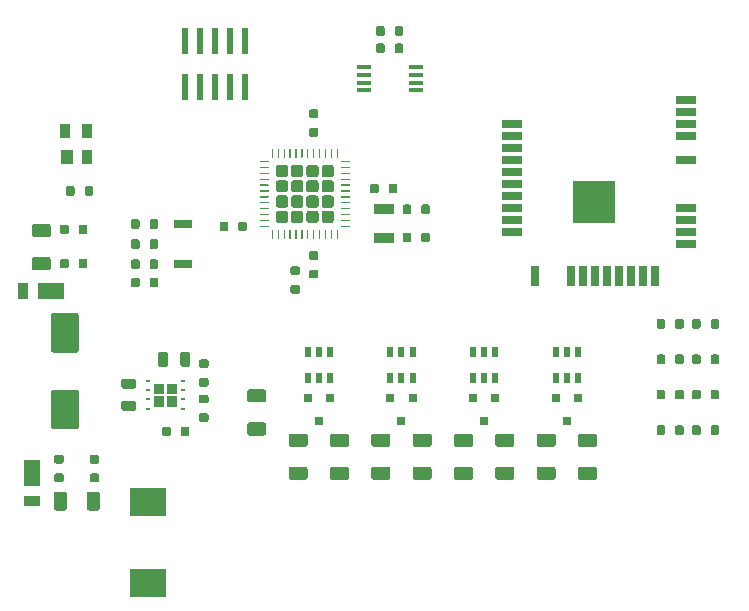
<source format=gtp>
G04 #@! TF.GenerationSoftware,KiCad,Pcbnew,(5.1.2-1)-1*
G04 #@! TF.CreationDate,2019-05-05T13:35:30-05:00*
G04 #@! TF.ProjectId,WiFi-Gate-Controller,57694669-2d47-4617-9465-2d436f6e7472,rev?*
G04 #@! TF.SameCoordinates,Original*
G04 #@! TF.FileFunction,Paste,Top*
G04 #@! TF.FilePolarity,Positive*
%FSLAX46Y46*%
G04 Gerber Fmt 4.6, Leading zero omitted, Abs format (unit mm)*
G04 Created by KiCad (PCBNEW (5.1.2-1)-1) date 2019-05-05 13:35:30*
%MOMM*%
%LPD*%
G04 APERTURE LIST*
%ADD10C,0.001000*%
%ADD11R,1.760000X0.960000*%
%ADD12R,0.310000X0.260000*%
%ADD13C,2.000000*%
%ADD14C,0.835000*%
%ADD15C,1.110000*%
%ADD16C,0.735000*%
%ADD17C,2.360000*%
%ADD18R,1.360000X2.260000*%
%ADD19R,1.360000X0.910000*%
%ADD20R,0.910000X1.360000*%
%ADD21R,2.260000X1.360000*%
%ADD22R,3.160000X2.360000*%
%ADD23R,0.660000X0.760000*%
%ADD24R,1.060000X1.260000*%
%ADD25R,0.860000X1.260000*%
%ADD26C,1.040000*%
%ADD27C,0.110000*%
%ADD28R,0.600000X2.260000*%
%ADD29R,1.560000X0.760000*%
%ADD30R,1.310000X0.310000*%
%ADD31R,0.510000X0.920000*%
%ADD32R,3.560000X3.560000*%
%ADD33R,0.660000X1.760000*%
%ADD34R,1.760000X0.660000*%
G04 APERTURE END LIST*
D10*
G36*
X40190000Y-63630000D02*
G01*
X39410000Y-63630000D01*
X39410000Y-64440000D01*
X40190000Y-64440000D01*
X40190000Y-63630000D01*
G37*
X40190000Y-63630000D02*
X39410000Y-63630000D01*
X39410000Y-64440000D01*
X40190000Y-64440000D01*
X40190000Y-63630000D01*
G36*
X40190000Y-63370000D02*
G01*
X39410000Y-63370000D01*
X39410000Y-62560000D01*
X40190000Y-62560000D01*
X40190000Y-63370000D01*
G37*
X40190000Y-63370000D02*
X39410000Y-63370000D01*
X39410000Y-62560000D01*
X40190000Y-62560000D01*
X40190000Y-63370000D01*
G36*
X39090000Y-63370000D02*
G01*
X38310000Y-63370000D01*
X38310000Y-62560000D01*
X39090000Y-62560000D01*
X39090000Y-63370000D01*
G37*
X39090000Y-63370000D02*
X38310000Y-63370000D01*
X38310000Y-62560000D01*
X39090000Y-62560000D01*
X39090000Y-63370000D01*
G36*
X39090000Y-64440000D02*
G01*
X38310000Y-64440000D01*
X38310000Y-63630000D01*
X39090000Y-63630000D01*
X39090000Y-64440000D01*
G37*
X39090000Y-64440000D02*
X38310000Y-64440000D01*
X38310000Y-63630000D01*
X39090000Y-63630000D01*
X39090000Y-64440000D01*
D11*
X57750000Y-47800000D03*
X57750000Y-50200000D03*
D12*
X37775000Y-64700000D03*
X37775000Y-63900000D03*
X37775000Y-63100000D03*
X37775000Y-62300000D03*
X40725000Y-62300000D03*
X40725000Y-63100000D03*
X40725000Y-63900000D03*
X40725000Y-64700000D03*
D13*
G36*
X41166711Y-59871005D02*
G01*
X41186975Y-59874011D01*
X41206847Y-59878989D01*
X41226135Y-59885890D01*
X41244654Y-59894649D01*
X41262225Y-59905181D01*
X41278680Y-59917384D01*
X41293859Y-59931141D01*
X41307616Y-59946320D01*
X41319819Y-59962775D01*
X41330351Y-59980346D01*
X41339110Y-59998865D01*
X41346011Y-60018153D01*
X41350989Y-60038025D01*
X41353995Y-60058289D01*
X41355000Y-60078750D01*
X41355000Y-60921250D01*
X41353995Y-60941711D01*
X41350989Y-60961975D01*
X41346011Y-60981847D01*
X41339110Y-61001135D01*
X41330351Y-61019654D01*
X41319819Y-61037225D01*
X41307616Y-61053680D01*
X41293859Y-61068859D01*
X41278680Y-61082616D01*
X41262225Y-61094819D01*
X41244654Y-61105351D01*
X41226135Y-61114110D01*
X41206847Y-61121011D01*
X41186975Y-61125989D01*
X41166711Y-61128995D01*
X41146250Y-61130000D01*
X40728750Y-61130000D01*
X40708289Y-61128995D01*
X40688025Y-61125989D01*
X40668153Y-61121011D01*
X40648865Y-61114110D01*
X40630346Y-61105351D01*
X40612775Y-61094819D01*
X40596320Y-61082616D01*
X40581141Y-61068859D01*
X40567384Y-61053680D01*
X40555181Y-61037225D01*
X40544649Y-61019654D01*
X40535890Y-61001135D01*
X40528989Y-60981847D01*
X40524011Y-60961975D01*
X40521005Y-60941711D01*
X40520000Y-60921250D01*
X40520000Y-60078750D01*
X40521005Y-60058289D01*
X40524011Y-60038025D01*
X40528989Y-60018153D01*
X40535890Y-59998865D01*
X40544649Y-59980346D01*
X40555181Y-59962775D01*
X40567384Y-59946320D01*
X40581141Y-59931141D01*
X40596320Y-59917384D01*
X40612775Y-59905181D01*
X40630346Y-59894649D01*
X40648865Y-59885890D01*
X40668153Y-59878989D01*
X40688025Y-59874011D01*
X40708289Y-59871005D01*
X40728750Y-59870000D01*
X41146250Y-59870000D01*
X41166711Y-59871005D01*
X41166711Y-59871005D01*
G37*
D14*
X40937500Y-60500000D03*
D13*
G36*
X39291711Y-59871005D02*
G01*
X39311975Y-59874011D01*
X39331847Y-59878989D01*
X39351135Y-59885890D01*
X39369654Y-59894649D01*
X39387225Y-59905181D01*
X39403680Y-59917384D01*
X39418859Y-59931141D01*
X39432616Y-59946320D01*
X39444819Y-59962775D01*
X39455351Y-59980346D01*
X39464110Y-59998865D01*
X39471011Y-60018153D01*
X39475989Y-60038025D01*
X39478995Y-60058289D01*
X39480000Y-60078750D01*
X39480000Y-60921250D01*
X39478995Y-60941711D01*
X39475989Y-60961975D01*
X39471011Y-60981847D01*
X39464110Y-61001135D01*
X39455351Y-61019654D01*
X39444819Y-61037225D01*
X39432616Y-61053680D01*
X39418859Y-61068859D01*
X39403680Y-61082616D01*
X39387225Y-61094819D01*
X39369654Y-61105351D01*
X39351135Y-61114110D01*
X39331847Y-61121011D01*
X39311975Y-61125989D01*
X39291711Y-61128995D01*
X39271250Y-61130000D01*
X38853750Y-61130000D01*
X38833289Y-61128995D01*
X38813025Y-61125989D01*
X38793153Y-61121011D01*
X38773865Y-61114110D01*
X38755346Y-61105351D01*
X38737775Y-61094819D01*
X38721320Y-61082616D01*
X38706141Y-61068859D01*
X38692384Y-61053680D01*
X38680181Y-61037225D01*
X38669649Y-61019654D01*
X38660890Y-61001135D01*
X38653989Y-60981847D01*
X38649011Y-60961975D01*
X38646005Y-60941711D01*
X38645000Y-60921250D01*
X38645000Y-60078750D01*
X38646005Y-60058289D01*
X38649011Y-60038025D01*
X38653989Y-60018153D01*
X38660890Y-59998865D01*
X38669649Y-59980346D01*
X38680181Y-59962775D01*
X38692384Y-59946320D01*
X38706141Y-59931141D01*
X38721320Y-59917384D01*
X38737775Y-59905181D01*
X38755346Y-59894649D01*
X38773865Y-59885890D01*
X38793153Y-59878989D01*
X38813025Y-59874011D01*
X38833289Y-59871005D01*
X38853750Y-59870000D01*
X39271250Y-59870000D01*
X39291711Y-59871005D01*
X39291711Y-59871005D01*
G37*
D14*
X39062500Y-60500000D03*
D13*
G36*
X29354760Y-51842069D02*
G01*
X29376310Y-51845266D01*
X29397443Y-51850559D01*
X29417956Y-51857899D01*
X29437650Y-51867213D01*
X29456337Y-51878414D01*
X29473835Y-51891392D01*
X29489978Y-51906022D01*
X29504608Y-51922165D01*
X29517586Y-51939663D01*
X29528787Y-51958350D01*
X29538101Y-51978044D01*
X29545441Y-51998557D01*
X29550734Y-52019690D01*
X29553931Y-52041240D01*
X29555000Y-52063000D01*
X29555000Y-52729000D01*
X29553931Y-52750760D01*
X29550734Y-52772310D01*
X29545441Y-52793443D01*
X29538101Y-52813956D01*
X29528787Y-52833650D01*
X29517586Y-52852337D01*
X29504608Y-52869835D01*
X29489978Y-52885978D01*
X29473835Y-52900608D01*
X29456337Y-52913586D01*
X29437650Y-52924787D01*
X29417956Y-52934101D01*
X29397443Y-52941441D01*
X29376310Y-52946734D01*
X29354760Y-52949931D01*
X29333000Y-52951000D01*
X28167000Y-52951000D01*
X28145240Y-52949931D01*
X28123690Y-52946734D01*
X28102557Y-52941441D01*
X28082044Y-52934101D01*
X28062350Y-52924787D01*
X28043663Y-52913586D01*
X28026165Y-52900608D01*
X28010022Y-52885978D01*
X27995392Y-52869835D01*
X27982414Y-52852337D01*
X27971213Y-52833650D01*
X27961899Y-52813956D01*
X27954559Y-52793443D01*
X27949266Y-52772310D01*
X27946069Y-52750760D01*
X27945000Y-52729000D01*
X27945000Y-52063000D01*
X27946069Y-52041240D01*
X27949266Y-52019690D01*
X27954559Y-51998557D01*
X27961899Y-51978044D01*
X27971213Y-51958350D01*
X27982414Y-51939663D01*
X27995392Y-51922165D01*
X28010022Y-51906022D01*
X28026165Y-51891392D01*
X28043663Y-51878414D01*
X28062350Y-51867213D01*
X28082044Y-51857899D01*
X28102557Y-51850559D01*
X28123690Y-51845266D01*
X28145240Y-51842069D01*
X28167000Y-51841000D01*
X29333000Y-51841000D01*
X29354760Y-51842069D01*
X29354760Y-51842069D01*
G37*
D15*
X28750000Y-52396000D03*
D13*
G36*
X29354760Y-49042069D02*
G01*
X29376310Y-49045266D01*
X29397443Y-49050559D01*
X29417956Y-49057899D01*
X29437650Y-49067213D01*
X29456337Y-49078414D01*
X29473835Y-49091392D01*
X29489978Y-49106022D01*
X29504608Y-49122165D01*
X29517586Y-49139663D01*
X29528787Y-49158350D01*
X29538101Y-49178044D01*
X29545441Y-49198557D01*
X29550734Y-49219690D01*
X29553931Y-49241240D01*
X29555000Y-49263000D01*
X29555000Y-49929000D01*
X29553931Y-49950760D01*
X29550734Y-49972310D01*
X29545441Y-49993443D01*
X29538101Y-50013956D01*
X29528787Y-50033650D01*
X29517586Y-50052337D01*
X29504608Y-50069835D01*
X29489978Y-50085978D01*
X29473835Y-50100608D01*
X29456337Y-50113586D01*
X29437650Y-50124787D01*
X29417956Y-50134101D01*
X29397443Y-50141441D01*
X29376310Y-50146734D01*
X29354760Y-50149931D01*
X29333000Y-50151000D01*
X28167000Y-50151000D01*
X28145240Y-50149931D01*
X28123690Y-50146734D01*
X28102557Y-50141441D01*
X28082044Y-50134101D01*
X28062350Y-50124787D01*
X28043663Y-50113586D01*
X28026165Y-50100608D01*
X28010022Y-50085978D01*
X27995392Y-50069835D01*
X27982414Y-50052337D01*
X27971213Y-50033650D01*
X27961899Y-50013956D01*
X27954559Y-49993443D01*
X27949266Y-49972310D01*
X27946069Y-49950760D01*
X27945000Y-49929000D01*
X27945000Y-49263000D01*
X27946069Y-49241240D01*
X27949266Y-49219690D01*
X27954559Y-49198557D01*
X27961899Y-49178044D01*
X27971213Y-49158350D01*
X27982414Y-49139663D01*
X27995392Y-49122165D01*
X28010022Y-49106022D01*
X28026165Y-49091392D01*
X28043663Y-49078414D01*
X28062350Y-49067213D01*
X28082044Y-49057899D01*
X28102557Y-49050559D01*
X28123690Y-49045266D01*
X28145240Y-49042069D01*
X28167000Y-49041000D01*
X29333000Y-49041000D01*
X29354760Y-49042069D01*
X29354760Y-49042069D01*
G37*
D15*
X28750000Y-49596000D03*
D13*
G36*
X33489261Y-70170885D02*
G01*
X33507098Y-70173531D01*
X33524590Y-70177912D01*
X33541568Y-70183987D01*
X33557869Y-70191697D01*
X33573336Y-70200967D01*
X33587820Y-70211709D01*
X33601181Y-70223819D01*
X33613291Y-70237180D01*
X33624033Y-70251664D01*
X33633303Y-70267131D01*
X33641013Y-70283432D01*
X33647088Y-70300410D01*
X33651469Y-70317902D01*
X33654115Y-70335739D01*
X33655000Y-70353750D01*
X33655000Y-70721250D01*
X33654115Y-70739261D01*
X33651469Y-70757098D01*
X33647088Y-70774590D01*
X33641013Y-70791568D01*
X33633303Y-70807869D01*
X33624033Y-70823336D01*
X33613291Y-70837820D01*
X33601181Y-70851181D01*
X33587820Y-70863291D01*
X33573336Y-70874033D01*
X33557869Y-70883303D01*
X33541568Y-70891013D01*
X33524590Y-70897088D01*
X33507098Y-70901469D01*
X33489261Y-70904115D01*
X33471250Y-70905000D01*
X33028750Y-70905000D01*
X33010739Y-70904115D01*
X32992902Y-70901469D01*
X32975410Y-70897088D01*
X32958432Y-70891013D01*
X32942131Y-70883303D01*
X32926664Y-70874033D01*
X32912180Y-70863291D01*
X32898819Y-70851181D01*
X32886709Y-70837820D01*
X32875967Y-70823336D01*
X32866697Y-70807869D01*
X32858987Y-70791568D01*
X32852912Y-70774590D01*
X32848531Y-70757098D01*
X32845885Y-70739261D01*
X32845000Y-70721250D01*
X32845000Y-70353750D01*
X32845885Y-70335739D01*
X32848531Y-70317902D01*
X32852912Y-70300410D01*
X32858987Y-70283432D01*
X32866697Y-70267131D01*
X32875967Y-70251664D01*
X32886709Y-70237180D01*
X32898819Y-70223819D01*
X32912180Y-70211709D01*
X32926664Y-70200967D01*
X32942131Y-70191697D01*
X32958432Y-70183987D01*
X32975410Y-70177912D01*
X32992902Y-70173531D01*
X33010739Y-70170885D01*
X33028750Y-70170000D01*
X33471250Y-70170000D01*
X33489261Y-70170885D01*
X33489261Y-70170885D01*
G37*
D16*
X33250000Y-70537500D03*
D13*
G36*
X33489261Y-68595885D02*
G01*
X33507098Y-68598531D01*
X33524590Y-68602912D01*
X33541568Y-68608987D01*
X33557869Y-68616697D01*
X33573336Y-68625967D01*
X33587820Y-68636709D01*
X33601181Y-68648819D01*
X33613291Y-68662180D01*
X33624033Y-68676664D01*
X33633303Y-68692131D01*
X33641013Y-68708432D01*
X33647088Y-68725410D01*
X33651469Y-68742902D01*
X33654115Y-68760739D01*
X33655000Y-68778750D01*
X33655000Y-69146250D01*
X33654115Y-69164261D01*
X33651469Y-69182098D01*
X33647088Y-69199590D01*
X33641013Y-69216568D01*
X33633303Y-69232869D01*
X33624033Y-69248336D01*
X33613291Y-69262820D01*
X33601181Y-69276181D01*
X33587820Y-69288291D01*
X33573336Y-69299033D01*
X33557869Y-69308303D01*
X33541568Y-69316013D01*
X33524590Y-69322088D01*
X33507098Y-69326469D01*
X33489261Y-69329115D01*
X33471250Y-69330000D01*
X33028750Y-69330000D01*
X33010739Y-69329115D01*
X32992902Y-69326469D01*
X32975410Y-69322088D01*
X32958432Y-69316013D01*
X32942131Y-69308303D01*
X32926664Y-69299033D01*
X32912180Y-69288291D01*
X32898819Y-69276181D01*
X32886709Y-69262820D01*
X32875967Y-69248336D01*
X32866697Y-69232869D01*
X32858987Y-69216568D01*
X32852912Y-69199590D01*
X32848531Y-69182098D01*
X32845885Y-69164261D01*
X32845000Y-69146250D01*
X32845000Y-68778750D01*
X32845885Y-68760739D01*
X32848531Y-68742902D01*
X32852912Y-68725410D01*
X32858987Y-68708432D01*
X32866697Y-68692131D01*
X32875967Y-68676664D01*
X32886709Y-68662180D01*
X32898819Y-68648819D01*
X32912180Y-68636709D01*
X32926664Y-68625967D01*
X32942131Y-68616697D01*
X32958432Y-68608987D01*
X32975410Y-68602912D01*
X32992902Y-68598531D01*
X33010739Y-68595885D01*
X33028750Y-68595000D01*
X33471250Y-68595000D01*
X33489261Y-68595885D01*
X33489261Y-68595885D01*
G37*
D16*
X33250000Y-68962500D03*
D13*
G36*
X30489261Y-68595885D02*
G01*
X30507098Y-68598531D01*
X30524590Y-68602912D01*
X30541568Y-68608987D01*
X30557869Y-68616697D01*
X30573336Y-68625967D01*
X30587820Y-68636709D01*
X30601181Y-68648819D01*
X30613291Y-68662180D01*
X30624033Y-68676664D01*
X30633303Y-68692131D01*
X30641013Y-68708432D01*
X30647088Y-68725410D01*
X30651469Y-68742902D01*
X30654115Y-68760739D01*
X30655000Y-68778750D01*
X30655000Y-69146250D01*
X30654115Y-69164261D01*
X30651469Y-69182098D01*
X30647088Y-69199590D01*
X30641013Y-69216568D01*
X30633303Y-69232869D01*
X30624033Y-69248336D01*
X30613291Y-69262820D01*
X30601181Y-69276181D01*
X30587820Y-69288291D01*
X30573336Y-69299033D01*
X30557869Y-69308303D01*
X30541568Y-69316013D01*
X30524590Y-69322088D01*
X30507098Y-69326469D01*
X30489261Y-69329115D01*
X30471250Y-69330000D01*
X30028750Y-69330000D01*
X30010739Y-69329115D01*
X29992902Y-69326469D01*
X29975410Y-69322088D01*
X29958432Y-69316013D01*
X29942131Y-69308303D01*
X29926664Y-69299033D01*
X29912180Y-69288291D01*
X29898819Y-69276181D01*
X29886709Y-69262820D01*
X29875967Y-69248336D01*
X29866697Y-69232869D01*
X29858987Y-69216568D01*
X29852912Y-69199590D01*
X29848531Y-69182098D01*
X29845885Y-69164261D01*
X29845000Y-69146250D01*
X29845000Y-68778750D01*
X29845885Y-68760739D01*
X29848531Y-68742902D01*
X29852912Y-68725410D01*
X29858987Y-68708432D01*
X29866697Y-68692131D01*
X29875967Y-68676664D01*
X29886709Y-68662180D01*
X29898819Y-68648819D01*
X29912180Y-68636709D01*
X29926664Y-68625967D01*
X29942131Y-68616697D01*
X29958432Y-68608987D01*
X29975410Y-68602912D01*
X29992902Y-68598531D01*
X30010739Y-68595885D01*
X30028750Y-68595000D01*
X30471250Y-68595000D01*
X30489261Y-68595885D01*
X30489261Y-68595885D01*
G37*
D16*
X30250000Y-68962500D03*
D13*
G36*
X30489261Y-70170885D02*
G01*
X30507098Y-70173531D01*
X30524590Y-70177912D01*
X30541568Y-70183987D01*
X30557869Y-70191697D01*
X30573336Y-70200967D01*
X30587820Y-70211709D01*
X30601181Y-70223819D01*
X30613291Y-70237180D01*
X30624033Y-70251664D01*
X30633303Y-70267131D01*
X30641013Y-70283432D01*
X30647088Y-70300410D01*
X30651469Y-70317902D01*
X30654115Y-70335739D01*
X30655000Y-70353750D01*
X30655000Y-70721250D01*
X30654115Y-70739261D01*
X30651469Y-70757098D01*
X30647088Y-70774590D01*
X30641013Y-70791568D01*
X30633303Y-70807869D01*
X30624033Y-70823336D01*
X30613291Y-70837820D01*
X30601181Y-70851181D01*
X30587820Y-70863291D01*
X30573336Y-70874033D01*
X30557869Y-70883303D01*
X30541568Y-70891013D01*
X30524590Y-70897088D01*
X30507098Y-70901469D01*
X30489261Y-70904115D01*
X30471250Y-70905000D01*
X30028750Y-70905000D01*
X30010739Y-70904115D01*
X29992902Y-70901469D01*
X29975410Y-70897088D01*
X29958432Y-70891013D01*
X29942131Y-70883303D01*
X29926664Y-70874033D01*
X29912180Y-70863291D01*
X29898819Y-70851181D01*
X29886709Y-70837820D01*
X29875967Y-70823336D01*
X29866697Y-70807869D01*
X29858987Y-70791568D01*
X29852912Y-70774590D01*
X29848531Y-70757098D01*
X29845885Y-70739261D01*
X29845000Y-70721250D01*
X29845000Y-70353750D01*
X29845885Y-70335739D01*
X29848531Y-70317902D01*
X29852912Y-70300410D01*
X29858987Y-70283432D01*
X29866697Y-70267131D01*
X29875967Y-70251664D01*
X29886709Y-70237180D01*
X29898819Y-70223819D01*
X29912180Y-70211709D01*
X29926664Y-70200967D01*
X29942131Y-70191697D01*
X29958432Y-70183987D01*
X29975410Y-70177912D01*
X29992902Y-70173531D01*
X30010739Y-70170885D01*
X30028750Y-70170000D01*
X30471250Y-70170000D01*
X30489261Y-70170885D01*
X30489261Y-70170885D01*
G37*
D16*
X30250000Y-70537500D03*
D13*
G36*
X32489261Y-49091885D02*
G01*
X32507098Y-49094531D01*
X32524590Y-49098912D01*
X32541568Y-49104987D01*
X32557869Y-49112697D01*
X32573336Y-49121967D01*
X32587820Y-49132709D01*
X32601181Y-49144819D01*
X32613291Y-49158180D01*
X32624033Y-49172664D01*
X32633303Y-49188131D01*
X32641013Y-49204432D01*
X32647088Y-49221410D01*
X32651469Y-49238902D01*
X32654115Y-49256739D01*
X32655000Y-49274750D01*
X32655000Y-49717250D01*
X32654115Y-49735261D01*
X32651469Y-49753098D01*
X32647088Y-49770590D01*
X32641013Y-49787568D01*
X32633303Y-49803869D01*
X32624033Y-49819336D01*
X32613291Y-49833820D01*
X32601181Y-49847181D01*
X32587820Y-49859291D01*
X32573336Y-49870033D01*
X32557869Y-49879303D01*
X32541568Y-49887013D01*
X32524590Y-49893088D01*
X32507098Y-49897469D01*
X32489261Y-49900115D01*
X32471250Y-49901000D01*
X32103750Y-49901000D01*
X32085739Y-49900115D01*
X32067902Y-49897469D01*
X32050410Y-49893088D01*
X32033432Y-49887013D01*
X32017131Y-49879303D01*
X32001664Y-49870033D01*
X31987180Y-49859291D01*
X31973819Y-49847181D01*
X31961709Y-49833820D01*
X31950967Y-49819336D01*
X31941697Y-49803869D01*
X31933987Y-49787568D01*
X31927912Y-49770590D01*
X31923531Y-49753098D01*
X31920885Y-49735261D01*
X31920000Y-49717250D01*
X31920000Y-49274750D01*
X31920885Y-49256739D01*
X31923531Y-49238902D01*
X31927912Y-49221410D01*
X31933987Y-49204432D01*
X31941697Y-49188131D01*
X31950967Y-49172664D01*
X31961709Y-49158180D01*
X31973819Y-49144819D01*
X31987180Y-49132709D01*
X32001664Y-49121967D01*
X32017131Y-49112697D01*
X32033432Y-49104987D01*
X32050410Y-49098912D01*
X32067902Y-49094531D01*
X32085739Y-49091885D01*
X32103750Y-49091000D01*
X32471250Y-49091000D01*
X32489261Y-49091885D01*
X32489261Y-49091885D01*
G37*
D16*
X32287500Y-49496000D03*
D13*
G36*
X30914261Y-49091885D02*
G01*
X30932098Y-49094531D01*
X30949590Y-49098912D01*
X30966568Y-49104987D01*
X30982869Y-49112697D01*
X30998336Y-49121967D01*
X31012820Y-49132709D01*
X31026181Y-49144819D01*
X31038291Y-49158180D01*
X31049033Y-49172664D01*
X31058303Y-49188131D01*
X31066013Y-49204432D01*
X31072088Y-49221410D01*
X31076469Y-49238902D01*
X31079115Y-49256739D01*
X31080000Y-49274750D01*
X31080000Y-49717250D01*
X31079115Y-49735261D01*
X31076469Y-49753098D01*
X31072088Y-49770590D01*
X31066013Y-49787568D01*
X31058303Y-49803869D01*
X31049033Y-49819336D01*
X31038291Y-49833820D01*
X31026181Y-49847181D01*
X31012820Y-49859291D01*
X30998336Y-49870033D01*
X30982869Y-49879303D01*
X30966568Y-49887013D01*
X30949590Y-49893088D01*
X30932098Y-49897469D01*
X30914261Y-49900115D01*
X30896250Y-49901000D01*
X30528750Y-49901000D01*
X30510739Y-49900115D01*
X30492902Y-49897469D01*
X30475410Y-49893088D01*
X30458432Y-49887013D01*
X30442131Y-49879303D01*
X30426664Y-49870033D01*
X30412180Y-49859291D01*
X30398819Y-49847181D01*
X30386709Y-49833820D01*
X30375967Y-49819336D01*
X30366697Y-49803869D01*
X30358987Y-49787568D01*
X30352912Y-49770590D01*
X30348531Y-49753098D01*
X30345885Y-49735261D01*
X30345000Y-49717250D01*
X30345000Y-49274750D01*
X30345885Y-49256739D01*
X30348531Y-49238902D01*
X30352912Y-49221410D01*
X30358987Y-49204432D01*
X30366697Y-49188131D01*
X30375967Y-49172664D01*
X30386709Y-49158180D01*
X30398819Y-49144819D01*
X30412180Y-49132709D01*
X30426664Y-49121967D01*
X30442131Y-49112697D01*
X30458432Y-49104987D01*
X30475410Y-49098912D01*
X30492902Y-49094531D01*
X30510739Y-49091885D01*
X30528750Y-49091000D01*
X30896250Y-49091000D01*
X30914261Y-49091885D01*
X30914261Y-49091885D01*
G37*
D16*
X30712500Y-49496000D03*
D13*
G36*
X32489261Y-51991885D02*
G01*
X32507098Y-51994531D01*
X32524590Y-51998912D01*
X32541568Y-52004987D01*
X32557869Y-52012697D01*
X32573336Y-52021967D01*
X32587820Y-52032709D01*
X32601181Y-52044819D01*
X32613291Y-52058180D01*
X32624033Y-52072664D01*
X32633303Y-52088131D01*
X32641013Y-52104432D01*
X32647088Y-52121410D01*
X32651469Y-52138902D01*
X32654115Y-52156739D01*
X32655000Y-52174750D01*
X32655000Y-52617250D01*
X32654115Y-52635261D01*
X32651469Y-52653098D01*
X32647088Y-52670590D01*
X32641013Y-52687568D01*
X32633303Y-52703869D01*
X32624033Y-52719336D01*
X32613291Y-52733820D01*
X32601181Y-52747181D01*
X32587820Y-52759291D01*
X32573336Y-52770033D01*
X32557869Y-52779303D01*
X32541568Y-52787013D01*
X32524590Y-52793088D01*
X32507098Y-52797469D01*
X32489261Y-52800115D01*
X32471250Y-52801000D01*
X32103750Y-52801000D01*
X32085739Y-52800115D01*
X32067902Y-52797469D01*
X32050410Y-52793088D01*
X32033432Y-52787013D01*
X32017131Y-52779303D01*
X32001664Y-52770033D01*
X31987180Y-52759291D01*
X31973819Y-52747181D01*
X31961709Y-52733820D01*
X31950967Y-52719336D01*
X31941697Y-52703869D01*
X31933987Y-52687568D01*
X31927912Y-52670590D01*
X31923531Y-52653098D01*
X31920885Y-52635261D01*
X31920000Y-52617250D01*
X31920000Y-52174750D01*
X31920885Y-52156739D01*
X31923531Y-52138902D01*
X31927912Y-52121410D01*
X31933987Y-52104432D01*
X31941697Y-52088131D01*
X31950967Y-52072664D01*
X31961709Y-52058180D01*
X31973819Y-52044819D01*
X31987180Y-52032709D01*
X32001664Y-52021967D01*
X32017131Y-52012697D01*
X32033432Y-52004987D01*
X32050410Y-51998912D01*
X32067902Y-51994531D01*
X32085739Y-51991885D01*
X32103750Y-51991000D01*
X32471250Y-51991000D01*
X32489261Y-51991885D01*
X32489261Y-51991885D01*
G37*
D16*
X32287500Y-52396000D03*
D13*
G36*
X30914261Y-51991885D02*
G01*
X30932098Y-51994531D01*
X30949590Y-51998912D01*
X30966568Y-52004987D01*
X30982869Y-52012697D01*
X30998336Y-52021967D01*
X31012820Y-52032709D01*
X31026181Y-52044819D01*
X31038291Y-52058180D01*
X31049033Y-52072664D01*
X31058303Y-52088131D01*
X31066013Y-52104432D01*
X31072088Y-52121410D01*
X31076469Y-52138902D01*
X31079115Y-52156739D01*
X31080000Y-52174750D01*
X31080000Y-52617250D01*
X31079115Y-52635261D01*
X31076469Y-52653098D01*
X31072088Y-52670590D01*
X31066013Y-52687568D01*
X31058303Y-52703869D01*
X31049033Y-52719336D01*
X31038291Y-52733820D01*
X31026181Y-52747181D01*
X31012820Y-52759291D01*
X30998336Y-52770033D01*
X30982869Y-52779303D01*
X30966568Y-52787013D01*
X30949590Y-52793088D01*
X30932098Y-52797469D01*
X30914261Y-52800115D01*
X30896250Y-52801000D01*
X30528750Y-52801000D01*
X30510739Y-52800115D01*
X30492902Y-52797469D01*
X30475410Y-52793088D01*
X30458432Y-52787013D01*
X30442131Y-52779303D01*
X30426664Y-52770033D01*
X30412180Y-52759291D01*
X30398819Y-52747181D01*
X30386709Y-52733820D01*
X30375967Y-52719336D01*
X30366697Y-52703869D01*
X30358987Y-52687568D01*
X30352912Y-52670590D01*
X30348531Y-52653098D01*
X30345885Y-52635261D01*
X30345000Y-52617250D01*
X30345000Y-52174750D01*
X30345885Y-52156739D01*
X30348531Y-52138902D01*
X30352912Y-52121410D01*
X30358987Y-52104432D01*
X30366697Y-52088131D01*
X30375967Y-52072664D01*
X30386709Y-52058180D01*
X30398819Y-52044819D01*
X30412180Y-52032709D01*
X30426664Y-52021967D01*
X30442131Y-52012697D01*
X30458432Y-52004987D01*
X30475410Y-51998912D01*
X30492902Y-51994531D01*
X30510739Y-51991885D01*
X30528750Y-51991000D01*
X30896250Y-51991000D01*
X30914261Y-51991885D01*
X30914261Y-51991885D01*
G37*
D16*
X30712500Y-52396000D03*
D13*
G36*
X31717132Y-63071136D02*
G01*
X31740041Y-63074535D01*
X31762507Y-63080162D01*
X31784313Y-63087964D01*
X31805250Y-63097867D01*
X31825115Y-63109773D01*
X31843717Y-63123570D01*
X31860877Y-63139123D01*
X31876430Y-63156283D01*
X31890227Y-63174885D01*
X31902133Y-63194750D01*
X31912036Y-63215687D01*
X31919838Y-63237493D01*
X31925465Y-63259959D01*
X31928864Y-63282868D01*
X31930000Y-63306000D01*
X31930000Y-66194000D01*
X31928864Y-66217132D01*
X31925465Y-66240041D01*
X31919838Y-66262507D01*
X31912036Y-66284313D01*
X31902133Y-66305250D01*
X31890227Y-66325115D01*
X31876430Y-66343717D01*
X31860877Y-66360877D01*
X31843717Y-66376430D01*
X31825115Y-66390227D01*
X31805250Y-66402133D01*
X31784313Y-66412036D01*
X31762507Y-66419838D01*
X31740041Y-66425465D01*
X31717132Y-66428864D01*
X31694000Y-66430000D01*
X29806000Y-66430000D01*
X29782868Y-66428864D01*
X29759959Y-66425465D01*
X29737493Y-66419838D01*
X29715687Y-66412036D01*
X29694750Y-66402133D01*
X29674885Y-66390227D01*
X29656283Y-66376430D01*
X29639123Y-66360877D01*
X29623570Y-66343717D01*
X29609773Y-66325115D01*
X29597867Y-66305250D01*
X29587964Y-66284313D01*
X29580162Y-66262507D01*
X29574535Y-66240041D01*
X29571136Y-66217132D01*
X29570000Y-66194000D01*
X29570000Y-63306000D01*
X29571136Y-63282868D01*
X29574535Y-63259959D01*
X29580162Y-63237493D01*
X29587964Y-63215687D01*
X29597867Y-63194750D01*
X29609773Y-63174885D01*
X29623570Y-63156283D01*
X29639123Y-63139123D01*
X29656283Y-63123570D01*
X29674885Y-63109773D01*
X29694750Y-63097867D01*
X29715687Y-63087964D01*
X29737493Y-63080162D01*
X29759959Y-63074535D01*
X29782868Y-63071136D01*
X29806000Y-63070000D01*
X31694000Y-63070000D01*
X31717132Y-63071136D01*
X31717132Y-63071136D01*
G37*
D17*
X30750000Y-64750000D03*
D13*
G36*
X31717132Y-56571136D02*
G01*
X31740041Y-56574535D01*
X31762507Y-56580162D01*
X31784313Y-56587964D01*
X31805250Y-56597867D01*
X31825115Y-56609773D01*
X31843717Y-56623570D01*
X31860877Y-56639123D01*
X31876430Y-56656283D01*
X31890227Y-56674885D01*
X31902133Y-56694750D01*
X31912036Y-56715687D01*
X31919838Y-56737493D01*
X31925465Y-56759959D01*
X31928864Y-56782868D01*
X31930000Y-56806000D01*
X31930000Y-59694000D01*
X31928864Y-59717132D01*
X31925465Y-59740041D01*
X31919838Y-59762507D01*
X31912036Y-59784313D01*
X31902133Y-59805250D01*
X31890227Y-59825115D01*
X31876430Y-59843717D01*
X31860877Y-59860877D01*
X31843717Y-59876430D01*
X31825115Y-59890227D01*
X31805250Y-59902133D01*
X31784313Y-59912036D01*
X31762507Y-59919838D01*
X31740041Y-59925465D01*
X31717132Y-59928864D01*
X31694000Y-59930000D01*
X29806000Y-59930000D01*
X29782868Y-59928864D01*
X29759959Y-59925465D01*
X29737493Y-59919838D01*
X29715687Y-59912036D01*
X29694750Y-59902133D01*
X29674885Y-59890227D01*
X29656283Y-59876430D01*
X29639123Y-59860877D01*
X29623570Y-59843717D01*
X29609773Y-59825115D01*
X29597867Y-59805250D01*
X29587964Y-59784313D01*
X29580162Y-59762507D01*
X29574535Y-59740041D01*
X29571136Y-59717132D01*
X29570000Y-59694000D01*
X29570000Y-56806000D01*
X29571136Y-56782868D01*
X29574535Y-56759959D01*
X29580162Y-56737493D01*
X29587964Y-56715687D01*
X29597867Y-56694750D01*
X29609773Y-56674885D01*
X29623570Y-56656283D01*
X29639123Y-56639123D01*
X29656283Y-56623570D01*
X29674885Y-56609773D01*
X29694750Y-56597867D01*
X29715687Y-56587964D01*
X29737493Y-56580162D01*
X29759959Y-56574535D01*
X29782868Y-56571136D01*
X29806000Y-56570000D01*
X31694000Y-56570000D01*
X31717132Y-56571136D01*
X31717132Y-56571136D01*
G37*
D17*
X30750000Y-58250000D03*
D13*
G36*
X36601711Y-62146005D02*
G01*
X36621975Y-62149011D01*
X36641847Y-62153989D01*
X36661135Y-62160890D01*
X36679654Y-62169649D01*
X36697225Y-62180181D01*
X36713680Y-62192384D01*
X36728859Y-62206141D01*
X36742616Y-62221320D01*
X36754819Y-62237775D01*
X36765351Y-62255346D01*
X36774110Y-62273865D01*
X36781011Y-62293153D01*
X36785989Y-62313025D01*
X36788995Y-62333289D01*
X36790000Y-62353750D01*
X36790000Y-62771250D01*
X36788995Y-62791711D01*
X36785989Y-62811975D01*
X36781011Y-62831847D01*
X36774110Y-62851135D01*
X36765351Y-62869654D01*
X36754819Y-62887225D01*
X36742616Y-62903680D01*
X36728859Y-62918859D01*
X36713680Y-62932616D01*
X36697225Y-62944819D01*
X36679654Y-62955351D01*
X36661135Y-62964110D01*
X36641847Y-62971011D01*
X36621975Y-62975989D01*
X36601711Y-62978995D01*
X36581250Y-62980000D01*
X35738750Y-62980000D01*
X35718289Y-62978995D01*
X35698025Y-62975989D01*
X35678153Y-62971011D01*
X35658865Y-62964110D01*
X35640346Y-62955351D01*
X35622775Y-62944819D01*
X35606320Y-62932616D01*
X35591141Y-62918859D01*
X35577384Y-62903680D01*
X35565181Y-62887225D01*
X35554649Y-62869654D01*
X35545890Y-62851135D01*
X35538989Y-62831847D01*
X35534011Y-62811975D01*
X35531005Y-62791711D01*
X35530000Y-62771250D01*
X35530000Y-62353750D01*
X35531005Y-62333289D01*
X35534011Y-62313025D01*
X35538989Y-62293153D01*
X35545890Y-62273865D01*
X35554649Y-62255346D01*
X35565181Y-62237775D01*
X35577384Y-62221320D01*
X35591141Y-62206141D01*
X35606320Y-62192384D01*
X35622775Y-62180181D01*
X35640346Y-62169649D01*
X35658865Y-62160890D01*
X35678153Y-62153989D01*
X35698025Y-62149011D01*
X35718289Y-62146005D01*
X35738750Y-62145000D01*
X36581250Y-62145000D01*
X36601711Y-62146005D01*
X36601711Y-62146005D01*
G37*
D14*
X36160000Y-62562500D03*
D13*
G36*
X36601711Y-64021005D02*
G01*
X36621975Y-64024011D01*
X36641847Y-64028989D01*
X36661135Y-64035890D01*
X36679654Y-64044649D01*
X36697225Y-64055181D01*
X36713680Y-64067384D01*
X36728859Y-64081141D01*
X36742616Y-64096320D01*
X36754819Y-64112775D01*
X36765351Y-64130346D01*
X36774110Y-64148865D01*
X36781011Y-64168153D01*
X36785989Y-64188025D01*
X36788995Y-64208289D01*
X36790000Y-64228750D01*
X36790000Y-64646250D01*
X36788995Y-64666711D01*
X36785989Y-64686975D01*
X36781011Y-64706847D01*
X36774110Y-64726135D01*
X36765351Y-64744654D01*
X36754819Y-64762225D01*
X36742616Y-64778680D01*
X36728859Y-64793859D01*
X36713680Y-64807616D01*
X36697225Y-64819819D01*
X36679654Y-64830351D01*
X36661135Y-64839110D01*
X36641847Y-64846011D01*
X36621975Y-64850989D01*
X36601711Y-64853995D01*
X36581250Y-64855000D01*
X35738750Y-64855000D01*
X35718289Y-64853995D01*
X35698025Y-64850989D01*
X35678153Y-64846011D01*
X35658865Y-64839110D01*
X35640346Y-64830351D01*
X35622775Y-64819819D01*
X35606320Y-64807616D01*
X35591141Y-64793859D01*
X35577384Y-64778680D01*
X35565181Y-64762225D01*
X35554649Y-64744654D01*
X35545890Y-64726135D01*
X35538989Y-64706847D01*
X35534011Y-64686975D01*
X35531005Y-64666711D01*
X35530000Y-64646250D01*
X35530000Y-64228750D01*
X35531005Y-64208289D01*
X35534011Y-64188025D01*
X35538989Y-64168153D01*
X35545890Y-64148865D01*
X35554649Y-64130346D01*
X35565181Y-64112775D01*
X35577384Y-64096320D01*
X35591141Y-64081141D01*
X35606320Y-64067384D01*
X35622775Y-64055181D01*
X35640346Y-64044649D01*
X35658865Y-64035890D01*
X35678153Y-64028989D01*
X35698025Y-64024011D01*
X35718289Y-64021005D01*
X35738750Y-64020000D01*
X36581250Y-64020000D01*
X36601711Y-64021005D01*
X36601711Y-64021005D01*
G37*
D14*
X36160000Y-64437500D03*
D13*
G36*
X39546261Y-66195885D02*
G01*
X39564098Y-66198531D01*
X39581590Y-66202912D01*
X39598568Y-66208987D01*
X39614869Y-66216697D01*
X39630336Y-66225967D01*
X39644820Y-66236709D01*
X39658181Y-66248819D01*
X39670291Y-66262180D01*
X39681033Y-66276664D01*
X39690303Y-66292131D01*
X39698013Y-66308432D01*
X39704088Y-66325410D01*
X39708469Y-66342902D01*
X39711115Y-66360739D01*
X39712000Y-66378750D01*
X39712000Y-66821250D01*
X39711115Y-66839261D01*
X39708469Y-66857098D01*
X39704088Y-66874590D01*
X39698013Y-66891568D01*
X39690303Y-66907869D01*
X39681033Y-66923336D01*
X39670291Y-66937820D01*
X39658181Y-66951181D01*
X39644820Y-66963291D01*
X39630336Y-66974033D01*
X39614869Y-66983303D01*
X39598568Y-66991013D01*
X39581590Y-66997088D01*
X39564098Y-67001469D01*
X39546261Y-67004115D01*
X39528250Y-67005000D01*
X39160750Y-67005000D01*
X39142739Y-67004115D01*
X39124902Y-67001469D01*
X39107410Y-66997088D01*
X39090432Y-66991013D01*
X39074131Y-66983303D01*
X39058664Y-66974033D01*
X39044180Y-66963291D01*
X39030819Y-66951181D01*
X39018709Y-66937820D01*
X39007967Y-66923336D01*
X38998697Y-66907869D01*
X38990987Y-66891568D01*
X38984912Y-66874590D01*
X38980531Y-66857098D01*
X38977885Y-66839261D01*
X38977000Y-66821250D01*
X38977000Y-66378750D01*
X38977885Y-66360739D01*
X38980531Y-66342902D01*
X38984912Y-66325410D01*
X38990987Y-66308432D01*
X38998697Y-66292131D01*
X39007967Y-66276664D01*
X39018709Y-66262180D01*
X39030819Y-66248819D01*
X39044180Y-66236709D01*
X39058664Y-66225967D01*
X39074131Y-66216697D01*
X39090432Y-66208987D01*
X39107410Y-66202912D01*
X39124902Y-66198531D01*
X39142739Y-66195885D01*
X39160750Y-66195000D01*
X39528250Y-66195000D01*
X39546261Y-66195885D01*
X39546261Y-66195885D01*
G37*
D16*
X39344500Y-66600000D03*
D13*
G36*
X41121261Y-66195885D02*
G01*
X41139098Y-66198531D01*
X41156590Y-66202912D01*
X41173568Y-66208987D01*
X41189869Y-66216697D01*
X41205336Y-66225967D01*
X41219820Y-66236709D01*
X41233181Y-66248819D01*
X41245291Y-66262180D01*
X41256033Y-66276664D01*
X41265303Y-66292131D01*
X41273013Y-66308432D01*
X41279088Y-66325410D01*
X41283469Y-66342902D01*
X41286115Y-66360739D01*
X41287000Y-66378750D01*
X41287000Y-66821250D01*
X41286115Y-66839261D01*
X41283469Y-66857098D01*
X41279088Y-66874590D01*
X41273013Y-66891568D01*
X41265303Y-66907869D01*
X41256033Y-66923336D01*
X41245291Y-66937820D01*
X41233181Y-66951181D01*
X41219820Y-66963291D01*
X41205336Y-66974033D01*
X41189869Y-66983303D01*
X41173568Y-66991013D01*
X41156590Y-66997088D01*
X41139098Y-67001469D01*
X41121261Y-67004115D01*
X41103250Y-67005000D01*
X40735750Y-67005000D01*
X40717739Y-67004115D01*
X40699902Y-67001469D01*
X40682410Y-66997088D01*
X40665432Y-66991013D01*
X40649131Y-66983303D01*
X40633664Y-66974033D01*
X40619180Y-66963291D01*
X40605819Y-66951181D01*
X40593709Y-66937820D01*
X40582967Y-66923336D01*
X40573697Y-66907869D01*
X40565987Y-66891568D01*
X40559912Y-66874590D01*
X40555531Y-66857098D01*
X40552885Y-66839261D01*
X40552000Y-66821250D01*
X40552000Y-66378750D01*
X40552885Y-66360739D01*
X40555531Y-66342902D01*
X40559912Y-66325410D01*
X40565987Y-66308432D01*
X40573697Y-66292131D01*
X40582967Y-66276664D01*
X40593709Y-66262180D01*
X40605819Y-66248819D01*
X40619180Y-66236709D01*
X40633664Y-66225967D01*
X40649131Y-66216697D01*
X40665432Y-66208987D01*
X40682410Y-66202912D01*
X40699902Y-66198531D01*
X40717739Y-66195885D01*
X40735750Y-66195000D01*
X41103250Y-66195000D01*
X41121261Y-66195885D01*
X41121261Y-66195885D01*
G37*
D16*
X40919500Y-66600000D03*
D13*
G36*
X57664261Y-33764385D02*
G01*
X57682098Y-33767031D01*
X57699590Y-33771412D01*
X57716568Y-33777487D01*
X57732869Y-33785197D01*
X57748336Y-33794467D01*
X57762820Y-33805209D01*
X57776181Y-33817319D01*
X57788291Y-33830680D01*
X57799033Y-33845164D01*
X57808303Y-33860631D01*
X57816013Y-33876932D01*
X57822088Y-33893910D01*
X57826469Y-33911402D01*
X57829115Y-33929239D01*
X57830000Y-33947250D01*
X57830000Y-34389750D01*
X57829115Y-34407761D01*
X57826469Y-34425598D01*
X57822088Y-34443090D01*
X57816013Y-34460068D01*
X57808303Y-34476369D01*
X57799033Y-34491836D01*
X57788291Y-34506320D01*
X57776181Y-34519681D01*
X57762820Y-34531791D01*
X57748336Y-34542533D01*
X57732869Y-34551803D01*
X57716568Y-34559513D01*
X57699590Y-34565588D01*
X57682098Y-34569969D01*
X57664261Y-34572615D01*
X57646250Y-34573500D01*
X57278750Y-34573500D01*
X57260739Y-34572615D01*
X57242902Y-34569969D01*
X57225410Y-34565588D01*
X57208432Y-34559513D01*
X57192131Y-34551803D01*
X57176664Y-34542533D01*
X57162180Y-34531791D01*
X57148819Y-34519681D01*
X57136709Y-34506320D01*
X57125967Y-34491836D01*
X57116697Y-34476369D01*
X57108987Y-34460068D01*
X57102912Y-34443090D01*
X57098531Y-34425598D01*
X57095885Y-34407761D01*
X57095000Y-34389750D01*
X57095000Y-33947250D01*
X57095885Y-33929239D01*
X57098531Y-33911402D01*
X57102912Y-33893910D01*
X57108987Y-33876932D01*
X57116697Y-33860631D01*
X57125967Y-33845164D01*
X57136709Y-33830680D01*
X57148819Y-33817319D01*
X57162180Y-33805209D01*
X57176664Y-33794467D01*
X57192131Y-33785197D01*
X57208432Y-33777487D01*
X57225410Y-33771412D01*
X57242902Y-33767031D01*
X57260739Y-33764385D01*
X57278750Y-33763500D01*
X57646250Y-33763500D01*
X57664261Y-33764385D01*
X57664261Y-33764385D01*
G37*
D16*
X57462500Y-34168500D03*
D13*
G36*
X59239261Y-33764385D02*
G01*
X59257098Y-33767031D01*
X59274590Y-33771412D01*
X59291568Y-33777487D01*
X59307869Y-33785197D01*
X59323336Y-33794467D01*
X59337820Y-33805209D01*
X59351181Y-33817319D01*
X59363291Y-33830680D01*
X59374033Y-33845164D01*
X59383303Y-33860631D01*
X59391013Y-33876932D01*
X59397088Y-33893910D01*
X59401469Y-33911402D01*
X59404115Y-33929239D01*
X59405000Y-33947250D01*
X59405000Y-34389750D01*
X59404115Y-34407761D01*
X59401469Y-34425598D01*
X59397088Y-34443090D01*
X59391013Y-34460068D01*
X59383303Y-34476369D01*
X59374033Y-34491836D01*
X59363291Y-34506320D01*
X59351181Y-34519681D01*
X59337820Y-34531791D01*
X59323336Y-34542533D01*
X59307869Y-34551803D01*
X59291568Y-34559513D01*
X59274590Y-34565588D01*
X59257098Y-34569969D01*
X59239261Y-34572615D01*
X59221250Y-34573500D01*
X58853750Y-34573500D01*
X58835739Y-34572615D01*
X58817902Y-34569969D01*
X58800410Y-34565588D01*
X58783432Y-34559513D01*
X58767131Y-34551803D01*
X58751664Y-34542533D01*
X58737180Y-34531791D01*
X58723819Y-34519681D01*
X58711709Y-34506320D01*
X58700967Y-34491836D01*
X58691697Y-34476369D01*
X58683987Y-34460068D01*
X58677912Y-34443090D01*
X58673531Y-34425598D01*
X58670885Y-34407761D01*
X58670000Y-34389750D01*
X58670000Y-33947250D01*
X58670885Y-33929239D01*
X58673531Y-33911402D01*
X58677912Y-33893910D01*
X58683987Y-33876932D01*
X58691697Y-33860631D01*
X58700967Y-33845164D01*
X58711709Y-33830680D01*
X58723819Y-33817319D01*
X58737180Y-33805209D01*
X58751664Y-33794467D01*
X58767131Y-33785197D01*
X58783432Y-33777487D01*
X58800410Y-33771412D01*
X58817902Y-33767031D01*
X58835739Y-33764385D01*
X58853750Y-33763500D01*
X59221250Y-33763500D01*
X59239261Y-33764385D01*
X59239261Y-33764385D01*
G37*
D16*
X59037500Y-34168500D03*
D13*
G36*
X58739261Y-45638885D02*
G01*
X58757098Y-45641531D01*
X58774590Y-45645912D01*
X58791568Y-45651987D01*
X58807869Y-45659697D01*
X58823336Y-45668967D01*
X58837820Y-45679709D01*
X58851181Y-45691819D01*
X58863291Y-45705180D01*
X58874033Y-45719664D01*
X58883303Y-45735131D01*
X58891013Y-45751432D01*
X58897088Y-45768410D01*
X58901469Y-45785902D01*
X58904115Y-45803739D01*
X58905000Y-45821750D01*
X58905000Y-46264250D01*
X58904115Y-46282261D01*
X58901469Y-46300098D01*
X58897088Y-46317590D01*
X58891013Y-46334568D01*
X58883303Y-46350869D01*
X58874033Y-46366336D01*
X58863291Y-46380820D01*
X58851181Y-46394181D01*
X58837820Y-46406291D01*
X58823336Y-46417033D01*
X58807869Y-46426303D01*
X58791568Y-46434013D01*
X58774590Y-46440088D01*
X58757098Y-46444469D01*
X58739261Y-46447115D01*
X58721250Y-46448000D01*
X58353750Y-46448000D01*
X58335739Y-46447115D01*
X58317902Y-46444469D01*
X58300410Y-46440088D01*
X58283432Y-46434013D01*
X58267131Y-46426303D01*
X58251664Y-46417033D01*
X58237180Y-46406291D01*
X58223819Y-46394181D01*
X58211709Y-46380820D01*
X58200967Y-46366336D01*
X58191697Y-46350869D01*
X58183987Y-46334568D01*
X58177912Y-46317590D01*
X58173531Y-46300098D01*
X58170885Y-46282261D01*
X58170000Y-46264250D01*
X58170000Y-45821750D01*
X58170885Y-45803739D01*
X58173531Y-45785902D01*
X58177912Y-45768410D01*
X58183987Y-45751432D01*
X58191697Y-45735131D01*
X58200967Y-45719664D01*
X58211709Y-45705180D01*
X58223819Y-45691819D01*
X58237180Y-45679709D01*
X58251664Y-45668967D01*
X58267131Y-45659697D01*
X58283432Y-45651987D01*
X58300410Y-45645912D01*
X58317902Y-45641531D01*
X58335739Y-45638885D01*
X58353750Y-45638000D01*
X58721250Y-45638000D01*
X58739261Y-45638885D01*
X58739261Y-45638885D01*
G37*
D16*
X58537500Y-46043000D03*
D13*
G36*
X57164261Y-45638885D02*
G01*
X57182098Y-45641531D01*
X57199590Y-45645912D01*
X57216568Y-45651987D01*
X57232869Y-45659697D01*
X57248336Y-45668967D01*
X57262820Y-45679709D01*
X57276181Y-45691819D01*
X57288291Y-45705180D01*
X57299033Y-45719664D01*
X57308303Y-45735131D01*
X57316013Y-45751432D01*
X57322088Y-45768410D01*
X57326469Y-45785902D01*
X57329115Y-45803739D01*
X57330000Y-45821750D01*
X57330000Y-46264250D01*
X57329115Y-46282261D01*
X57326469Y-46300098D01*
X57322088Y-46317590D01*
X57316013Y-46334568D01*
X57308303Y-46350869D01*
X57299033Y-46366336D01*
X57288291Y-46380820D01*
X57276181Y-46394181D01*
X57262820Y-46406291D01*
X57248336Y-46417033D01*
X57232869Y-46426303D01*
X57216568Y-46434013D01*
X57199590Y-46440088D01*
X57182098Y-46444469D01*
X57164261Y-46447115D01*
X57146250Y-46448000D01*
X56778750Y-46448000D01*
X56760739Y-46447115D01*
X56742902Y-46444469D01*
X56725410Y-46440088D01*
X56708432Y-46434013D01*
X56692131Y-46426303D01*
X56676664Y-46417033D01*
X56662180Y-46406291D01*
X56648819Y-46394181D01*
X56636709Y-46380820D01*
X56625967Y-46366336D01*
X56616697Y-46350869D01*
X56608987Y-46334568D01*
X56602912Y-46317590D01*
X56598531Y-46300098D01*
X56595885Y-46282261D01*
X56595000Y-46264250D01*
X56595000Y-45821750D01*
X56595885Y-45803739D01*
X56598531Y-45785902D01*
X56602912Y-45768410D01*
X56608987Y-45751432D01*
X56616697Y-45735131D01*
X56625967Y-45719664D01*
X56636709Y-45705180D01*
X56648819Y-45691819D01*
X56662180Y-45679709D01*
X56676664Y-45668967D01*
X56692131Y-45659697D01*
X56708432Y-45651987D01*
X56725410Y-45645912D01*
X56742902Y-45641531D01*
X56760739Y-45638885D01*
X56778750Y-45638000D01*
X57146250Y-45638000D01*
X57164261Y-45638885D01*
X57164261Y-45638885D01*
G37*
D16*
X56962500Y-46043000D03*
D13*
G36*
X52058011Y-51345885D02*
G01*
X52075848Y-51348531D01*
X52093340Y-51352912D01*
X52110318Y-51358987D01*
X52126619Y-51366697D01*
X52142086Y-51375967D01*
X52156570Y-51386709D01*
X52169931Y-51398819D01*
X52182041Y-51412180D01*
X52192783Y-51426664D01*
X52202053Y-51442131D01*
X52209763Y-51458432D01*
X52215838Y-51475410D01*
X52220219Y-51492902D01*
X52222865Y-51510739D01*
X52223750Y-51528750D01*
X52223750Y-51896250D01*
X52222865Y-51914261D01*
X52220219Y-51932098D01*
X52215838Y-51949590D01*
X52209763Y-51966568D01*
X52202053Y-51982869D01*
X52192783Y-51998336D01*
X52182041Y-52012820D01*
X52169931Y-52026181D01*
X52156570Y-52038291D01*
X52142086Y-52049033D01*
X52126619Y-52058303D01*
X52110318Y-52066013D01*
X52093340Y-52072088D01*
X52075848Y-52076469D01*
X52058011Y-52079115D01*
X52040000Y-52080000D01*
X51597500Y-52080000D01*
X51579489Y-52079115D01*
X51561652Y-52076469D01*
X51544160Y-52072088D01*
X51527182Y-52066013D01*
X51510881Y-52058303D01*
X51495414Y-52049033D01*
X51480930Y-52038291D01*
X51467569Y-52026181D01*
X51455459Y-52012820D01*
X51444717Y-51998336D01*
X51435447Y-51982869D01*
X51427737Y-51966568D01*
X51421662Y-51949590D01*
X51417281Y-51932098D01*
X51414635Y-51914261D01*
X51413750Y-51896250D01*
X51413750Y-51528750D01*
X51414635Y-51510739D01*
X51417281Y-51492902D01*
X51421662Y-51475410D01*
X51427737Y-51458432D01*
X51435447Y-51442131D01*
X51444717Y-51426664D01*
X51455459Y-51412180D01*
X51467569Y-51398819D01*
X51480930Y-51386709D01*
X51495414Y-51375967D01*
X51510881Y-51366697D01*
X51527182Y-51358987D01*
X51544160Y-51352912D01*
X51561652Y-51348531D01*
X51579489Y-51345885D01*
X51597500Y-51345000D01*
X52040000Y-51345000D01*
X52058011Y-51345885D01*
X52058011Y-51345885D01*
G37*
D16*
X51818750Y-51712500D03*
D13*
G36*
X52058011Y-52920885D02*
G01*
X52075848Y-52923531D01*
X52093340Y-52927912D01*
X52110318Y-52933987D01*
X52126619Y-52941697D01*
X52142086Y-52950967D01*
X52156570Y-52961709D01*
X52169931Y-52973819D01*
X52182041Y-52987180D01*
X52192783Y-53001664D01*
X52202053Y-53017131D01*
X52209763Y-53033432D01*
X52215838Y-53050410D01*
X52220219Y-53067902D01*
X52222865Y-53085739D01*
X52223750Y-53103750D01*
X52223750Y-53471250D01*
X52222865Y-53489261D01*
X52220219Y-53507098D01*
X52215838Y-53524590D01*
X52209763Y-53541568D01*
X52202053Y-53557869D01*
X52192783Y-53573336D01*
X52182041Y-53587820D01*
X52169931Y-53601181D01*
X52156570Y-53613291D01*
X52142086Y-53624033D01*
X52126619Y-53633303D01*
X52110318Y-53641013D01*
X52093340Y-53647088D01*
X52075848Y-53651469D01*
X52058011Y-53654115D01*
X52040000Y-53655000D01*
X51597500Y-53655000D01*
X51579489Y-53654115D01*
X51561652Y-53651469D01*
X51544160Y-53647088D01*
X51527182Y-53641013D01*
X51510881Y-53633303D01*
X51495414Y-53624033D01*
X51480930Y-53613291D01*
X51467569Y-53601181D01*
X51455459Y-53587820D01*
X51444717Y-53573336D01*
X51435447Y-53557869D01*
X51427737Y-53541568D01*
X51421662Y-53524590D01*
X51417281Y-53507098D01*
X51414635Y-53489261D01*
X51413750Y-53471250D01*
X51413750Y-53103750D01*
X51414635Y-53085739D01*
X51417281Y-53067902D01*
X51421662Y-53050410D01*
X51427737Y-53033432D01*
X51435447Y-53017131D01*
X51444717Y-53001664D01*
X51455459Y-52987180D01*
X51467569Y-52973819D01*
X51480930Y-52961709D01*
X51495414Y-52950967D01*
X51510881Y-52941697D01*
X51527182Y-52933987D01*
X51544160Y-52927912D01*
X51561652Y-52923531D01*
X51579489Y-52920885D01*
X51597500Y-52920000D01*
X52040000Y-52920000D01*
X52058011Y-52920885D01*
X52058011Y-52920885D01*
G37*
D16*
X51818750Y-53287500D03*
D13*
G36*
X44414261Y-48845885D02*
G01*
X44432098Y-48848531D01*
X44449590Y-48852912D01*
X44466568Y-48858987D01*
X44482869Y-48866697D01*
X44498336Y-48875967D01*
X44512820Y-48886709D01*
X44526181Y-48898819D01*
X44538291Y-48912180D01*
X44549033Y-48926664D01*
X44558303Y-48942131D01*
X44566013Y-48958432D01*
X44572088Y-48975410D01*
X44576469Y-48992902D01*
X44579115Y-49010739D01*
X44580000Y-49028750D01*
X44580000Y-49471250D01*
X44579115Y-49489261D01*
X44576469Y-49507098D01*
X44572088Y-49524590D01*
X44566013Y-49541568D01*
X44558303Y-49557869D01*
X44549033Y-49573336D01*
X44538291Y-49587820D01*
X44526181Y-49601181D01*
X44512820Y-49613291D01*
X44498336Y-49624033D01*
X44482869Y-49633303D01*
X44466568Y-49641013D01*
X44449590Y-49647088D01*
X44432098Y-49651469D01*
X44414261Y-49654115D01*
X44396250Y-49655000D01*
X44028750Y-49655000D01*
X44010739Y-49654115D01*
X43992902Y-49651469D01*
X43975410Y-49647088D01*
X43958432Y-49641013D01*
X43942131Y-49633303D01*
X43926664Y-49624033D01*
X43912180Y-49613291D01*
X43898819Y-49601181D01*
X43886709Y-49587820D01*
X43875967Y-49573336D01*
X43866697Y-49557869D01*
X43858987Y-49541568D01*
X43852912Y-49524590D01*
X43848531Y-49507098D01*
X43845885Y-49489261D01*
X43845000Y-49471250D01*
X43845000Y-49028750D01*
X43845885Y-49010739D01*
X43848531Y-48992902D01*
X43852912Y-48975410D01*
X43858987Y-48958432D01*
X43866697Y-48942131D01*
X43875967Y-48926664D01*
X43886709Y-48912180D01*
X43898819Y-48898819D01*
X43912180Y-48886709D01*
X43926664Y-48875967D01*
X43942131Y-48866697D01*
X43958432Y-48858987D01*
X43975410Y-48852912D01*
X43992902Y-48848531D01*
X44010739Y-48845885D01*
X44028750Y-48845000D01*
X44396250Y-48845000D01*
X44414261Y-48845885D01*
X44414261Y-48845885D01*
G37*
D16*
X44212500Y-49250000D03*
D13*
G36*
X45989261Y-48845885D02*
G01*
X46007098Y-48848531D01*
X46024590Y-48852912D01*
X46041568Y-48858987D01*
X46057869Y-48866697D01*
X46073336Y-48875967D01*
X46087820Y-48886709D01*
X46101181Y-48898819D01*
X46113291Y-48912180D01*
X46124033Y-48926664D01*
X46133303Y-48942131D01*
X46141013Y-48958432D01*
X46147088Y-48975410D01*
X46151469Y-48992902D01*
X46154115Y-49010739D01*
X46155000Y-49028750D01*
X46155000Y-49471250D01*
X46154115Y-49489261D01*
X46151469Y-49507098D01*
X46147088Y-49524590D01*
X46141013Y-49541568D01*
X46133303Y-49557869D01*
X46124033Y-49573336D01*
X46113291Y-49587820D01*
X46101181Y-49601181D01*
X46087820Y-49613291D01*
X46073336Y-49624033D01*
X46057869Y-49633303D01*
X46041568Y-49641013D01*
X46024590Y-49647088D01*
X46007098Y-49651469D01*
X45989261Y-49654115D01*
X45971250Y-49655000D01*
X45603750Y-49655000D01*
X45585739Y-49654115D01*
X45567902Y-49651469D01*
X45550410Y-49647088D01*
X45533432Y-49641013D01*
X45517131Y-49633303D01*
X45501664Y-49624033D01*
X45487180Y-49613291D01*
X45473819Y-49601181D01*
X45461709Y-49587820D01*
X45450967Y-49573336D01*
X45441697Y-49557869D01*
X45433987Y-49541568D01*
X45427912Y-49524590D01*
X45423531Y-49507098D01*
X45420885Y-49489261D01*
X45420000Y-49471250D01*
X45420000Y-49028750D01*
X45420885Y-49010739D01*
X45423531Y-48992902D01*
X45427912Y-48975410D01*
X45433987Y-48958432D01*
X45441697Y-48942131D01*
X45450967Y-48926664D01*
X45461709Y-48912180D01*
X45473819Y-48898819D01*
X45487180Y-48886709D01*
X45501664Y-48875967D01*
X45517131Y-48866697D01*
X45533432Y-48858987D01*
X45550410Y-48852912D01*
X45567902Y-48848531D01*
X45585739Y-48845885D01*
X45603750Y-48845000D01*
X45971250Y-48845000D01*
X45989261Y-48845885D01*
X45989261Y-48845885D01*
G37*
D16*
X45787500Y-49250000D03*
D13*
G36*
X52058011Y-39345885D02*
G01*
X52075848Y-39348531D01*
X52093340Y-39352912D01*
X52110318Y-39358987D01*
X52126619Y-39366697D01*
X52142086Y-39375967D01*
X52156570Y-39386709D01*
X52169931Y-39398819D01*
X52182041Y-39412180D01*
X52192783Y-39426664D01*
X52202053Y-39442131D01*
X52209763Y-39458432D01*
X52215838Y-39475410D01*
X52220219Y-39492902D01*
X52222865Y-39510739D01*
X52223750Y-39528750D01*
X52223750Y-39896250D01*
X52222865Y-39914261D01*
X52220219Y-39932098D01*
X52215838Y-39949590D01*
X52209763Y-39966568D01*
X52202053Y-39982869D01*
X52192783Y-39998336D01*
X52182041Y-40012820D01*
X52169931Y-40026181D01*
X52156570Y-40038291D01*
X52142086Y-40049033D01*
X52126619Y-40058303D01*
X52110318Y-40066013D01*
X52093340Y-40072088D01*
X52075848Y-40076469D01*
X52058011Y-40079115D01*
X52040000Y-40080000D01*
X51597500Y-40080000D01*
X51579489Y-40079115D01*
X51561652Y-40076469D01*
X51544160Y-40072088D01*
X51527182Y-40066013D01*
X51510881Y-40058303D01*
X51495414Y-40049033D01*
X51480930Y-40038291D01*
X51467569Y-40026181D01*
X51455459Y-40012820D01*
X51444717Y-39998336D01*
X51435447Y-39982869D01*
X51427737Y-39966568D01*
X51421662Y-39949590D01*
X51417281Y-39932098D01*
X51414635Y-39914261D01*
X51413750Y-39896250D01*
X51413750Y-39528750D01*
X51414635Y-39510739D01*
X51417281Y-39492902D01*
X51421662Y-39475410D01*
X51427737Y-39458432D01*
X51435447Y-39442131D01*
X51444717Y-39426664D01*
X51455459Y-39412180D01*
X51467569Y-39398819D01*
X51480930Y-39386709D01*
X51495414Y-39375967D01*
X51510881Y-39366697D01*
X51527182Y-39358987D01*
X51544160Y-39352912D01*
X51561652Y-39348531D01*
X51579489Y-39345885D01*
X51597500Y-39345000D01*
X52040000Y-39345000D01*
X52058011Y-39345885D01*
X52058011Y-39345885D01*
G37*
D16*
X51818750Y-39712500D03*
D13*
G36*
X52058011Y-40920885D02*
G01*
X52075848Y-40923531D01*
X52093340Y-40927912D01*
X52110318Y-40933987D01*
X52126619Y-40941697D01*
X52142086Y-40950967D01*
X52156570Y-40961709D01*
X52169931Y-40973819D01*
X52182041Y-40987180D01*
X52192783Y-41001664D01*
X52202053Y-41017131D01*
X52209763Y-41033432D01*
X52215838Y-41050410D01*
X52220219Y-41067902D01*
X52222865Y-41085739D01*
X52223750Y-41103750D01*
X52223750Y-41471250D01*
X52222865Y-41489261D01*
X52220219Y-41507098D01*
X52215838Y-41524590D01*
X52209763Y-41541568D01*
X52202053Y-41557869D01*
X52192783Y-41573336D01*
X52182041Y-41587820D01*
X52169931Y-41601181D01*
X52156570Y-41613291D01*
X52142086Y-41624033D01*
X52126619Y-41633303D01*
X52110318Y-41641013D01*
X52093340Y-41647088D01*
X52075848Y-41651469D01*
X52058011Y-41654115D01*
X52040000Y-41655000D01*
X51597500Y-41655000D01*
X51579489Y-41654115D01*
X51561652Y-41651469D01*
X51544160Y-41647088D01*
X51527182Y-41641013D01*
X51510881Y-41633303D01*
X51495414Y-41624033D01*
X51480930Y-41613291D01*
X51467569Y-41601181D01*
X51455459Y-41587820D01*
X51444717Y-41573336D01*
X51435447Y-41557869D01*
X51427737Y-41541568D01*
X51421662Y-41524590D01*
X51417281Y-41507098D01*
X51414635Y-41489261D01*
X51413750Y-41471250D01*
X51413750Y-41103750D01*
X51414635Y-41085739D01*
X51417281Y-41067902D01*
X51421662Y-41050410D01*
X51427737Y-41033432D01*
X51435447Y-41017131D01*
X51444717Y-41001664D01*
X51455459Y-40987180D01*
X51467569Y-40973819D01*
X51480930Y-40961709D01*
X51495414Y-40950967D01*
X51510881Y-40941697D01*
X51527182Y-40933987D01*
X51544160Y-40927912D01*
X51561652Y-40923531D01*
X51579489Y-40920885D01*
X51597500Y-40920000D01*
X52040000Y-40920000D01*
X52058011Y-40920885D01*
X52058011Y-40920885D01*
G37*
D16*
X51818750Y-41287500D03*
D13*
G36*
X50496261Y-52635885D02*
G01*
X50514098Y-52638531D01*
X50531590Y-52642912D01*
X50548568Y-52648987D01*
X50564869Y-52656697D01*
X50580336Y-52665967D01*
X50594820Y-52676709D01*
X50608181Y-52688819D01*
X50620291Y-52702180D01*
X50631033Y-52716664D01*
X50640303Y-52732131D01*
X50648013Y-52748432D01*
X50654088Y-52765410D01*
X50658469Y-52782902D01*
X50661115Y-52800739D01*
X50662000Y-52818750D01*
X50662000Y-53186250D01*
X50661115Y-53204261D01*
X50658469Y-53222098D01*
X50654088Y-53239590D01*
X50648013Y-53256568D01*
X50640303Y-53272869D01*
X50631033Y-53288336D01*
X50620291Y-53302820D01*
X50608181Y-53316181D01*
X50594820Y-53328291D01*
X50580336Y-53339033D01*
X50564869Y-53348303D01*
X50548568Y-53356013D01*
X50531590Y-53362088D01*
X50514098Y-53366469D01*
X50496261Y-53369115D01*
X50478250Y-53370000D01*
X50035750Y-53370000D01*
X50017739Y-53369115D01*
X49999902Y-53366469D01*
X49982410Y-53362088D01*
X49965432Y-53356013D01*
X49949131Y-53348303D01*
X49933664Y-53339033D01*
X49919180Y-53328291D01*
X49905819Y-53316181D01*
X49893709Y-53302820D01*
X49882967Y-53288336D01*
X49873697Y-53272869D01*
X49865987Y-53256568D01*
X49859912Y-53239590D01*
X49855531Y-53222098D01*
X49852885Y-53204261D01*
X49852000Y-53186250D01*
X49852000Y-52818750D01*
X49852885Y-52800739D01*
X49855531Y-52782902D01*
X49859912Y-52765410D01*
X49865987Y-52748432D01*
X49873697Y-52732131D01*
X49882967Y-52716664D01*
X49893709Y-52702180D01*
X49905819Y-52688819D01*
X49919180Y-52676709D01*
X49933664Y-52665967D01*
X49949131Y-52656697D01*
X49965432Y-52648987D01*
X49982410Y-52642912D01*
X49999902Y-52638531D01*
X50017739Y-52635885D01*
X50035750Y-52635000D01*
X50478250Y-52635000D01*
X50496261Y-52635885D01*
X50496261Y-52635885D01*
G37*
D16*
X50257000Y-53002500D03*
D13*
G36*
X50496261Y-54210885D02*
G01*
X50514098Y-54213531D01*
X50531590Y-54217912D01*
X50548568Y-54223987D01*
X50564869Y-54231697D01*
X50580336Y-54240967D01*
X50594820Y-54251709D01*
X50608181Y-54263819D01*
X50620291Y-54277180D01*
X50631033Y-54291664D01*
X50640303Y-54307131D01*
X50648013Y-54323432D01*
X50654088Y-54340410D01*
X50658469Y-54357902D01*
X50661115Y-54375739D01*
X50662000Y-54393750D01*
X50662000Y-54761250D01*
X50661115Y-54779261D01*
X50658469Y-54797098D01*
X50654088Y-54814590D01*
X50648013Y-54831568D01*
X50640303Y-54847869D01*
X50631033Y-54863336D01*
X50620291Y-54877820D01*
X50608181Y-54891181D01*
X50594820Y-54903291D01*
X50580336Y-54914033D01*
X50564869Y-54923303D01*
X50548568Y-54931013D01*
X50531590Y-54937088D01*
X50514098Y-54941469D01*
X50496261Y-54944115D01*
X50478250Y-54945000D01*
X50035750Y-54945000D01*
X50017739Y-54944115D01*
X49999902Y-54941469D01*
X49982410Y-54937088D01*
X49965432Y-54931013D01*
X49949131Y-54923303D01*
X49933664Y-54914033D01*
X49919180Y-54903291D01*
X49905819Y-54891181D01*
X49893709Y-54877820D01*
X49882967Y-54863336D01*
X49873697Y-54847869D01*
X49865987Y-54831568D01*
X49859912Y-54814590D01*
X49855531Y-54797098D01*
X49852885Y-54779261D01*
X49852000Y-54761250D01*
X49852000Y-54393750D01*
X49852885Y-54375739D01*
X49855531Y-54357902D01*
X49859912Y-54340410D01*
X49865987Y-54323432D01*
X49873697Y-54307131D01*
X49882967Y-54291664D01*
X49893709Y-54277180D01*
X49905819Y-54263819D01*
X49919180Y-54251709D01*
X49933664Y-54240967D01*
X49949131Y-54231697D01*
X49965432Y-54223987D01*
X49982410Y-54217912D01*
X49999902Y-54213531D01*
X50017739Y-54210885D01*
X50035750Y-54210000D01*
X50478250Y-54210000D01*
X50496261Y-54210885D01*
X50496261Y-54210885D01*
G37*
D16*
X50257000Y-54577500D03*
D13*
G36*
X59914261Y-49795885D02*
G01*
X59932098Y-49798531D01*
X59949590Y-49802912D01*
X59966568Y-49808987D01*
X59982869Y-49816697D01*
X59998336Y-49825967D01*
X60012820Y-49836709D01*
X60026181Y-49848819D01*
X60038291Y-49862180D01*
X60049033Y-49876664D01*
X60058303Y-49892131D01*
X60066013Y-49908432D01*
X60072088Y-49925410D01*
X60076469Y-49942902D01*
X60079115Y-49960739D01*
X60080000Y-49978750D01*
X60080000Y-50421250D01*
X60079115Y-50439261D01*
X60076469Y-50457098D01*
X60072088Y-50474590D01*
X60066013Y-50491568D01*
X60058303Y-50507869D01*
X60049033Y-50523336D01*
X60038291Y-50537820D01*
X60026181Y-50551181D01*
X60012820Y-50563291D01*
X59998336Y-50574033D01*
X59982869Y-50583303D01*
X59966568Y-50591013D01*
X59949590Y-50597088D01*
X59932098Y-50601469D01*
X59914261Y-50604115D01*
X59896250Y-50605000D01*
X59528750Y-50605000D01*
X59510739Y-50604115D01*
X59492902Y-50601469D01*
X59475410Y-50597088D01*
X59458432Y-50591013D01*
X59442131Y-50583303D01*
X59426664Y-50574033D01*
X59412180Y-50563291D01*
X59398819Y-50551181D01*
X59386709Y-50537820D01*
X59375967Y-50523336D01*
X59366697Y-50507869D01*
X59358987Y-50491568D01*
X59352912Y-50474590D01*
X59348531Y-50457098D01*
X59345885Y-50439261D01*
X59345000Y-50421250D01*
X59345000Y-49978750D01*
X59345885Y-49960739D01*
X59348531Y-49942902D01*
X59352912Y-49925410D01*
X59358987Y-49908432D01*
X59366697Y-49892131D01*
X59375967Y-49876664D01*
X59386709Y-49862180D01*
X59398819Y-49848819D01*
X59412180Y-49836709D01*
X59426664Y-49825967D01*
X59442131Y-49816697D01*
X59458432Y-49808987D01*
X59475410Y-49802912D01*
X59492902Y-49798531D01*
X59510739Y-49795885D01*
X59528750Y-49795000D01*
X59896250Y-49795000D01*
X59914261Y-49795885D01*
X59914261Y-49795885D01*
G37*
D16*
X59712500Y-50200000D03*
D13*
G36*
X61489261Y-49795885D02*
G01*
X61507098Y-49798531D01*
X61524590Y-49802912D01*
X61541568Y-49808987D01*
X61557869Y-49816697D01*
X61573336Y-49825967D01*
X61587820Y-49836709D01*
X61601181Y-49848819D01*
X61613291Y-49862180D01*
X61624033Y-49876664D01*
X61633303Y-49892131D01*
X61641013Y-49908432D01*
X61647088Y-49925410D01*
X61651469Y-49942902D01*
X61654115Y-49960739D01*
X61655000Y-49978750D01*
X61655000Y-50421250D01*
X61654115Y-50439261D01*
X61651469Y-50457098D01*
X61647088Y-50474590D01*
X61641013Y-50491568D01*
X61633303Y-50507869D01*
X61624033Y-50523336D01*
X61613291Y-50537820D01*
X61601181Y-50551181D01*
X61587820Y-50563291D01*
X61573336Y-50574033D01*
X61557869Y-50583303D01*
X61541568Y-50591013D01*
X61524590Y-50597088D01*
X61507098Y-50601469D01*
X61489261Y-50604115D01*
X61471250Y-50605000D01*
X61103750Y-50605000D01*
X61085739Y-50604115D01*
X61067902Y-50601469D01*
X61050410Y-50597088D01*
X61033432Y-50591013D01*
X61017131Y-50583303D01*
X61001664Y-50574033D01*
X60987180Y-50563291D01*
X60973819Y-50551181D01*
X60961709Y-50537820D01*
X60950967Y-50523336D01*
X60941697Y-50507869D01*
X60933987Y-50491568D01*
X60927912Y-50474590D01*
X60923531Y-50457098D01*
X60920885Y-50439261D01*
X60920000Y-50421250D01*
X60920000Y-49978750D01*
X60920885Y-49960739D01*
X60923531Y-49942902D01*
X60927912Y-49925410D01*
X60933987Y-49908432D01*
X60941697Y-49892131D01*
X60950967Y-49876664D01*
X60961709Y-49862180D01*
X60973819Y-49848819D01*
X60987180Y-49836709D01*
X61001664Y-49825967D01*
X61017131Y-49816697D01*
X61033432Y-49808987D01*
X61050410Y-49802912D01*
X61067902Y-49798531D01*
X61085739Y-49795885D01*
X61103750Y-49795000D01*
X61471250Y-49795000D01*
X61489261Y-49795885D01*
X61489261Y-49795885D01*
G37*
D16*
X61287500Y-50200000D03*
D13*
G36*
X61489261Y-47395885D02*
G01*
X61507098Y-47398531D01*
X61524590Y-47402912D01*
X61541568Y-47408987D01*
X61557869Y-47416697D01*
X61573336Y-47425967D01*
X61587820Y-47436709D01*
X61601181Y-47448819D01*
X61613291Y-47462180D01*
X61624033Y-47476664D01*
X61633303Y-47492131D01*
X61641013Y-47508432D01*
X61647088Y-47525410D01*
X61651469Y-47542902D01*
X61654115Y-47560739D01*
X61655000Y-47578750D01*
X61655000Y-48021250D01*
X61654115Y-48039261D01*
X61651469Y-48057098D01*
X61647088Y-48074590D01*
X61641013Y-48091568D01*
X61633303Y-48107869D01*
X61624033Y-48123336D01*
X61613291Y-48137820D01*
X61601181Y-48151181D01*
X61587820Y-48163291D01*
X61573336Y-48174033D01*
X61557869Y-48183303D01*
X61541568Y-48191013D01*
X61524590Y-48197088D01*
X61507098Y-48201469D01*
X61489261Y-48204115D01*
X61471250Y-48205000D01*
X61103750Y-48205000D01*
X61085739Y-48204115D01*
X61067902Y-48201469D01*
X61050410Y-48197088D01*
X61033432Y-48191013D01*
X61017131Y-48183303D01*
X61001664Y-48174033D01*
X60987180Y-48163291D01*
X60973819Y-48151181D01*
X60961709Y-48137820D01*
X60950967Y-48123336D01*
X60941697Y-48107869D01*
X60933987Y-48091568D01*
X60927912Y-48074590D01*
X60923531Y-48057098D01*
X60920885Y-48039261D01*
X60920000Y-48021250D01*
X60920000Y-47578750D01*
X60920885Y-47560739D01*
X60923531Y-47542902D01*
X60927912Y-47525410D01*
X60933987Y-47508432D01*
X60941697Y-47492131D01*
X60950967Y-47476664D01*
X60961709Y-47462180D01*
X60973819Y-47448819D01*
X60987180Y-47436709D01*
X61001664Y-47425967D01*
X61017131Y-47416697D01*
X61033432Y-47408987D01*
X61050410Y-47402912D01*
X61067902Y-47398531D01*
X61085739Y-47395885D01*
X61103750Y-47395000D01*
X61471250Y-47395000D01*
X61489261Y-47395885D01*
X61489261Y-47395885D01*
G37*
D16*
X61287500Y-47800000D03*
D13*
G36*
X59914261Y-47395885D02*
G01*
X59932098Y-47398531D01*
X59949590Y-47402912D01*
X59966568Y-47408987D01*
X59982869Y-47416697D01*
X59998336Y-47425967D01*
X60012820Y-47436709D01*
X60026181Y-47448819D01*
X60038291Y-47462180D01*
X60049033Y-47476664D01*
X60058303Y-47492131D01*
X60066013Y-47508432D01*
X60072088Y-47525410D01*
X60076469Y-47542902D01*
X60079115Y-47560739D01*
X60080000Y-47578750D01*
X60080000Y-48021250D01*
X60079115Y-48039261D01*
X60076469Y-48057098D01*
X60072088Y-48074590D01*
X60066013Y-48091568D01*
X60058303Y-48107869D01*
X60049033Y-48123336D01*
X60038291Y-48137820D01*
X60026181Y-48151181D01*
X60012820Y-48163291D01*
X59998336Y-48174033D01*
X59982869Y-48183303D01*
X59966568Y-48191013D01*
X59949590Y-48197088D01*
X59932098Y-48201469D01*
X59914261Y-48204115D01*
X59896250Y-48205000D01*
X59528750Y-48205000D01*
X59510739Y-48204115D01*
X59492902Y-48201469D01*
X59475410Y-48197088D01*
X59458432Y-48191013D01*
X59442131Y-48183303D01*
X59426664Y-48174033D01*
X59412180Y-48163291D01*
X59398819Y-48151181D01*
X59386709Y-48137820D01*
X59375967Y-48123336D01*
X59366697Y-48107869D01*
X59358987Y-48091568D01*
X59352912Y-48074590D01*
X59348531Y-48057098D01*
X59345885Y-48039261D01*
X59345000Y-48021250D01*
X59345000Y-47578750D01*
X59345885Y-47560739D01*
X59348531Y-47542902D01*
X59352912Y-47525410D01*
X59358987Y-47508432D01*
X59366697Y-47492131D01*
X59375967Y-47476664D01*
X59386709Y-47462180D01*
X59398819Y-47448819D01*
X59412180Y-47436709D01*
X59426664Y-47425967D01*
X59442131Y-47416697D01*
X59458432Y-47408987D01*
X59475410Y-47402912D01*
X59492902Y-47398531D01*
X59510739Y-47395885D01*
X59528750Y-47395000D01*
X59896250Y-47395000D01*
X59914261Y-47395885D01*
X59914261Y-47395885D01*
G37*
D16*
X59712500Y-47800000D03*
D13*
G36*
X38489261Y-53595885D02*
G01*
X38507098Y-53598531D01*
X38524590Y-53602912D01*
X38541568Y-53608987D01*
X38557869Y-53616697D01*
X38573336Y-53625967D01*
X38587820Y-53636709D01*
X38601181Y-53648819D01*
X38613291Y-53662180D01*
X38624033Y-53676664D01*
X38633303Y-53692131D01*
X38641013Y-53708432D01*
X38647088Y-53725410D01*
X38651469Y-53742902D01*
X38654115Y-53760739D01*
X38655000Y-53778750D01*
X38655000Y-54221250D01*
X38654115Y-54239261D01*
X38651469Y-54257098D01*
X38647088Y-54274590D01*
X38641013Y-54291568D01*
X38633303Y-54307869D01*
X38624033Y-54323336D01*
X38613291Y-54337820D01*
X38601181Y-54351181D01*
X38587820Y-54363291D01*
X38573336Y-54374033D01*
X38557869Y-54383303D01*
X38541568Y-54391013D01*
X38524590Y-54397088D01*
X38507098Y-54401469D01*
X38489261Y-54404115D01*
X38471250Y-54405000D01*
X38103750Y-54405000D01*
X38085739Y-54404115D01*
X38067902Y-54401469D01*
X38050410Y-54397088D01*
X38033432Y-54391013D01*
X38017131Y-54383303D01*
X38001664Y-54374033D01*
X37987180Y-54363291D01*
X37973819Y-54351181D01*
X37961709Y-54337820D01*
X37950967Y-54323336D01*
X37941697Y-54307869D01*
X37933987Y-54291568D01*
X37927912Y-54274590D01*
X37923531Y-54257098D01*
X37920885Y-54239261D01*
X37920000Y-54221250D01*
X37920000Y-53778750D01*
X37920885Y-53760739D01*
X37923531Y-53742902D01*
X37927912Y-53725410D01*
X37933987Y-53708432D01*
X37941697Y-53692131D01*
X37950967Y-53676664D01*
X37961709Y-53662180D01*
X37973819Y-53648819D01*
X37987180Y-53636709D01*
X38001664Y-53625967D01*
X38017131Y-53616697D01*
X38033432Y-53608987D01*
X38050410Y-53602912D01*
X38067902Y-53598531D01*
X38085739Y-53595885D01*
X38103750Y-53595000D01*
X38471250Y-53595000D01*
X38489261Y-53595885D01*
X38489261Y-53595885D01*
G37*
D16*
X38287500Y-54000000D03*
D13*
G36*
X36914261Y-53595885D02*
G01*
X36932098Y-53598531D01*
X36949590Y-53602912D01*
X36966568Y-53608987D01*
X36982869Y-53616697D01*
X36998336Y-53625967D01*
X37012820Y-53636709D01*
X37026181Y-53648819D01*
X37038291Y-53662180D01*
X37049033Y-53676664D01*
X37058303Y-53692131D01*
X37066013Y-53708432D01*
X37072088Y-53725410D01*
X37076469Y-53742902D01*
X37079115Y-53760739D01*
X37080000Y-53778750D01*
X37080000Y-54221250D01*
X37079115Y-54239261D01*
X37076469Y-54257098D01*
X37072088Y-54274590D01*
X37066013Y-54291568D01*
X37058303Y-54307869D01*
X37049033Y-54323336D01*
X37038291Y-54337820D01*
X37026181Y-54351181D01*
X37012820Y-54363291D01*
X36998336Y-54374033D01*
X36982869Y-54383303D01*
X36966568Y-54391013D01*
X36949590Y-54397088D01*
X36932098Y-54401469D01*
X36914261Y-54404115D01*
X36896250Y-54405000D01*
X36528750Y-54405000D01*
X36510739Y-54404115D01*
X36492902Y-54401469D01*
X36475410Y-54397088D01*
X36458432Y-54391013D01*
X36442131Y-54383303D01*
X36426664Y-54374033D01*
X36412180Y-54363291D01*
X36398819Y-54351181D01*
X36386709Y-54337820D01*
X36375967Y-54323336D01*
X36366697Y-54307869D01*
X36358987Y-54291568D01*
X36352912Y-54274590D01*
X36348531Y-54257098D01*
X36345885Y-54239261D01*
X36345000Y-54221250D01*
X36345000Y-53778750D01*
X36345885Y-53760739D01*
X36348531Y-53742902D01*
X36352912Y-53725410D01*
X36358987Y-53708432D01*
X36366697Y-53692131D01*
X36375967Y-53676664D01*
X36386709Y-53662180D01*
X36398819Y-53648819D01*
X36412180Y-53636709D01*
X36426664Y-53625967D01*
X36442131Y-53616697D01*
X36458432Y-53608987D01*
X36475410Y-53602912D01*
X36492902Y-53598531D01*
X36510739Y-53595885D01*
X36528750Y-53595000D01*
X36896250Y-53595000D01*
X36914261Y-53595885D01*
X36914261Y-53595885D01*
G37*
D16*
X36712500Y-54000000D03*
D18*
X28000000Y-70150000D03*
D19*
X28000000Y-72525000D03*
D20*
X27225000Y-54750000D03*
D21*
X29600000Y-54750000D03*
D22*
X37750000Y-72600000D03*
X37750000Y-79400000D03*
D23*
X52250000Y-65750000D03*
X51300000Y-63750000D03*
X53200000Y-63750000D03*
X60200000Y-63750000D03*
X58300000Y-63750000D03*
X59250000Y-65750000D03*
D24*
X30945000Y-43350000D03*
D25*
X32665000Y-43350000D03*
X32665000Y-41150000D03*
X30765000Y-41150000D03*
D13*
G36*
X84414261Y-57095885D02*
G01*
X84432098Y-57098531D01*
X84449590Y-57102912D01*
X84466568Y-57108987D01*
X84482869Y-57116697D01*
X84498336Y-57125967D01*
X84512820Y-57136709D01*
X84526181Y-57148819D01*
X84538291Y-57162180D01*
X84549033Y-57176664D01*
X84558303Y-57192131D01*
X84566013Y-57208432D01*
X84572088Y-57225410D01*
X84576469Y-57242902D01*
X84579115Y-57260739D01*
X84580000Y-57278750D01*
X84580000Y-57721250D01*
X84579115Y-57739261D01*
X84576469Y-57757098D01*
X84572088Y-57774590D01*
X84566013Y-57791568D01*
X84558303Y-57807869D01*
X84549033Y-57823336D01*
X84538291Y-57837820D01*
X84526181Y-57851181D01*
X84512820Y-57863291D01*
X84498336Y-57874033D01*
X84482869Y-57883303D01*
X84466568Y-57891013D01*
X84449590Y-57897088D01*
X84432098Y-57901469D01*
X84414261Y-57904115D01*
X84396250Y-57905000D01*
X84028750Y-57905000D01*
X84010739Y-57904115D01*
X83992902Y-57901469D01*
X83975410Y-57897088D01*
X83958432Y-57891013D01*
X83942131Y-57883303D01*
X83926664Y-57874033D01*
X83912180Y-57863291D01*
X83898819Y-57851181D01*
X83886709Y-57837820D01*
X83875967Y-57823336D01*
X83866697Y-57807869D01*
X83858987Y-57791568D01*
X83852912Y-57774590D01*
X83848531Y-57757098D01*
X83845885Y-57739261D01*
X83845000Y-57721250D01*
X83845000Y-57278750D01*
X83845885Y-57260739D01*
X83848531Y-57242902D01*
X83852912Y-57225410D01*
X83858987Y-57208432D01*
X83866697Y-57192131D01*
X83875967Y-57176664D01*
X83886709Y-57162180D01*
X83898819Y-57148819D01*
X83912180Y-57136709D01*
X83926664Y-57125967D01*
X83942131Y-57116697D01*
X83958432Y-57108987D01*
X83975410Y-57102912D01*
X83992902Y-57098531D01*
X84010739Y-57095885D01*
X84028750Y-57095000D01*
X84396250Y-57095000D01*
X84414261Y-57095885D01*
X84414261Y-57095885D01*
G37*
D16*
X84212500Y-57500000D03*
D13*
G36*
X85989261Y-57095885D02*
G01*
X86007098Y-57098531D01*
X86024590Y-57102912D01*
X86041568Y-57108987D01*
X86057869Y-57116697D01*
X86073336Y-57125967D01*
X86087820Y-57136709D01*
X86101181Y-57148819D01*
X86113291Y-57162180D01*
X86124033Y-57176664D01*
X86133303Y-57192131D01*
X86141013Y-57208432D01*
X86147088Y-57225410D01*
X86151469Y-57242902D01*
X86154115Y-57260739D01*
X86155000Y-57278750D01*
X86155000Y-57721250D01*
X86154115Y-57739261D01*
X86151469Y-57757098D01*
X86147088Y-57774590D01*
X86141013Y-57791568D01*
X86133303Y-57807869D01*
X86124033Y-57823336D01*
X86113291Y-57837820D01*
X86101181Y-57851181D01*
X86087820Y-57863291D01*
X86073336Y-57874033D01*
X86057869Y-57883303D01*
X86041568Y-57891013D01*
X86024590Y-57897088D01*
X86007098Y-57901469D01*
X85989261Y-57904115D01*
X85971250Y-57905000D01*
X85603750Y-57905000D01*
X85585739Y-57904115D01*
X85567902Y-57901469D01*
X85550410Y-57897088D01*
X85533432Y-57891013D01*
X85517131Y-57883303D01*
X85501664Y-57874033D01*
X85487180Y-57863291D01*
X85473819Y-57851181D01*
X85461709Y-57837820D01*
X85450967Y-57823336D01*
X85441697Y-57807869D01*
X85433987Y-57791568D01*
X85427912Y-57774590D01*
X85423531Y-57757098D01*
X85420885Y-57739261D01*
X85420000Y-57721250D01*
X85420000Y-57278750D01*
X85420885Y-57260739D01*
X85423531Y-57242902D01*
X85427912Y-57225410D01*
X85433987Y-57208432D01*
X85441697Y-57192131D01*
X85450967Y-57176664D01*
X85461709Y-57162180D01*
X85473819Y-57148819D01*
X85487180Y-57136709D01*
X85501664Y-57125967D01*
X85517131Y-57116697D01*
X85533432Y-57108987D01*
X85550410Y-57102912D01*
X85567902Y-57098531D01*
X85585739Y-57095885D01*
X85603750Y-57095000D01*
X85971250Y-57095000D01*
X85989261Y-57095885D01*
X85989261Y-57095885D01*
G37*
D16*
X85787500Y-57500000D03*
D13*
G36*
X84414261Y-60095885D02*
G01*
X84432098Y-60098531D01*
X84449590Y-60102912D01*
X84466568Y-60108987D01*
X84482869Y-60116697D01*
X84498336Y-60125967D01*
X84512820Y-60136709D01*
X84526181Y-60148819D01*
X84538291Y-60162180D01*
X84549033Y-60176664D01*
X84558303Y-60192131D01*
X84566013Y-60208432D01*
X84572088Y-60225410D01*
X84576469Y-60242902D01*
X84579115Y-60260739D01*
X84580000Y-60278750D01*
X84580000Y-60721250D01*
X84579115Y-60739261D01*
X84576469Y-60757098D01*
X84572088Y-60774590D01*
X84566013Y-60791568D01*
X84558303Y-60807869D01*
X84549033Y-60823336D01*
X84538291Y-60837820D01*
X84526181Y-60851181D01*
X84512820Y-60863291D01*
X84498336Y-60874033D01*
X84482869Y-60883303D01*
X84466568Y-60891013D01*
X84449590Y-60897088D01*
X84432098Y-60901469D01*
X84414261Y-60904115D01*
X84396250Y-60905000D01*
X84028750Y-60905000D01*
X84010739Y-60904115D01*
X83992902Y-60901469D01*
X83975410Y-60897088D01*
X83958432Y-60891013D01*
X83942131Y-60883303D01*
X83926664Y-60874033D01*
X83912180Y-60863291D01*
X83898819Y-60851181D01*
X83886709Y-60837820D01*
X83875967Y-60823336D01*
X83866697Y-60807869D01*
X83858987Y-60791568D01*
X83852912Y-60774590D01*
X83848531Y-60757098D01*
X83845885Y-60739261D01*
X83845000Y-60721250D01*
X83845000Y-60278750D01*
X83845885Y-60260739D01*
X83848531Y-60242902D01*
X83852912Y-60225410D01*
X83858987Y-60208432D01*
X83866697Y-60192131D01*
X83875967Y-60176664D01*
X83886709Y-60162180D01*
X83898819Y-60148819D01*
X83912180Y-60136709D01*
X83926664Y-60125967D01*
X83942131Y-60116697D01*
X83958432Y-60108987D01*
X83975410Y-60102912D01*
X83992902Y-60098531D01*
X84010739Y-60095885D01*
X84028750Y-60095000D01*
X84396250Y-60095000D01*
X84414261Y-60095885D01*
X84414261Y-60095885D01*
G37*
D16*
X84212500Y-60500000D03*
D13*
G36*
X85989261Y-60095885D02*
G01*
X86007098Y-60098531D01*
X86024590Y-60102912D01*
X86041568Y-60108987D01*
X86057869Y-60116697D01*
X86073336Y-60125967D01*
X86087820Y-60136709D01*
X86101181Y-60148819D01*
X86113291Y-60162180D01*
X86124033Y-60176664D01*
X86133303Y-60192131D01*
X86141013Y-60208432D01*
X86147088Y-60225410D01*
X86151469Y-60242902D01*
X86154115Y-60260739D01*
X86155000Y-60278750D01*
X86155000Y-60721250D01*
X86154115Y-60739261D01*
X86151469Y-60757098D01*
X86147088Y-60774590D01*
X86141013Y-60791568D01*
X86133303Y-60807869D01*
X86124033Y-60823336D01*
X86113291Y-60837820D01*
X86101181Y-60851181D01*
X86087820Y-60863291D01*
X86073336Y-60874033D01*
X86057869Y-60883303D01*
X86041568Y-60891013D01*
X86024590Y-60897088D01*
X86007098Y-60901469D01*
X85989261Y-60904115D01*
X85971250Y-60905000D01*
X85603750Y-60905000D01*
X85585739Y-60904115D01*
X85567902Y-60901469D01*
X85550410Y-60897088D01*
X85533432Y-60891013D01*
X85517131Y-60883303D01*
X85501664Y-60874033D01*
X85487180Y-60863291D01*
X85473819Y-60851181D01*
X85461709Y-60837820D01*
X85450967Y-60823336D01*
X85441697Y-60807869D01*
X85433987Y-60791568D01*
X85427912Y-60774590D01*
X85423531Y-60757098D01*
X85420885Y-60739261D01*
X85420000Y-60721250D01*
X85420000Y-60278750D01*
X85420885Y-60260739D01*
X85423531Y-60242902D01*
X85427912Y-60225410D01*
X85433987Y-60208432D01*
X85441697Y-60192131D01*
X85450967Y-60176664D01*
X85461709Y-60162180D01*
X85473819Y-60148819D01*
X85487180Y-60136709D01*
X85501664Y-60125967D01*
X85517131Y-60116697D01*
X85533432Y-60108987D01*
X85550410Y-60102912D01*
X85567902Y-60098531D01*
X85585739Y-60095885D01*
X85603750Y-60095000D01*
X85971250Y-60095000D01*
X85989261Y-60095885D01*
X85989261Y-60095885D01*
G37*
D16*
X85787500Y-60500000D03*
D13*
G36*
X85989261Y-63095885D02*
G01*
X86007098Y-63098531D01*
X86024590Y-63102912D01*
X86041568Y-63108987D01*
X86057869Y-63116697D01*
X86073336Y-63125967D01*
X86087820Y-63136709D01*
X86101181Y-63148819D01*
X86113291Y-63162180D01*
X86124033Y-63176664D01*
X86133303Y-63192131D01*
X86141013Y-63208432D01*
X86147088Y-63225410D01*
X86151469Y-63242902D01*
X86154115Y-63260739D01*
X86155000Y-63278750D01*
X86155000Y-63721250D01*
X86154115Y-63739261D01*
X86151469Y-63757098D01*
X86147088Y-63774590D01*
X86141013Y-63791568D01*
X86133303Y-63807869D01*
X86124033Y-63823336D01*
X86113291Y-63837820D01*
X86101181Y-63851181D01*
X86087820Y-63863291D01*
X86073336Y-63874033D01*
X86057869Y-63883303D01*
X86041568Y-63891013D01*
X86024590Y-63897088D01*
X86007098Y-63901469D01*
X85989261Y-63904115D01*
X85971250Y-63905000D01*
X85603750Y-63905000D01*
X85585739Y-63904115D01*
X85567902Y-63901469D01*
X85550410Y-63897088D01*
X85533432Y-63891013D01*
X85517131Y-63883303D01*
X85501664Y-63874033D01*
X85487180Y-63863291D01*
X85473819Y-63851181D01*
X85461709Y-63837820D01*
X85450967Y-63823336D01*
X85441697Y-63807869D01*
X85433987Y-63791568D01*
X85427912Y-63774590D01*
X85423531Y-63757098D01*
X85420885Y-63739261D01*
X85420000Y-63721250D01*
X85420000Y-63278750D01*
X85420885Y-63260739D01*
X85423531Y-63242902D01*
X85427912Y-63225410D01*
X85433987Y-63208432D01*
X85441697Y-63192131D01*
X85450967Y-63176664D01*
X85461709Y-63162180D01*
X85473819Y-63148819D01*
X85487180Y-63136709D01*
X85501664Y-63125967D01*
X85517131Y-63116697D01*
X85533432Y-63108987D01*
X85550410Y-63102912D01*
X85567902Y-63098531D01*
X85585739Y-63095885D01*
X85603750Y-63095000D01*
X85971250Y-63095000D01*
X85989261Y-63095885D01*
X85989261Y-63095885D01*
G37*
D16*
X85787500Y-63500000D03*
D13*
G36*
X84414261Y-63095885D02*
G01*
X84432098Y-63098531D01*
X84449590Y-63102912D01*
X84466568Y-63108987D01*
X84482869Y-63116697D01*
X84498336Y-63125967D01*
X84512820Y-63136709D01*
X84526181Y-63148819D01*
X84538291Y-63162180D01*
X84549033Y-63176664D01*
X84558303Y-63192131D01*
X84566013Y-63208432D01*
X84572088Y-63225410D01*
X84576469Y-63242902D01*
X84579115Y-63260739D01*
X84580000Y-63278750D01*
X84580000Y-63721250D01*
X84579115Y-63739261D01*
X84576469Y-63757098D01*
X84572088Y-63774590D01*
X84566013Y-63791568D01*
X84558303Y-63807869D01*
X84549033Y-63823336D01*
X84538291Y-63837820D01*
X84526181Y-63851181D01*
X84512820Y-63863291D01*
X84498336Y-63874033D01*
X84482869Y-63883303D01*
X84466568Y-63891013D01*
X84449590Y-63897088D01*
X84432098Y-63901469D01*
X84414261Y-63904115D01*
X84396250Y-63905000D01*
X84028750Y-63905000D01*
X84010739Y-63904115D01*
X83992902Y-63901469D01*
X83975410Y-63897088D01*
X83958432Y-63891013D01*
X83942131Y-63883303D01*
X83926664Y-63874033D01*
X83912180Y-63863291D01*
X83898819Y-63851181D01*
X83886709Y-63837820D01*
X83875967Y-63823336D01*
X83866697Y-63807869D01*
X83858987Y-63791568D01*
X83852912Y-63774590D01*
X83848531Y-63757098D01*
X83845885Y-63739261D01*
X83845000Y-63721250D01*
X83845000Y-63278750D01*
X83845885Y-63260739D01*
X83848531Y-63242902D01*
X83852912Y-63225410D01*
X83858987Y-63208432D01*
X83866697Y-63192131D01*
X83875967Y-63176664D01*
X83886709Y-63162180D01*
X83898819Y-63148819D01*
X83912180Y-63136709D01*
X83926664Y-63125967D01*
X83942131Y-63116697D01*
X83958432Y-63108987D01*
X83975410Y-63102912D01*
X83992902Y-63098531D01*
X84010739Y-63095885D01*
X84028750Y-63095000D01*
X84396250Y-63095000D01*
X84414261Y-63095885D01*
X84414261Y-63095885D01*
G37*
D16*
X84212500Y-63500000D03*
D23*
X67200000Y-63750000D03*
X65300000Y-63750000D03*
X66250000Y-65750000D03*
D13*
G36*
X85989261Y-66095885D02*
G01*
X86007098Y-66098531D01*
X86024590Y-66102912D01*
X86041568Y-66108987D01*
X86057869Y-66116697D01*
X86073336Y-66125967D01*
X86087820Y-66136709D01*
X86101181Y-66148819D01*
X86113291Y-66162180D01*
X86124033Y-66176664D01*
X86133303Y-66192131D01*
X86141013Y-66208432D01*
X86147088Y-66225410D01*
X86151469Y-66242902D01*
X86154115Y-66260739D01*
X86155000Y-66278750D01*
X86155000Y-66721250D01*
X86154115Y-66739261D01*
X86151469Y-66757098D01*
X86147088Y-66774590D01*
X86141013Y-66791568D01*
X86133303Y-66807869D01*
X86124033Y-66823336D01*
X86113291Y-66837820D01*
X86101181Y-66851181D01*
X86087820Y-66863291D01*
X86073336Y-66874033D01*
X86057869Y-66883303D01*
X86041568Y-66891013D01*
X86024590Y-66897088D01*
X86007098Y-66901469D01*
X85989261Y-66904115D01*
X85971250Y-66905000D01*
X85603750Y-66905000D01*
X85585739Y-66904115D01*
X85567902Y-66901469D01*
X85550410Y-66897088D01*
X85533432Y-66891013D01*
X85517131Y-66883303D01*
X85501664Y-66874033D01*
X85487180Y-66863291D01*
X85473819Y-66851181D01*
X85461709Y-66837820D01*
X85450967Y-66823336D01*
X85441697Y-66807869D01*
X85433987Y-66791568D01*
X85427912Y-66774590D01*
X85423531Y-66757098D01*
X85420885Y-66739261D01*
X85420000Y-66721250D01*
X85420000Y-66278750D01*
X85420885Y-66260739D01*
X85423531Y-66242902D01*
X85427912Y-66225410D01*
X85433987Y-66208432D01*
X85441697Y-66192131D01*
X85450967Y-66176664D01*
X85461709Y-66162180D01*
X85473819Y-66148819D01*
X85487180Y-66136709D01*
X85501664Y-66125967D01*
X85517131Y-66116697D01*
X85533432Y-66108987D01*
X85550410Y-66102912D01*
X85567902Y-66098531D01*
X85585739Y-66095885D01*
X85603750Y-66095000D01*
X85971250Y-66095000D01*
X85989261Y-66095885D01*
X85989261Y-66095885D01*
G37*
D16*
X85787500Y-66500000D03*
D13*
G36*
X84414261Y-66095885D02*
G01*
X84432098Y-66098531D01*
X84449590Y-66102912D01*
X84466568Y-66108987D01*
X84482869Y-66116697D01*
X84498336Y-66125967D01*
X84512820Y-66136709D01*
X84526181Y-66148819D01*
X84538291Y-66162180D01*
X84549033Y-66176664D01*
X84558303Y-66192131D01*
X84566013Y-66208432D01*
X84572088Y-66225410D01*
X84576469Y-66242902D01*
X84579115Y-66260739D01*
X84580000Y-66278750D01*
X84580000Y-66721250D01*
X84579115Y-66739261D01*
X84576469Y-66757098D01*
X84572088Y-66774590D01*
X84566013Y-66791568D01*
X84558303Y-66807869D01*
X84549033Y-66823336D01*
X84538291Y-66837820D01*
X84526181Y-66851181D01*
X84512820Y-66863291D01*
X84498336Y-66874033D01*
X84482869Y-66883303D01*
X84466568Y-66891013D01*
X84449590Y-66897088D01*
X84432098Y-66901469D01*
X84414261Y-66904115D01*
X84396250Y-66905000D01*
X84028750Y-66905000D01*
X84010739Y-66904115D01*
X83992902Y-66901469D01*
X83975410Y-66897088D01*
X83958432Y-66891013D01*
X83942131Y-66883303D01*
X83926664Y-66874033D01*
X83912180Y-66863291D01*
X83898819Y-66851181D01*
X83886709Y-66837820D01*
X83875967Y-66823336D01*
X83866697Y-66807869D01*
X83858987Y-66791568D01*
X83852912Y-66774590D01*
X83848531Y-66757098D01*
X83845885Y-66739261D01*
X83845000Y-66721250D01*
X83845000Y-66278750D01*
X83845885Y-66260739D01*
X83848531Y-66242902D01*
X83852912Y-66225410D01*
X83858987Y-66208432D01*
X83866697Y-66192131D01*
X83875967Y-66176664D01*
X83886709Y-66162180D01*
X83898819Y-66148819D01*
X83912180Y-66136709D01*
X83926664Y-66125967D01*
X83942131Y-66116697D01*
X83958432Y-66108987D01*
X83975410Y-66102912D01*
X83992902Y-66098531D01*
X84010739Y-66095885D01*
X84028750Y-66095000D01*
X84396250Y-66095000D01*
X84414261Y-66095885D01*
X84414261Y-66095885D01*
G37*
D16*
X84212500Y-66500000D03*
D23*
X73250000Y-65750000D03*
X72300000Y-63750000D03*
X74200000Y-63750000D03*
D13*
G36*
X33504760Y-71696069D02*
G01*
X33526310Y-71699266D01*
X33547443Y-71704559D01*
X33567956Y-71711899D01*
X33587650Y-71721213D01*
X33606337Y-71732414D01*
X33623835Y-71745392D01*
X33639978Y-71760022D01*
X33654608Y-71776165D01*
X33667586Y-71793663D01*
X33678787Y-71812350D01*
X33688101Y-71832044D01*
X33695441Y-71852557D01*
X33700734Y-71873690D01*
X33703931Y-71895240D01*
X33705000Y-71917000D01*
X33705000Y-73083000D01*
X33703931Y-73104760D01*
X33700734Y-73126310D01*
X33695441Y-73147443D01*
X33688101Y-73167956D01*
X33678787Y-73187650D01*
X33667586Y-73206337D01*
X33654608Y-73223835D01*
X33639978Y-73239978D01*
X33623835Y-73254608D01*
X33606337Y-73267586D01*
X33587650Y-73278787D01*
X33567956Y-73288101D01*
X33547443Y-73295441D01*
X33526310Y-73300734D01*
X33504760Y-73303931D01*
X33483000Y-73305000D01*
X32817000Y-73305000D01*
X32795240Y-73303931D01*
X32773690Y-73300734D01*
X32752557Y-73295441D01*
X32732044Y-73288101D01*
X32712350Y-73278787D01*
X32693663Y-73267586D01*
X32676165Y-73254608D01*
X32660022Y-73239978D01*
X32645392Y-73223835D01*
X32632414Y-73206337D01*
X32621213Y-73187650D01*
X32611899Y-73167956D01*
X32604559Y-73147443D01*
X32599266Y-73126310D01*
X32596069Y-73104760D01*
X32595000Y-73083000D01*
X32595000Y-71917000D01*
X32596069Y-71895240D01*
X32599266Y-71873690D01*
X32604559Y-71852557D01*
X32611899Y-71832044D01*
X32621213Y-71812350D01*
X32632414Y-71793663D01*
X32645392Y-71776165D01*
X32660022Y-71760022D01*
X32676165Y-71745392D01*
X32693663Y-71732414D01*
X32712350Y-71721213D01*
X32732044Y-71711899D01*
X32752557Y-71704559D01*
X32773690Y-71699266D01*
X32795240Y-71696069D01*
X32817000Y-71695000D01*
X33483000Y-71695000D01*
X33504760Y-71696069D01*
X33504760Y-71696069D01*
G37*
D15*
X33150000Y-72500000D03*
D13*
G36*
X30704760Y-71696069D02*
G01*
X30726310Y-71699266D01*
X30747443Y-71704559D01*
X30767956Y-71711899D01*
X30787650Y-71721213D01*
X30806337Y-71732414D01*
X30823835Y-71745392D01*
X30839978Y-71760022D01*
X30854608Y-71776165D01*
X30867586Y-71793663D01*
X30878787Y-71812350D01*
X30888101Y-71832044D01*
X30895441Y-71852557D01*
X30900734Y-71873690D01*
X30903931Y-71895240D01*
X30905000Y-71917000D01*
X30905000Y-73083000D01*
X30903931Y-73104760D01*
X30900734Y-73126310D01*
X30895441Y-73147443D01*
X30888101Y-73167956D01*
X30878787Y-73187650D01*
X30867586Y-73206337D01*
X30854608Y-73223835D01*
X30839978Y-73239978D01*
X30823835Y-73254608D01*
X30806337Y-73267586D01*
X30787650Y-73278787D01*
X30767956Y-73288101D01*
X30747443Y-73295441D01*
X30726310Y-73300734D01*
X30704760Y-73303931D01*
X30683000Y-73305000D01*
X30017000Y-73305000D01*
X29995240Y-73303931D01*
X29973690Y-73300734D01*
X29952557Y-73295441D01*
X29932044Y-73288101D01*
X29912350Y-73278787D01*
X29893663Y-73267586D01*
X29876165Y-73254608D01*
X29860022Y-73239978D01*
X29845392Y-73223835D01*
X29832414Y-73206337D01*
X29821213Y-73187650D01*
X29811899Y-73167956D01*
X29804559Y-73147443D01*
X29799266Y-73126310D01*
X29796069Y-73104760D01*
X29795000Y-73083000D01*
X29795000Y-71917000D01*
X29796069Y-71895240D01*
X29799266Y-71873690D01*
X29804559Y-71852557D01*
X29811899Y-71832044D01*
X29821213Y-71812350D01*
X29832414Y-71793663D01*
X29845392Y-71776165D01*
X29860022Y-71760022D01*
X29876165Y-71745392D01*
X29893663Y-71732414D01*
X29912350Y-71721213D01*
X29932044Y-71711899D01*
X29952557Y-71704559D01*
X29973690Y-71699266D01*
X29995240Y-71696069D01*
X30017000Y-71695000D01*
X30683000Y-71695000D01*
X30704760Y-71696069D01*
X30704760Y-71696069D01*
G37*
D15*
X30350000Y-72500000D03*
D13*
G36*
X47604760Y-65846069D02*
G01*
X47626310Y-65849266D01*
X47647443Y-65854559D01*
X47667956Y-65861899D01*
X47687650Y-65871213D01*
X47706337Y-65882414D01*
X47723835Y-65895392D01*
X47739978Y-65910022D01*
X47754608Y-65926165D01*
X47767586Y-65943663D01*
X47778787Y-65962350D01*
X47788101Y-65982044D01*
X47795441Y-66002557D01*
X47800734Y-66023690D01*
X47803931Y-66045240D01*
X47805000Y-66067000D01*
X47805000Y-66733000D01*
X47803931Y-66754760D01*
X47800734Y-66776310D01*
X47795441Y-66797443D01*
X47788101Y-66817956D01*
X47778787Y-66837650D01*
X47767586Y-66856337D01*
X47754608Y-66873835D01*
X47739978Y-66889978D01*
X47723835Y-66904608D01*
X47706337Y-66917586D01*
X47687650Y-66928787D01*
X47667956Y-66938101D01*
X47647443Y-66945441D01*
X47626310Y-66950734D01*
X47604760Y-66953931D01*
X47583000Y-66955000D01*
X46417000Y-66955000D01*
X46395240Y-66953931D01*
X46373690Y-66950734D01*
X46352557Y-66945441D01*
X46332044Y-66938101D01*
X46312350Y-66928787D01*
X46293663Y-66917586D01*
X46276165Y-66904608D01*
X46260022Y-66889978D01*
X46245392Y-66873835D01*
X46232414Y-66856337D01*
X46221213Y-66837650D01*
X46211899Y-66817956D01*
X46204559Y-66797443D01*
X46199266Y-66776310D01*
X46196069Y-66754760D01*
X46195000Y-66733000D01*
X46195000Y-66067000D01*
X46196069Y-66045240D01*
X46199266Y-66023690D01*
X46204559Y-66002557D01*
X46211899Y-65982044D01*
X46221213Y-65962350D01*
X46232414Y-65943663D01*
X46245392Y-65926165D01*
X46260022Y-65910022D01*
X46276165Y-65895392D01*
X46293663Y-65882414D01*
X46312350Y-65871213D01*
X46332044Y-65861899D01*
X46352557Y-65854559D01*
X46373690Y-65849266D01*
X46395240Y-65846069D01*
X46417000Y-65845000D01*
X47583000Y-65845000D01*
X47604760Y-65846069D01*
X47604760Y-65846069D01*
G37*
D15*
X47000000Y-66400000D03*
D13*
G36*
X47604760Y-63046069D02*
G01*
X47626310Y-63049266D01*
X47647443Y-63054559D01*
X47667956Y-63061899D01*
X47687650Y-63071213D01*
X47706337Y-63082414D01*
X47723835Y-63095392D01*
X47739978Y-63110022D01*
X47754608Y-63126165D01*
X47767586Y-63143663D01*
X47778787Y-63162350D01*
X47788101Y-63182044D01*
X47795441Y-63202557D01*
X47800734Y-63223690D01*
X47803931Y-63245240D01*
X47805000Y-63267000D01*
X47805000Y-63933000D01*
X47803931Y-63954760D01*
X47800734Y-63976310D01*
X47795441Y-63997443D01*
X47788101Y-64017956D01*
X47778787Y-64037650D01*
X47767586Y-64056337D01*
X47754608Y-64073835D01*
X47739978Y-64089978D01*
X47723835Y-64104608D01*
X47706337Y-64117586D01*
X47687650Y-64128787D01*
X47667956Y-64138101D01*
X47647443Y-64145441D01*
X47626310Y-64150734D01*
X47604760Y-64153931D01*
X47583000Y-64155000D01*
X46417000Y-64155000D01*
X46395240Y-64153931D01*
X46373690Y-64150734D01*
X46352557Y-64145441D01*
X46332044Y-64138101D01*
X46312350Y-64128787D01*
X46293663Y-64117586D01*
X46276165Y-64104608D01*
X46260022Y-64089978D01*
X46245392Y-64073835D01*
X46232414Y-64056337D01*
X46221213Y-64037650D01*
X46211899Y-64017956D01*
X46204559Y-63997443D01*
X46199266Y-63976310D01*
X46196069Y-63954760D01*
X46195000Y-63933000D01*
X46195000Y-63267000D01*
X46196069Y-63245240D01*
X46199266Y-63223690D01*
X46204559Y-63202557D01*
X46211899Y-63182044D01*
X46221213Y-63162350D01*
X46232414Y-63143663D01*
X46245392Y-63126165D01*
X46260022Y-63110022D01*
X46276165Y-63095392D01*
X46293663Y-63082414D01*
X46312350Y-63071213D01*
X46332044Y-63061899D01*
X46352557Y-63054559D01*
X46373690Y-63049266D01*
X46395240Y-63046069D01*
X46417000Y-63045000D01*
X47583000Y-63045000D01*
X47604760Y-63046069D01*
X47604760Y-63046069D01*
G37*
D15*
X47000000Y-63600000D03*
D13*
G36*
X53298254Y-47916204D02*
G01*
X53322523Y-47919804D01*
X53346321Y-47925765D01*
X53369421Y-47934030D01*
X53391599Y-47944520D01*
X53412643Y-47957133D01*
X53432348Y-47971747D01*
X53450527Y-47988223D01*
X53467003Y-48006402D01*
X53481617Y-48026107D01*
X53494230Y-48047151D01*
X53504720Y-48069329D01*
X53512985Y-48092429D01*
X53518946Y-48116227D01*
X53522546Y-48140496D01*
X53523750Y-48165000D01*
X53523750Y-48705000D01*
X53522546Y-48729504D01*
X53518946Y-48753773D01*
X53512985Y-48777571D01*
X53504720Y-48800671D01*
X53494230Y-48822849D01*
X53481617Y-48843893D01*
X53467003Y-48863598D01*
X53450527Y-48881777D01*
X53432348Y-48898253D01*
X53412643Y-48912867D01*
X53391599Y-48925480D01*
X53369421Y-48935970D01*
X53346321Y-48944235D01*
X53322523Y-48950196D01*
X53298254Y-48953796D01*
X53273750Y-48955000D01*
X52733750Y-48955000D01*
X52709246Y-48953796D01*
X52684977Y-48950196D01*
X52661179Y-48944235D01*
X52638079Y-48935970D01*
X52615901Y-48925480D01*
X52594857Y-48912867D01*
X52575152Y-48898253D01*
X52556973Y-48881777D01*
X52540497Y-48863598D01*
X52525883Y-48843893D01*
X52513270Y-48822849D01*
X52502780Y-48800671D01*
X52494515Y-48777571D01*
X52488554Y-48753773D01*
X52484954Y-48729504D01*
X52483750Y-48705000D01*
X52483750Y-48165000D01*
X52484954Y-48140496D01*
X52488554Y-48116227D01*
X52494515Y-48092429D01*
X52502780Y-48069329D01*
X52513270Y-48047151D01*
X52525883Y-48026107D01*
X52540497Y-48006402D01*
X52556973Y-47988223D01*
X52575152Y-47971747D01*
X52594857Y-47957133D01*
X52615901Y-47944520D01*
X52638079Y-47934030D01*
X52661179Y-47925765D01*
X52684977Y-47919804D01*
X52709246Y-47916204D01*
X52733750Y-47915000D01*
X53273750Y-47915000D01*
X53298254Y-47916204D01*
X53298254Y-47916204D01*
G37*
D26*
X53003750Y-48435000D03*
D13*
G36*
X53298254Y-46626204D02*
G01*
X53322523Y-46629804D01*
X53346321Y-46635765D01*
X53369421Y-46644030D01*
X53391599Y-46654520D01*
X53412643Y-46667133D01*
X53432348Y-46681747D01*
X53450527Y-46698223D01*
X53467003Y-46716402D01*
X53481617Y-46736107D01*
X53494230Y-46757151D01*
X53504720Y-46779329D01*
X53512985Y-46802429D01*
X53518946Y-46826227D01*
X53522546Y-46850496D01*
X53523750Y-46875000D01*
X53523750Y-47415000D01*
X53522546Y-47439504D01*
X53518946Y-47463773D01*
X53512985Y-47487571D01*
X53504720Y-47510671D01*
X53494230Y-47532849D01*
X53481617Y-47553893D01*
X53467003Y-47573598D01*
X53450527Y-47591777D01*
X53432348Y-47608253D01*
X53412643Y-47622867D01*
X53391599Y-47635480D01*
X53369421Y-47645970D01*
X53346321Y-47654235D01*
X53322523Y-47660196D01*
X53298254Y-47663796D01*
X53273750Y-47665000D01*
X52733750Y-47665000D01*
X52709246Y-47663796D01*
X52684977Y-47660196D01*
X52661179Y-47654235D01*
X52638079Y-47645970D01*
X52615901Y-47635480D01*
X52594857Y-47622867D01*
X52575152Y-47608253D01*
X52556973Y-47591777D01*
X52540497Y-47573598D01*
X52525883Y-47553893D01*
X52513270Y-47532849D01*
X52502780Y-47510671D01*
X52494515Y-47487571D01*
X52488554Y-47463773D01*
X52484954Y-47439504D01*
X52483750Y-47415000D01*
X52483750Y-46875000D01*
X52484954Y-46850496D01*
X52488554Y-46826227D01*
X52494515Y-46802429D01*
X52502780Y-46779329D01*
X52513270Y-46757151D01*
X52525883Y-46736107D01*
X52540497Y-46716402D01*
X52556973Y-46698223D01*
X52575152Y-46681747D01*
X52594857Y-46667133D01*
X52615901Y-46654520D01*
X52638079Y-46644030D01*
X52661179Y-46635765D01*
X52684977Y-46629804D01*
X52709246Y-46626204D01*
X52733750Y-46625000D01*
X53273750Y-46625000D01*
X53298254Y-46626204D01*
X53298254Y-46626204D01*
G37*
D26*
X53003750Y-47145000D03*
D13*
G36*
X53298254Y-45336204D02*
G01*
X53322523Y-45339804D01*
X53346321Y-45345765D01*
X53369421Y-45354030D01*
X53391599Y-45364520D01*
X53412643Y-45377133D01*
X53432348Y-45391747D01*
X53450527Y-45408223D01*
X53467003Y-45426402D01*
X53481617Y-45446107D01*
X53494230Y-45467151D01*
X53504720Y-45489329D01*
X53512985Y-45512429D01*
X53518946Y-45536227D01*
X53522546Y-45560496D01*
X53523750Y-45585000D01*
X53523750Y-46125000D01*
X53522546Y-46149504D01*
X53518946Y-46173773D01*
X53512985Y-46197571D01*
X53504720Y-46220671D01*
X53494230Y-46242849D01*
X53481617Y-46263893D01*
X53467003Y-46283598D01*
X53450527Y-46301777D01*
X53432348Y-46318253D01*
X53412643Y-46332867D01*
X53391599Y-46345480D01*
X53369421Y-46355970D01*
X53346321Y-46364235D01*
X53322523Y-46370196D01*
X53298254Y-46373796D01*
X53273750Y-46375000D01*
X52733750Y-46375000D01*
X52709246Y-46373796D01*
X52684977Y-46370196D01*
X52661179Y-46364235D01*
X52638079Y-46355970D01*
X52615901Y-46345480D01*
X52594857Y-46332867D01*
X52575152Y-46318253D01*
X52556973Y-46301777D01*
X52540497Y-46283598D01*
X52525883Y-46263893D01*
X52513270Y-46242849D01*
X52502780Y-46220671D01*
X52494515Y-46197571D01*
X52488554Y-46173773D01*
X52484954Y-46149504D01*
X52483750Y-46125000D01*
X52483750Y-45585000D01*
X52484954Y-45560496D01*
X52488554Y-45536227D01*
X52494515Y-45512429D01*
X52502780Y-45489329D01*
X52513270Y-45467151D01*
X52525883Y-45446107D01*
X52540497Y-45426402D01*
X52556973Y-45408223D01*
X52575152Y-45391747D01*
X52594857Y-45377133D01*
X52615901Y-45364520D01*
X52638079Y-45354030D01*
X52661179Y-45345765D01*
X52684977Y-45339804D01*
X52709246Y-45336204D01*
X52733750Y-45335000D01*
X53273750Y-45335000D01*
X53298254Y-45336204D01*
X53298254Y-45336204D01*
G37*
D26*
X53003750Y-45855000D03*
D13*
G36*
X53298254Y-44046204D02*
G01*
X53322523Y-44049804D01*
X53346321Y-44055765D01*
X53369421Y-44064030D01*
X53391599Y-44074520D01*
X53412643Y-44087133D01*
X53432348Y-44101747D01*
X53450527Y-44118223D01*
X53467003Y-44136402D01*
X53481617Y-44156107D01*
X53494230Y-44177151D01*
X53504720Y-44199329D01*
X53512985Y-44222429D01*
X53518946Y-44246227D01*
X53522546Y-44270496D01*
X53523750Y-44295000D01*
X53523750Y-44835000D01*
X53522546Y-44859504D01*
X53518946Y-44883773D01*
X53512985Y-44907571D01*
X53504720Y-44930671D01*
X53494230Y-44952849D01*
X53481617Y-44973893D01*
X53467003Y-44993598D01*
X53450527Y-45011777D01*
X53432348Y-45028253D01*
X53412643Y-45042867D01*
X53391599Y-45055480D01*
X53369421Y-45065970D01*
X53346321Y-45074235D01*
X53322523Y-45080196D01*
X53298254Y-45083796D01*
X53273750Y-45085000D01*
X52733750Y-45085000D01*
X52709246Y-45083796D01*
X52684977Y-45080196D01*
X52661179Y-45074235D01*
X52638079Y-45065970D01*
X52615901Y-45055480D01*
X52594857Y-45042867D01*
X52575152Y-45028253D01*
X52556973Y-45011777D01*
X52540497Y-44993598D01*
X52525883Y-44973893D01*
X52513270Y-44952849D01*
X52502780Y-44930671D01*
X52494515Y-44907571D01*
X52488554Y-44883773D01*
X52484954Y-44859504D01*
X52483750Y-44835000D01*
X52483750Y-44295000D01*
X52484954Y-44270496D01*
X52488554Y-44246227D01*
X52494515Y-44222429D01*
X52502780Y-44199329D01*
X52513270Y-44177151D01*
X52525883Y-44156107D01*
X52540497Y-44136402D01*
X52556973Y-44118223D01*
X52575152Y-44101747D01*
X52594857Y-44087133D01*
X52615901Y-44074520D01*
X52638079Y-44064030D01*
X52661179Y-44055765D01*
X52684977Y-44049804D01*
X52709246Y-44046204D01*
X52733750Y-44045000D01*
X53273750Y-44045000D01*
X53298254Y-44046204D01*
X53298254Y-44046204D01*
G37*
D26*
X53003750Y-44565000D03*
D13*
G36*
X52008254Y-47916204D02*
G01*
X52032523Y-47919804D01*
X52056321Y-47925765D01*
X52079421Y-47934030D01*
X52101599Y-47944520D01*
X52122643Y-47957133D01*
X52142348Y-47971747D01*
X52160527Y-47988223D01*
X52177003Y-48006402D01*
X52191617Y-48026107D01*
X52204230Y-48047151D01*
X52214720Y-48069329D01*
X52222985Y-48092429D01*
X52228946Y-48116227D01*
X52232546Y-48140496D01*
X52233750Y-48165000D01*
X52233750Y-48705000D01*
X52232546Y-48729504D01*
X52228946Y-48753773D01*
X52222985Y-48777571D01*
X52214720Y-48800671D01*
X52204230Y-48822849D01*
X52191617Y-48843893D01*
X52177003Y-48863598D01*
X52160527Y-48881777D01*
X52142348Y-48898253D01*
X52122643Y-48912867D01*
X52101599Y-48925480D01*
X52079421Y-48935970D01*
X52056321Y-48944235D01*
X52032523Y-48950196D01*
X52008254Y-48953796D01*
X51983750Y-48955000D01*
X51443750Y-48955000D01*
X51419246Y-48953796D01*
X51394977Y-48950196D01*
X51371179Y-48944235D01*
X51348079Y-48935970D01*
X51325901Y-48925480D01*
X51304857Y-48912867D01*
X51285152Y-48898253D01*
X51266973Y-48881777D01*
X51250497Y-48863598D01*
X51235883Y-48843893D01*
X51223270Y-48822849D01*
X51212780Y-48800671D01*
X51204515Y-48777571D01*
X51198554Y-48753773D01*
X51194954Y-48729504D01*
X51193750Y-48705000D01*
X51193750Y-48165000D01*
X51194954Y-48140496D01*
X51198554Y-48116227D01*
X51204515Y-48092429D01*
X51212780Y-48069329D01*
X51223270Y-48047151D01*
X51235883Y-48026107D01*
X51250497Y-48006402D01*
X51266973Y-47988223D01*
X51285152Y-47971747D01*
X51304857Y-47957133D01*
X51325901Y-47944520D01*
X51348079Y-47934030D01*
X51371179Y-47925765D01*
X51394977Y-47919804D01*
X51419246Y-47916204D01*
X51443750Y-47915000D01*
X51983750Y-47915000D01*
X52008254Y-47916204D01*
X52008254Y-47916204D01*
G37*
D26*
X51713750Y-48435000D03*
D13*
G36*
X52008254Y-46626204D02*
G01*
X52032523Y-46629804D01*
X52056321Y-46635765D01*
X52079421Y-46644030D01*
X52101599Y-46654520D01*
X52122643Y-46667133D01*
X52142348Y-46681747D01*
X52160527Y-46698223D01*
X52177003Y-46716402D01*
X52191617Y-46736107D01*
X52204230Y-46757151D01*
X52214720Y-46779329D01*
X52222985Y-46802429D01*
X52228946Y-46826227D01*
X52232546Y-46850496D01*
X52233750Y-46875000D01*
X52233750Y-47415000D01*
X52232546Y-47439504D01*
X52228946Y-47463773D01*
X52222985Y-47487571D01*
X52214720Y-47510671D01*
X52204230Y-47532849D01*
X52191617Y-47553893D01*
X52177003Y-47573598D01*
X52160527Y-47591777D01*
X52142348Y-47608253D01*
X52122643Y-47622867D01*
X52101599Y-47635480D01*
X52079421Y-47645970D01*
X52056321Y-47654235D01*
X52032523Y-47660196D01*
X52008254Y-47663796D01*
X51983750Y-47665000D01*
X51443750Y-47665000D01*
X51419246Y-47663796D01*
X51394977Y-47660196D01*
X51371179Y-47654235D01*
X51348079Y-47645970D01*
X51325901Y-47635480D01*
X51304857Y-47622867D01*
X51285152Y-47608253D01*
X51266973Y-47591777D01*
X51250497Y-47573598D01*
X51235883Y-47553893D01*
X51223270Y-47532849D01*
X51212780Y-47510671D01*
X51204515Y-47487571D01*
X51198554Y-47463773D01*
X51194954Y-47439504D01*
X51193750Y-47415000D01*
X51193750Y-46875000D01*
X51194954Y-46850496D01*
X51198554Y-46826227D01*
X51204515Y-46802429D01*
X51212780Y-46779329D01*
X51223270Y-46757151D01*
X51235883Y-46736107D01*
X51250497Y-46716402D01*
X51266973Y-46698223D01*
X51285152Y-46681747D01*
X51304857Y-46667133D01*
X51325901Y-46654520D01*
X51348079Y-46644030D01*
X51371179Y-46635765D01*
X51394977Y-46629804D01*
X51419246Y-46626204D01*
X51443750Y-46625000D01*
X51983750Y-46625000D01*
X52008254Y-46626204D01*
X52008254Y-46626204D01*
G37*
D26*
X51713750Y-47145000D03*
D13*
G36*
X52008254Y-45336204D02*
G01*
X52032523Y-45339804D01*
X52056321Y-45345765D01*
X52079421Y-45354030D01*
X52101599Y-45364520D01*
X52122643Y-45377133D01*
X52142348Y-45391747D01*
X52160527Y-45408223D01*
X52177003Y-45426402D01*
X52191617Y-45446107D01*
X52204230Y-45467151D01*
X52214720Y-45489329D01*
X52222985Y-45512429D01*
X52228946Y-45536227D01*
X52232546Y-45560496D01*
X52233750Y-45585000D01*
X52233750Y-46125000D01*
X52232546Y-46149504D01*
X52228946Y-46173773D01*
X52222985Y-46197571D01*
X52214720Y-46220671D01*
X52204230Y-46242849D01*
X52191617Y-46263893D01*
X52177003Y-46283598D01*
X52160527Y-46301777D01*
X52142348Y-46318253D01*
X52122643Y-46332867D01*
X52101599Y-46345480D01*
X52079421Y-46355970D01*
X52056321Y-46364235D01*
X52032523Y-46370196D01*
X52008254Y-46373796D01*
X51983750Y-46375000D01*
X51443750Y-46375000D01*
X51419246Y-46373796D01*
X51394977Y-46370196D01*
X51371179Y-46364235D01*
X51348079Y-46355970D01*
X51325901Y-46345480D01*
X51304857Y-46332867D01*
X51285152Y-46318253D01*
X51266973Y-46301777D01*
X51250497Y-46283598D01*
X51235883Y-46263893D01*
X51223270Y-46242849D01*
X51212780Y-46220671D01*
X51204515Y-46197571D01*
X51198554Y-46173773D01*
X51194954Y-46149504D01*
X51193750Y-46125000D01*
X51193750Y-45585000D01*
X51194954Y-45560496D01*
X51198554Y-45536227D01*
X51204515Y-45512429D01*
X51212780Y-45489329D01*
X51223270Y-45467151D01*
X51235883Y-45446107D01*
X51250497Y-45426402D01*
X51266973Y-45408223D01*
X51285152Y-45391747D01*
X51304857Y-45377133D01*
X51325901Y-45364520D01*
X51348079Y-45354030D01*
X51371179Y-45345765D01*
X51394977Y-45339804D01*
X51419246Y-45336204D01*
X51443750Y-45335000D01*
X51983750Y-45335000D01*
X52008254Y-45336204D01*
X52008254Y-45336204D01*
G37*
D26*
X51713750Y-45855000D03*
D13*
G36*
X52008254Y-44046204D02*
G01*
X52032523Y-44049804D01*
X52056321Y-44055765D01*
X52079421Y-44064030D01*
X52101599Y-44074520D01*
X52122643Y-44087133D01*
X52142348Y-44101747D01*
X52160527Y-44118223D01*
X52177003Y-44136402D01*
X52191617Y-44156107D01*
X52204230Y-44177151D01*
X52214720Y-44199329D01*
X52222985Y-44222429D01*
X52228946Y-44246227D01*
X52232546Y-44270496D01*
X52233750Y-44295000D01*
X52233750Y-44835000D01*
X52232546Y-44859504D01*
X52228946Y-44883773D01*
X52222985Y-44907571D01*
X52214720Y-44930671D01*
X52204230Y-44952849D01*
X52191617Y-44973893D01*
X52177003Y-44993598D01*
X52160527Y-45011777D01*
X52142348Y-45028253D01*
X52122643Y-45042867D01*
X52101599Y-45055480D01*
X52079421Y-45065970D01*
X52056321Y-45074235D01*
X52032523Y-45080196D01*
X52008254Y-45083796D01*
X51983750Y-45085000D01*
X51443750Y-45085000D01*
X51419246Y-45083796D01*
X51394977Y-45080196D01*
X51371179Y-45074235D01*
X51348079Y-45065970D01*
X51325901Y-45055480D01*
X51304857Y-45042867D01*
X51285152Y-45028253D01*
X51266973Y-45011777D01*
X51250497Y-44993598D01*
X51235883Y-44973893D01*
X51223270Y-44952849D01*
X51212780Y-44930671D01*
X51204515Y-44907571D01*
X51198554Y-44883773D01*
X51194954Y-44859504D01*
X51193750Y-44835000D01*
X51193750Y-44295000D01*
X51194954Y-44270496D01*
X51198554Y-44246227D01*
X51204515Y-44222429D01*
X51212780Y-44199329D01*
X51223270Y-44177151D01*
X51235883Y-44156107D01*
X51250497Y-44136402D01*
X51266973Y-44118223D01*
X51285152Y-44101747D01*
X51304857Y-44087133D01*
X51325901Y-44074520D01*
X51348079Y-44064030D01*
X51371179Y-44055765D01*
X51394977Y-44049804D01*
X51419246Y-44046204D01*
X51443750Y-44045000D01*
X51983750Y-44045000D01*
X52008254Y-44046204D01*
X52008254Y-44046204D01*
G37*
D26*
X51713750Y-44565000D03*
D13*
G36*
X50718254Y-47916204D02*
G01*
X50742523Y-47919804D01*
X50766321Y-47925765D01*
X50789421Y-47934030D01*
X50811599Y-47944520D01*
X50832643Y-47957133D01*
X50852348Y-47971747D01*
X50870527Y-47988223D01*
X50887003Y-48006402D01*
X50901617Y-48026107D01*
X50914230Y-48047151D01*
X50924720Y-48069329D01*
X50932985Y-48092429D01*
X50938946Y-48116227D01*
X50942546Y-48140496D01*
X50943750Y-48165000D01*
X50943750Y-48705000D01*
X50942546Y-48729504D01*
X50938946Y-48753773D01*
X50932985Y-48777571D01*
X50924720Y-48800671D01*
X50914230Y-48822849D01*
X50901617Y-48843893D01*
X50887003Y-48863598D01*
X50870527Y-48881777D01*
X50852348Y-48898253D01*
X50832643Y-48912867D01*
X50811599Y-48925480D01*
X50789421Y-48935970D01*
X50766321Y-48944235D01*
X50742523Y-48950196D01*
X50718254Y-48953796D01*
X50693750Y-48955000D01*
X50153750Y-48955000D01*
X50129246Y-48953796D01*
X50104977Y-48950196D01*
X50081179Y-48944235D01*
X50058079Y-48935970D01*
X50035901Y-48925480D01*
X50014857Y-48912867D01*
X49995152Y-48898253D01*
X49976973Y-48881777D01*
X49960497Y-48863598D01*
X49945883Y-48843893D01*
X49933270Y-48822849D01*
X49922780Y-48800671D01*
X49914515Y-48777571D01*
X49908554Y-48753773D01*
X49904954Y-48729504D01*
X49903750Y-48705000D01*
X49903750Y-48165000D01*
X49904954Y-48140496D01*
X49908554Y-48116227D01*
X49914515Y-48092429D01*
X49922780Y-48069329D01*
X49933270Y-48047151D01*
X49945883Y-48026107D01*
X49960497Y-48006402D01*
X49976973Y-47988223D01*
X49995152Y-47971747D01*
X50014857Y-47957133D01*
X50035901Y-47944520D01*
X50058079Y-47934030D01*
X50081179Y-47925765D01*
X50104977Y-47919804D01*
X50129246Y-47916204D01*
X50153750Y-47915000D01*
X50693750Y-47915000D01*
X50718254Y-47916204D01*
X50718254Y-47916204D01*
G37*
D26*
X50423750Y-48435000D03*
D13*
G36*
X50718254Y-46626204D02*
G01*
X50742523Y-46629804D01*
X50766321Y-46635765D01*
X50789421Y-46644030D01*
X50811599Y-46654520D01*
X50832643Y-46667133D01*
X50852348Y-46681747D01*
X50870527Y-46698223D01*
X50887003Y-46716402D01*
X50901617Y-46736107D01*
X50914230Y-46757151D01*
X50924720Y-46779329D01*
X50932985Y-46802429D01*
X50938946Y-46826227D01*
X50942546Y-46850496D01*
X50943750Y-46875000D01*
X50943750Y-47415000D01*
X50942546Y-47439504D01*
X50938946Y-47463773D01*
X50932985Y-47487571D01*
X50924720Y-47510671D01*
X50914230Y-47532849D01*
X50901617Y-47553893D01*
X50887003Y-47573598D01*
X50870527Y-47591777D01*
X50852348Y-47608253D01*
X50832643Y-47622867D01*
X50811599Y-47635480D01*
X50789421Y-47645970D01*
X50766321Y-47654235D01*
X50742523Y-47660196D01*
X50718254Y-47663796D01*
X50693750Y-47665000D01*
X50153750Y-47665000D01*
X50129246Y-47663796D01*
X50104977Y-47660196D01*
X50081179Y-47654235D01*
X50058079Y-47645970D01*
X50035901Y-47635480D01*
X50014857Y-47622867D01*
X49995152Y-47608253D01*
X49976973Y-47591777D01*
X49960497Y-47573598D01*
X49945883Y-47553893D01*
X49933270Y-47532849D01*
X49922780Y-47510671D01*
X49914515Y-47487571D01*
X49908554Y-47463773D01*
X49904954Y-47439504D01*
X49903750Y-47415000D01*
X49903750Y-46875000D01*
X49904954Y-46850496D01*
X49908554Y-46826227D01*
X49914515Y-46802429D01*
X49922780Y-46779329D01*
X49933270Y-46757151D01*
X49945883Y-46736107D01*
X49960497Y-46716402D01*
X49976973Y-46698223D01*
X49995152Y-46681747D01*
X50014857Y-46667133D01*
X50035901Y-46654520D01*
X50058079Y-46644030D01*
X50081179Y-46635765D01*
X50104977Y-46629804D01*
X50129246Y-46626204D01*
X50153750Y-46625000D01*
X50693750Y-46625000D01*
X50718254Y-46626204D01*
X50718254Y-46626204D01*
G37*
D26*
X50423750Y-47145000D03*
D13*
G36*
X50718254Y-45336204D02*
G01*
X50742523Y-45339804D01*
X50766321Y-45345765D01*
X50789421Y-45354030D01*
X50811599Y-45364520D01*
X50832643Y-45377133D01*
X50852348Y-45391747D01*
X50870527Y-45408223D01*
X50887003Y-45426402D01*
X50901617Y-45446107D01*
X50914230Y-45467151D01*
X50924720Y-45489329D01*
X50932985Y-45512429D01*
X50938946Y-45536227D01*
X50942546Y-45560496D01*
X50943750Y-45585000D01*
X50943750Y-46125000D01*
X50942546Y-46149504D01*
X50938946Y-46173773D01*
X50932985Y-46197571D01*
X50924720Y-46220671D01*
X50914230Y-46242849D01*
X50901617Y-46263893D01*
X50887003Y-46283598D01*
X50870527Y-46301777D01*
X50852348Y-46318253D01*
X50832643Y-46332867D01*
X50811599Y-46345480D01*
X50789421Y-46355970D01*
X50766321Y-46364235D01*
X50742523Y-46370196D01*
X50718254Y-46373796D01*
X50693750Y-46375000D01*
X50153750Y-46375000D01*
X50129246Y-46373796D01*
X50104977Y-46370196D01*
X50081179Y-46364235D01*
X50058079Y-46355970D01*
X50035901Y-46345480D01*
X50014857Y-46332867D01*
X49995152Y-46318253D01*
X49976973Y-46301777D01*
X49960497Y-46283598D01*
X49945883Y-46263893D01*
X49933270Y-46242849D01*
X49922780Y-46220671D01*
X49914515Y-46197571D01*
X49908554Y-46173773D01*
X49904954Y-46149504D01*
X49903750Y-46125000D01*
X49903750Y-45585000D01*
X49904954Y-45560496D01*
X49908554Y-45536227D01*
X49914515Y-45512429D01*
X49922780Y-45489329D01*
X49933270Y-45467151D01*
X49945883Y-45446107D01*
X49960497Y-45426402D01*
X49976973Y-45408223D01*
X49995152Y-45391747D01*
X50014857Y-45377133D01*
X50035901Y-45364520D01*
X50058079Y-45354030D01*
X50081179Y-45345765D01*
X50104977Y-45339804D01*
X50129246Y-45336204D01*
X50153750Y-45335000D01*
X50693750Y-45335000D01*
X50718254Y-45336204D01*
X50718254Y-45336204D01*
G37*
D26*
X50423750Y-45855000D03*
D13*
G36*
X50718254Y-44046204D02*
G01*
X50742523Y-44049804D01*
X50766321Y-44055765D01*
X50789421Y-44064030D01*
X50811599Y-44074520D01*
X50832643Y-44087133D01*
X50852348Y-44101747D01*
X50870527Y-44118223D01*
X50887003Y-44136402D01*
X50901617Y-44156107D01*
X50914230Y-44177151D01*
X50924720Y-44199329D01*
X50932985Y-44222429D01*
X50938946Y-44246227D01*
X50942546Y-44270496D01*
X50943750Y-44295000D01*
X50943750Y-44835000D01*
X50942546Y-44859504D01*
X50938946Y-44883773D01*
X50932985Y-44907571D01*
X50924720Y-44930671D01*
X50914230Y-44952849D01*
X50901617Y-44973893D01*
X50887003Y-44993598D01*
X50870527Y-45011777D01*
X50852348Y-45028253D01*
X50832643Y-45042867D01*
X50811599Y-45055480D01*
X50789421Y-45065970D01*
X50766321Y-45074235D01*
X50742523Y-45080196D01*
X50718254Y-45083796D01*
X50693750Y-45085000D01*
X50153750Y-45085000D01*
X50129246Y-45083796D01*
X50104977Y-45080196D01*
X50081179Y-45074235D01*
X50058079Y-45065970D01*
X50035901Y-45055480D01*
X50014857Y-45042867D01*
X49995152Y-45028253D01*
X49976973Y-45011777D01*
X49960497Y-44993598D01*
X49945883Y-44973893D01*
X49933270Y-44952849D01*
X49922780Y-44930671D01*
X49914515Y-44907571D01*
X49908554Y-44883773D01*
X49904954Y-44859504D01*
X49903750Y-44835000D01*
X49903750Y-44295000D01*
X49904954Y-44270496D01*
X49908554Y-44246227D01*
X49914515Y-44222429D01*
X49922780Y-44199329D01*
X49933270Y-44177151D01*
X49945883Y-44156107D01*
X49960497Y-44136402D01*
X49976973Y-44118223D01*
X49995152Y-44101747D01*
X50014857Y-44087133D01*
X50035901Y-44074520D01*
X50058079Y-44064030D01*
X50081179Y-44055765D01*
X50104977Y-44049804D01*
X50129246Y-44046204D01*
X50153750Y-44045000D01*
X50693750Y-44045000D01*
X50718254Y-44046204D01*
X50718254Y-44046204D01*
G37*
D26*
X50423750Y-44565000D03*
D13*
G36*
X49428254Y-47916204D02*
G01*
X49452523Y-47919804D01*
X49476321Y-47925765D01*
X49499421Y-47934030D01*
X49521599Y-47944520D01*
X49542643Y-47957133D01*
X49562348Y-47971747D01*
X49580527Y-47988223D01*
X49597003Y-48006402D01*
X49611617Y-48026107D01*
X49624230Y-48047151D01*
X49634720Y-48069329D01*
X49642985Y-48092429D01*
X49648946Y-48116227D01*
X49652546Y-48140496D01*
X49653750Y-48165000D01*
X49653750Y-48705000D01*
X49652546Y-48729504D01*
X49648946Y-48753773D01*
X49642985Y-48777571D01*
X49634720Y-48800671D01*
X49624230Y-48822849D01*
X49611617Y-48843893D01*
X49597003Y-48863598D01*
X49580527Y-48881777D01*
X49562348Y-48898253D01*
X49542643Y-48912867D01*
X49521599Y-48925480D01*
X49499421Y-48935970D01*
X49476321Y-48944235D01*
X49452523Y-48950196D01*
X49428254Y-48953796D01*
X49403750Y-48955000D01*
X48863750Y-48955000D01*
X48839246Y-48953796D01*
X48814977Y-48950196D01*
X48791179Y-48944235D01*
X48768079Y-48935970D01*
X48745901Y-48925480D01*
X48724857Y-48912867D01*
X48705152Y-48898253D01*
X48686973Y-48881777D01*
X48670497Y-48863598D01*
X48655883Y-48843893D01*
X48643270Y-48822849D01*
X48632780Y-48800671D01*
X48624515Y-48777571D01*
X48618554Y-48753773D01*
X48614954Y-48729504D01*
X48613750Y-48705000D01*
X48613750Y-48165000D01*
X48614954Y-48140496D01*
X48618554Y-48116227D01*
X48624515Y-48092429D01*
X48632780Y-48069329D01*
X48643270Y-48047151D01*
X48655883Y-48026107D01*
X48670497Y-48006402D01*
X48686973Y-47988223D01*
X48705152Y-47971747D01*
X48724857Y-47957133D01*
X48745901Y-47944520D01*
X48768079Y-47934030D01*
X48791179Y-47925765D01*
X48814977Y-47919804D01*
X48839246Y-47916204D01*
X48863750Y-47915000D01*
X49403750Y-47915000D01*
X49428254Y-47916204D01*
X49428254Y-47916204D01*
G37*
D26*
X49133750Y-48435000D03*
D13*
G36*
X49428254Y-46626204D02*
G01*
X49452523Y-46629804D01*
X49476321Y-46635765D01*
X49499421Y-46644030D01*
X49521599Y-46654520D01*
X49542643Y-46667133D01*
X49562348Y-46681747D01*
X49580527Y-46698223D01*
X49597003Y-46716402D01*
X49611617Y-46736107D01*
X49624230Y-46757151D01*
X49634720Y-46779329D01*
X49642985Y-46802429D01*
X49648946Y-46826227D01*
X49652546Y-46850496D01*
X49653750Y-46875000D01*
X49653750Y-47415000D01*
X49652546Y-47439504D01*
X49648946Y-47463773D01*
X49642985Y-47487571D01*
X49634720Y-47510671D01*
X49624230Y-47532849D01*
X49611617Y-47553893D01*
X49597003Y-47573598D01*
X49580527Y-47591777D01*
X49562348Y-47608253D01*
X49542643Y-47622867D01*
X49521599Y-47635480D01*
X49499421Y-47645970D01*
X49476321Y-47654235D01*
X49452523Y-47660196D01*
X49428254Y-47663796D01*
X49403750Y-47665000D01*
X48863750Y-47665000D01*
X48839246Y-47663796D01*
X48814977Y-47660196D01*
X48791179Y-47654235D01*
X48768079Y-47645970D01*
X48745901Y-47635480D01*
X48724857Y-47622867D01*
X48705152Y-47608253D01*
X48686973Y-47591777D01*
X48670497Y-47573598D01*
X48655883Y-47553893D01*
X48643270Y-47532849D01*
X48632780Y-47510671D01*
X48624515Y-47487571D01*
X48618554Y-47463773D01*
X48614954Y-47439504D01*
X48613750Y-47415000D01*
X48613750Y-46875000D01*
X48614954Y-46850496D01*
X48618554Y-46826227D01*
X48624515Y-46802429D01*
X48632780Y-46779329D01*
X48643270Y-46757151D01*
X48655883Y-46736107D01*
X48670497Y-46716402D01*
X48686973Y-46698223D01*
X48705152Y-46681747D01*
X48724857Y-46667133D01*
X48745901Y-46654520D01*
X48768079Y-46644030D01*
X48791179Y-46635765D01*
X48814977Y-46629804D01*
X48839246Y-46626204D01*
X48863750Y-46625000D01*
X49403750Y-46625000D01*
X49428254Y-46626204D01*
X49428254Y-46626204D01*
G37*
D26*
X49133750Y-47145000D03*
D13*
G36*
X49428254Y-45336204D02*
G01*
X49452523Y-45339804D01*
X49476321Y-45345765D01*
X49499421Y-45354030D01*
X49521599Y-45364520D01*
X49542643Y-45377133D01*
X49562348Y-45391747D01*
X49580527Y-45408223D01*
X49597003Y-45426402D01*
X49611617Y-45446107D01*
X49624230Y-45467151D01*
X49634720Y-45489329D01*
X49642985Y-45512429D01*
X49648946Y-45536227D01*
X49652546Y-45560496D01*
X49653750Y-45585000D01*
X49653750Y-46125000D01*
X49652546Y-46149504D01*
X49648946Y-46173773D01*
X49642985Y-46197571D01*
X49634720Y-46220671D01*
X49624230Y-46242849D01*
X49611617Y-46263893D01*
X49597003Y-46283598D01*
X49580527Y-46301777D01*
X49562348Y-46318253D01*
X49542643Y-46332867D01*
X49521599Y-46345480D01*
X49499421Y-46355970D01*
X49476321Y-46364235D01*
X49452523Y-46370196D01*
X49428254Y-46373796D01*
X49403750Y-46375000D01*
X48863750Y-46375000D01*
X48839246Y-46373796D01*
X48814977Y-46370196D01*
X48791179Y-46364235D01*
X48768079Y-46355970D01*
X48745901Y-46345480D01*
X48724857Y-46332867D01*
X48705152Y-46318253D01*
X48686973Y-46301777D01*
X48670497Y-46283598D01*
X48655883Y-46263893D01*
X48643270Y-46242849D01*
X48632780Y-46220671D01*
X48624515Y-46197571D01*
X48618554Y-46173773D01*
X48614954Y-46149504D01*
X48613750Y-46125000D01*
X48613750Y-45585000D01*
X48614954Y-45560496D01*
X48618554Y-45536227D01*
X48624515Y-45512429D01*
X48632780Y-45489329D01*
X48643270Y-45467151D01*
X48655883Y-45446107D01*
X48670497Y-45426402D01*
X48686973Y-45408223D01*
X48705152Y-45391747D01*
X48724857Y-45377133D01*
X48745901Y-45364520D01*
X48768079Y-45354030D01*
X48791179Y-45345765D01*
X48814977Y-45339804D01*
X48839246Y-45336204D01*
X48863750Y-45335000D01*
X49403750Y-45335000D01*
X49428254Y-45336204D01*
X49428254Y-45336204D01*
G37*
D26*
X49133750Y-45855000D03*
D13*
G36*
X49428254Y-44046204D02*
G01*
X49452523Y-44049804D01*
X49476321Y-44055765D01*
X49499421Y-44064030D01*
X49521599Y-44074520D01*
X49542643Y-44087133D01*
X49562348Y-44101747D01*
X49580527Y-44118223D01*
X49597003Y-44136402D01*
X49611617Y-44156107D01*
X49624230Y-44177151D01*
X49634720Y-44199329D01*
X49642985Y-44222429D01*
X49648946Y-44246227D01*
X49652546Y-44270496D01*
X49653750Y-44295000D01*
X49653750Y-44835000D01*
X49652546Y-44859504D01*
X49648946Y-44883773D01*
X49642985Y-44907571D01*
X49634720Y-44930671D01*
X49624230Y-44952849D01*
X49611617Y-44973893D01*
X49597003Y-44993598D01*
X49580527Y-45011777D01*
X49562348Y-45028253D01*
X49542643Y-45042867D01*
X49521599Y-45055480D01*
X49499421Y-45065970D01*
X49476321Y-45074235D01*
X49452523Y-45080196D01*
X49428254Y-45083796D01*
X49403750Y-45085000D01*
X48863750Y-45085000D01*
X48839246Y-45083796D01*
X48814977Y-45080196D01*
X48791179Y-45074235D01*
X48768079Y-45065970D01*
X48745901Y-45055480D01*
X48724857Y-45042867D01*
X48705152Y-45028253D01*
X48686973Y-45011777D01*
X48670497Y-44993598D01*
X48655883Y-44973893D01*
X48643270Y-44952849D01*
X48632780Y-44930671D01*
X48624515Y-44907571D01*
X48618554Y-44883773D01*
X48614954Y-44859504D01*
X48613750Y-44835000D01*
X48613750Y-44295000D01*
X48614954Y-44270496D01*
X48618554Y-44246227D01*
X48624515Y-44222429D01*
X48632780Y-44199329D01*
X48643270Y-44177151D01*
X48655883Y-44156107D01*
X48670497Y-44136402D01*
X48686973Y-44118223D01*
X48705152Y-44101747D01*
X48724857Y-44087133D01*
X48745901Y-44074520D01*
X48768079Y-44064030D01*
X48791179Y-44055765D01*
X48814977Y-44049804D01*
X48839246Y-44046204D01*
X48863750Y-44045000D01*
X49403750Y-44045000D01*
X49428254Y-44046204D01*
X49428254Y-44046204D01*
G37*
D26*
X49133750Y-44565000D03*
D13*
G36*
X54848945Y-49195132D02*
G01*
X54851615Y-49195528D01*
X54854233Y-49196184D01*
X54856774Y-49197093D01*
X54859213Y-49198247D01*
X54861528Y-49199635D01*
X54863696Y-49201242D01*
X54865695Y-49203055D01*
X54867508Y-49205054D01*
X54869115Y-49207222D01*
X54870503Y-49209537D01*
X54871657Y-49211976D01*
X54872566Y-49214517D01*
X54873222Y-49217135D01*
X54873618Y-49219805D01*
X54873750Y-49222500D01*
X54873750Y-49277500D01*
X54873618Y-49280195D01*
X54873222Y-49282865D01*
X54872566Y-49285483D01*
X54871657Y-49288024D01*
X54870503Y-49290463D01*
X54869115Y-49292778D01*
X54867508Y-49294946D01*
X54865695Y-49296945D01*
X54863696Y-49298758D01*
X54861528Y-49300365D01*
X54859213Y-49301753D01*
X54856774Y-49302907D01*
X54854233Y-49303816D01*
X54851615Y-49304472D01*
X54848945Y-49304868D01*
X54846250Y-49305000D01*
X54166250Y-49305000D01*
X54163555Y-49304868D01*
X54160885Y-49304472D01*
X54158267Y-49303816D01*
X54155726Y-49302907D01*
X54153287Y-49301753D01*
X54150972Y-49300365D01*
X54148804Y-49298758D01*
X54146805Y-49296945D01*
X54144992Y-49294946D01*
X54143385Y-49292778D01*
X54141997Y-49290463D01*
X54140843Y-49288024D01*
X54139934Y-49285483D01*
X54139278Y-49282865D01*
X54138882Y-49280195D01*
X54138750Y-49277500D01*
X54138750Y-49222500D01*
X54138882Y-49219805D01*
X54139278Y-49217135D01*
X54139934Y-49214517D01*
X54140843Y-49211976D01*
X54141997Y-49209537D01*
X54143385Y-49207222D01*
X54144992Y-49205054D01*
X54146805Y-49203055D01*
X54148804Y-49201242D01*
X54150972Y-49199635D01*
X54153287Y-49198247D01*
X54155726Y-49197093D01*
X54158267Y-49196184D01*
X54160885Y-49195528D01*
X54163555Y-49195132D01*
X54166250Y-49195000D01*
X54846250Y-49195000D01*
X54848945Y-49195132D01*
X54848945Y-49195132D01*
G37*
D27*
X54506250Y-49250000D03*
D13*
G36*
X54848945Y-48695132D02*
G01*
X54851615Y-48695528D01*
X54854233Y-48696184D01*
X54856774Y-48697093D01*
X54859213Y-48698247D01*
X54861528Y-48699635D01*
X54863696Y-48701242D01*
X54865695Y-48703055D01*
X54867508Y-48705054D01*
X54869115Y-48707222D01*
X54870503Y-48709537D01*
X54871657Y-48711976D01*
X54872566Y-48714517D01*
X54873222Y-48717135D01*
X54873618Y-48719805D01*
X54873750Y-48722500D01*
X54873750Y-48777500D01*
X54873618Y-48780195D01*
X54873222Y-48782865D01*
X54872566Y-48785483D01*
X54871657Y-48788024D01*
X54870503Y-48790463D01*
X54869115Y-48792778D01*
X54867508Y-48794946D01*
X54865695Y-48796945D01*
X54863696Y-48798758D01*
X54861528Y-48800365D01*
X54859213Y-48801753D01*
X54856774Y-48802907D01*
X54854233Y-48803816D01*
X54851615Y-48804472D01*
X54848945Y-48804868D01*
X54846250Y-48805000D01*
X54166250Y-48805000D01*
X54163555Y-48804868D01*
X54160885Y-48804472D01*
X54158267Y-48803816D01*
X54155726Y-48802907D01*
X54153287Y-48801753D01*
X54150972Y-48800365D01*
X54148804Y-48798758D01*
X54146805Y-48796945D01*
X54144992Y-48794946D01*
X54143385Y-48792778D01*
X54141997Y-48790463D01*
X54140843Y-48788024D01*
X54139934Y-48785483D01*
X54139278Y-48782865D01*
X54138882Y-48780195D01*
X54138750Y-48777500D01*
X54138750Y-48722500D01*
X54138882Y-48719805D01*
X54139278Y-48717135D01*
X54139934Y-48714517D01*
X54140843Y-48711976D01*
X54141997Y-48709537D01*
X54143385Y-48707222D01*
X54144992Y-48705054D01*
X54146805Y-48703055D01*
X54148804Y-48701242D01*
X54150972Y-48699635D01*
X54153287Y-48698247D01*
X54155726Y-48697093D01*
X54158267Y-48696184D01*
X54160885Y-48695528D01*
X54163555Y-48695132D01*
X54166250Y-48695000D01*
X54846250Y-48695000D01*
X54848945Y-48695132D01*
X54848945Y-48695132D01*
G37*
D27*
X54506250Y-48750000D03*
D13*
G36*
X54848945Y-48195132D02*
G01*
X54851615Y-48195528D01*
X54854233Y-48196184D01*
X54856774Y-48197093D01*
X54859213Y-48198247D01*
X54861528Y-48199635D01*
X54863696Y-48201242D01*
X54865695Y-48203055D01*
X54867508Y-48205054D01*
X54869115Y-48207222D01*
X54870503Y-48209537D01*
X54871657Y-48211976D01*
X54872566Y-48214517D01*
X54873222Y-48217135D01*
X54873618Y-48219805D01*
X54873750Y-48222500D01*
X54873750Y-48277500D01*
X54873618Y-48280195D01*
X54873222Y-48282865D01*
X54872566Y-48285483D01*
X54871657Y-48288024D01*
X54870503Y-48290463D01*
X54869115Y-48292778D01*
X54867508Y-48294946D01*
X54865695Y-48296945D01*
X54863696Y-48298758D01*
X54861528Y-48300365D01*
X54859213Y-48301753D01*
X54856774Y-48302907D01*
X54854233Y-48303816D01*
X54851615Y-48304472D01*
X54848945Y-48304868D01*
X54846250Y-48305000D01*
X54166250Y-48305000D01*
X54163555Y-48304868D01*
X54160885Y-48304472D01*
X54158267Y-48303816D01*
X54155726Y-48302907D01*
X54153287Y-48301753D01*
X54150972Y-48300365D01*
X54148804Y-48298758D01*
X54146805Y-48296945D01*
X54144992Y-48294946D01*
X54143385Y-48292778D01*
X54141997Y-48290463D01*
X54140843Y-48288024D01*
X54139934Y-48285483D01*
X54139278Y-48282865D01*
X54138882Y-48280195D01*
X54138750Y-48277500D01*
X54138750Y-48222500D01*
X54138882Y-48219805D01*
X54139278Y-48217135D01*
X54139934Y-48214517D01*
X54140843Y-48211976D01*
X54141997Y-48209537D01*
X54143385Y-48207222D01*
X54144992Y-48205054D01*
X54146805Y-48203055D01*
X54148804Y-48201242D01*
X54150972Y-48199635D01*
X54153287Y-48198247D01*
X54155726Y-48197093D01*
X54158267Y-48196184D01*
X54160885Y-48195528D01*
X54163555Y-48195132D01*
X54166250Y-48195000D01*
X54846250Y-48195000D01*
X54848945Y-48195132D01*
X54848945Y-48195132D01*
G37*
D27*
X54506250Y-48250000D03*
D13*
G36*
X54848945Y-47695132D02*
G01*
X54851615Y-47695528D01*
X54854233Y-47696184D01*
X54856774Y-47697093D01*
X54859213Y-47698247D01*
X54861528Y-47699635D01*
X54863696Y-47701242D01*
X54865695Y-47703055D01*
X54867508Y-47705054D01*
X54869115Y-47707222D01*
X54870503Y-47709537D01*
X54871657Y-47711976D01*
X54872566Y-47714517D01*
X54873222Y-47717135D01*
X54873618Y-47719805D01*
X54873750Y-47722500D01*
X54873750Y-47777500D01*
X54873618Y-47780195D01*
X54873222Y-47782865D01*
X54872566Y-47785483D01*
X54871657Y-47788024D01*
X54870503Y-47790463D01*
X54869115Y-47792778D01*
X54867508Y-47794946D01*
X54865695Y-47796945D01*
X54863696Y-47798758D01*
X54861528Y-47800365D01*
X54859213Y-47801753D01*
X54856774Y-47802907D01*
X54854233Y-47803816D01*
X54851615Y-47804472D01*
X54848945Y-47804868D01*
X54846250Y-47805000D01*
X54166250Y-47805000D01*
X54163555Y-47804868D01*
X54160885Y-47804472D01*
X54158267Y-47803816D01*
X54155726Y-47802907D01*
X54153287Y-47801753D01*
X54150972Y-47800365D01*
X54148804Y-47798758D01*
X54146805Y-47796945D01*
X54144992Y-47794946D01*
X54143385Y-47792778D01*
X54141997Y-47790463D01*
X54140843Y-47788024D01*
X54139934Y-47785483D01*
X54139278Y-47782865D01*
X54138882Y-47780195D01*
X54138750Y-47777500D01*
X54138750Y-47722500D01*
X54138882Y-47719805D01*
X54139278Y-47717135D01*
X54139934Y-47714517D01*
X54140843Y-47711976D01*
X54141997Y-47709537D01*
X54143385Y-47707222D01*
X54144992Y-47705054D01*
X54146805Y-47703055D01*
X54148804Y-47701242D01*
X54150972Y-47699635D01*
X54153287Y-47698247D01*
X54155726Y-47697093D01*
X54158267Y-47696184D01*
X54160885Y-47695528D01*
X54163555Y-47695132D01*
X54166250Y-47695000D01*
X54846250Y-47695000D01*
X54848945Y-47695132D01*
X54848945Y-47695132D01*
G37*
D27*
X54506250Y-47750000D03*
D13*
G36*
X54848945Y-47195132D02*
G01*
X54851615Y-47195528D01*
X54854233Y-47196184D01*
X54856774Y-47197093D01*
X54859213Y-47198247D01*
X54861528Y-47199635D01*
X54863696Y-47201242D01*
X54865695Y-47203055D01*
X54867508Y-47205054D01*
X54869115Y-47207222D01*
X54870503Y-47209537D01*
X54871657Y-47211976D01*
X54872566Y-47214517D01*
X54873222Y-47217135D01*
X54873618Y-47219805D01*
X54873750Y-47222500D01*
X54873750Y-47277500D01*
X54873618Y-47280195D01*
X54873222Y-47282865D01*
X54872566Y-47285483D01*
X54871657Y-47288024D01*
X54870503Y-47290463D01*
X54869115Y-47292778D01*
X54867508Y-47294946D01*
X54865695Y-47296945D01*
X54863696Y-47298758D01*
X54861528Y-47300365D01*
X54859213Y-47301753D01*
X54856774Y-47302907D01*
X54854233Y-47303816D01*
X54851615Y-47304472D01*
X54848945Y-47304868D01*
X54846250Y-47305000D01*
X54166250Y-47305000D01*
X54163555Y-47304868D01*
X54160885Y-47304472D01*
X54158267Y-47303816D01*
X54155726Y-47302907D01*
X54153287Y-47301753D01*
X54150972Y-47300365D01*
X54148804Y-47298758D01*
X54146805Y-47296945D01*
X54144992Y-47294946D01*
X54143385Y-47292778D01*
X54141997Y-47290463D01*
X54140843Y-47288024D01*
X54139934Y-47285483D01*
X54139278Y-47282865D01*
X54138882Y-47280195D01*
X54138750Y-47277500D01*
X54138750Y-47222500D01*
X54138882Y-47219805D01*
X54139278Y-47217135D01*
X54139934Y-47214517D01*
X54140843Y-47211976D01*
X54141997Y-47209537D01*
X54143385Y-47207222D01*
X54144992Y-47205054D01*
X54146805Y-47203055D01*
X54148804Y-47201242D01*
X54150972Y-47199635D01*
X54153287Y-47198247D01*
X54155726Y-47197093D01*
X54158267Y-47196184D01*
X54160885Y-47195528D01*
X54163555Y-47195132D01*
X54166250Y-47195000D01*
X54846250Y-47195000D01*
X54848945Y-47195132D01*
X54848945Y-47195132D01*
G37*
D27*
X54506250Y-47250000D03*
D13*
G36*
X54848945Y-46695132D02*
G01*
X54851615Y-46695528D01*
X54854233Y-46696184D01*
X54856774Y-46697093D01*
X54859213Y-46698247D01*
X54861528Y-46699635D01*
X54863696Y-46701242D01*
X54865695Y-46703055D01*
X54867508Y-46705054D01*
X54869115Y-46707222D01*
X54870503Y-46709537D01*
X54871657Y-46711976D01*
X54872566Y-46714517D01*
X54873222Y-46717135D01*
X54873618Y-46719805D01*
X54873750Y-46722500D01*
X54873750Y-46777500D01*
X54873618Y-46780195D01*
X54873222Y-46782865D01*
X54872566Y-46785483D01*
X54871657Y-46788024D01*
X54870503Y-46790463D01*
X54869115Y-46792778D01*
X54867508Y-46794946D01*
X54865695Y-46796945D01*
X54863696Y-46798758D01*
X54861528Y-46800365D01*
X54859213Y-46801753D01*
X54856774Y-46802907D01*
X54854233Y-46803816D01*
X54851615Y-46804472D01*
X54848945Y-46804868D01*
X54846250Y-46805000D01*
X54166250Y-46805000D01*
X54163555Y-46804868D01*
X54160885Y-46804472D01*
X54158267Y-46803816D01*
X54155726Y-46802907D01*
X54153287Y-46801753D01*
X54150972Y-46800365D01*
X54148804Y-46798758D01*
X54146805Y-46796945D01*
X54144992Y-46794946D01*
X54143385Y-46792778D01*
X54141997Y-46790463D01*
X54140843Y-46788024D01*
X54139934Y-46785483D01*
X54139278Y-46782865D01*
X54138882Y-46780195D01*
X54138750Y-46777500D01*
X54138750Y-46722500D01*
X54138882Y-46719805D01*
X54139278Y-46717135D01*
X54139934Y-46714517D01*
X54140843Y-46711976D01*
X54141997Y-46709537D01*
X54143385Y-46707222D01*
X54144992Y-46705054D01*
X54146805Y-46703055D01*
X54148804Y-46701242D01*
X54150972Y-46699635D01*
X54153287Y-46698247D01*
X54155726Y-46697093D01*
X54158267Y-46696184D01*
X54160885Y-46695528D01*
X54163555Y-46695132D01*
X54166250Y-46695000D01*
X54846250Y-46695000D01*
X54848945Y-46695132D01*
X54848945Y-46695132D01*
G37*
D27*
X54506250Y-46750000D03*
D13*
G36*
X54848945Y-46195132D02*
G01*
X54851615Y-46195528D01*
X54854233Y-46196184D01*
X54856774Y-46197093D01*
X54859213Y-46198247D01*
X54861528Y-46199635D01*
X54863696Y-46201242D01*
X54865695Y-46203055D01*
X54867508Y-46205054D01*
X54869115Y-46207222D01*
X54870503Y-46209537D01*
X54871657Y-46211976D01*
X54872566Y-46214517D01*
X54873222Y-46217135D01*
X54873618Y-46219805D01*
X54873750Y-46222500D01*
X54873750Y-46277500D01*
X54873618Y-46280195D01*
X54873222Y-46282865D01*
X54872566Y-46285483D01*
X54871657Y-46288024D01*
X54870503Y-46290463D01*
X54869115Y-46292778D01*
X54867508Y-46294946D01*
X54865695Y-46296945D01*
X54863696Y-46298758D01*
X54861528Y-46300365D01*
X54859213Y-46301753D01*
X54856774Y-46302907D01*
X54854233Y-46303816D01*
X54851615Y-46304472D01*
X54848945Y-46304868D01*
X54846250Y-46305000D01*
X54166250Y-46305000D01*
X54163555Y-46304868D01*
X54160885Y-46304472D01*
X54158267Y-46303816D01*
X54155726Y-46302907D01*
X54153287Y-46301753D01*
X54150972Y-46300365D01*
X54148804Y-46298758D01*
X54146805Y-46296945D01*
X54144992Y-46294946D01*
X54143385Y-46292778D01*
X54141997Y-46290463D01*
X54140843Y-46288024D01*
X54139934Y-46285483D01*
X54139278Y-46282865D01*
X54138882Y-46280195D01*
X54138750Y-46277500D01*
X54138750Y-46222500D01*
X54138882Y-46219805D01*
X54139278Y-46217135D01*
X54139934Y-46214517D01*
X54140843Y-46211976D01*
X54141997Y-46209537D01*
X54143385Y-46207222D01*
X54144992Y-46205054D01*
X54146805Y-46203055D01*
X54148804Y-46201242D01*
X54150972Y-46199635D01*
X54153287Y-46198247D01*
X54155726Y-46197093D01*
X54158267Y-46196184D01*
X54160885Y-46195528D01*
X54163555Y-46195132D01*
X54166250Y-46195000D01*
X54846250Y-46195000D01*
X54848945Y-46195132D01*
X54848945Y-46195132D01*
G37*
D27*
X54506250Y-46250000D03*
D13*
G36*
X54848945Y-45695132D02*
G01*
X54851615Y-45695528D01*
X54854233Y-45696184D01*
X54856774Y-45697093D01*
X54859213Y-45698247D01*
X54861528Y-45699635D01*
X54863696Y-45701242D01*
X54865695Y-45703055D01*
X54867508Y-45705054D01*
X54869115Y-45707222D01*
X54870503Y-45709537D01*
X54871657Y-45711976D01*
X54872566Y-45714517D01*
X54873222Y-45717135D01*
X54873618Y-45719805D01*
X54873750Y-45722500D01*
X54873750Y-45777500D01*
X54873618Y-45780195D01*
X54873222Y-45782865D01*
X54872566Y-45785483D01*
X54871657Y-45788024D01*
X54870503Y-45790463D01*
X54869115Y-45792778D01*
X54867508Y-45794946D01*
X54865695Y-45796945D01*
X54863696Y-45798758D01*
X54861528Y-45800365D01*
X54859213Y-45801753D01*
X54856774Y-45802907D01*
X54854233Y-45803816D01*
X54851615Y-45804472D01*
X54848945Y-45804868D01*
X54846250Y-45805000D01*
X54166250Y-45805000D01*
X54163555Y-45804868D01*
X54160885Y-45804472D01*
X54158267Y-45803816D01*
X54155726Y-45802907D01*
X54153287Y-45801753D01*
X54150972Y-45800365D01*
X54148804Y-45798758D01*
X54146805Y-45796945D01*
X54144992Y-45794946D01*
X54143385Y-45792778D01*
X54141997Y-45790463D01*
X54140843Y-45788024D01*
X54139934Y-45785483D01*
X54139278Y-45782865D01*
X54138882Y-45780195D01*
X54138750Y-45777500D01*
X54138750Y-45722500D01*
X54138882Y-45719805D01*
X54139278Y-45717135D01*
X54139934Y-45714517D01*
X54140843Y-45711976D01*
X54141997Y-45709537D01*
X54143385Y-45707222D01*
X54144992Y-45705054D01*
X54146805Y-45703055D01*
X54148804Y-45701242D01*
X54150972Y-45699635D01*
X54153287Y-45698247D01*
X54155726Y-45697093D01*
X54158267Y-45696184D01*
X54160885Y-45695528D01*
X54163555Y-45695132D01*
X54166250Y-45695000D01*
X54846250Y-45695000D01*
X54848945Y-45695132D01*
X54848945Y-45695132D01*
G37*
D27*
X54506250Y-45750000D03*
D13*
G36*
X54848945Y-45195132D02*
G01*
X54851615Y-45195528D01*
X54854233Y-45196184D01*
X54856774Y-45197093D01*
X54859213Y-45198247D01*
X54861528Y-45199635D01*
X54863696Y-45201242D01*
X54865695Y-45203055D01*
X54867508Y-45205054D01*
X54869115Y-45207222D01*
X54870503Y-45209537D01*
X54871657Y-45211976D01*
X54872566Y-45214517D01*
X54873222Y-45217135D01*
X54873618Y-45219805D01*
X54873750Y-45222500D01*
X54873750Y-45277500D01*
X54873618Y-45280195D01*
X54873222Y-45282865D01*
X54872566Y-45285483D01*
X54871657Y-45288024D01*
X54870503Y-45290463D01*
X54869115Y-45292778D01*
X54867508Y-45294946D01*
X54865695Y-45296945D01*
X54863696Y-45298758D01*
X54861528Y-45300365D01*
X54859213Y-45301753D01*
X54856774Y-45302907D01*
X54854233Y-45303816D01*
X54851615Y-45304472D01*
X54848945Y-45304868D01*
X54846250Y-45305000D01*
X54166250Y-45305000D01*
X54163555Y-45304868D01*
X54160885Y-45304472D01*
X54158267Y-45303816D01*
X54155726Y-45302907D01*
X54153287Y-45301753D01*
X54150972Y-45300365D01*
X54148804Y-45298758D01*
X54146805Y-45296945D01*
X54144992Y-45294946D01*
X54143385Y-45292778D01*
X54141997Y-45290463D01*
X54140843Y-45288024D01*
X54139934Y-45285483D01*
X54139278Y-45282865D01*
X54138882Y-45280195D01*
X54138750Y-45277500D01*
X54138750Y-45222500D01*
X54138882Y-45219805D01*
X54139278Y-45217135D01*
X54139934Y-45214517D01*
X54140843Y-45211976D01*
X54141997Y-45209537D01*
X54143385Y-45207222D01*
X54144992Y-45205054D01*
X54146805Y-45203055D01*
X54148804Y-45201242D01*
X54150972Y-45199635D01*
X54153287Y-45198247D01*
X54155726Y-45197093D01*
X54158267Y-45196184D01*
X54160885Y-45195528D01*
X54163555Y-45195132D01*
X54166250Y-45195000D01*
X54846250Y-45195000D01*
X54848945Y-45195132D01*
X54848945Y-45195132D01*
G37*
D27*
X54506250Y-45250000D03*
D13*
G36*
X54848945Y-44695132D02*
G01*
X54851615Y-44695528D01*
X54854233Y-44696184D01*
X54856774Y-44697093D01*
X54859213Y-44698247D01*
X54861528Y-44699635D01*
X54863696Y-44701242D01*
X54865695Y-44703055D01*
X54867508Y-44705054D01*
X54869115Y-44707222D01*
X54870503Y-44709537D01*
X54871657Y-44711976D01*
X54872566Y-44714517D01*
X54873222Y-44717135D01*
X54873618Y-44719805D01*
X54873750Y-44722500D01*
X54873750Y-44777500D01*
X54873618Y-44780195D01*
X54873222Y-44782865D01*
X54872566Y-44785483D01*
X54871657Y-44788024D01*
X54870503Y-44790463D01*
X54869115Y-44792778D01*
X54867508Y-44794946D01*
X54865695Y-44796945D01*
X54863696Y-44798758D01*
X54861528Y-44800365D01*
X54859213Y-44801753D01*
X54856774Y-44802907D01*
X54854233Y-44803816D01*
X54851615Y-44804472D01*
X54848945Y-44804868D01*
X54846250Y-44805000D01*
X54166250Y-44805000D01*
X54163555Y-44804868D01*
X54160885Y-44804472D01*
X54158267Y-44803816D01*
X54155726Y-44802907D01*
X54153287Y-44801753D01*
X54150972Y-44800365D01*
X54148804Y-44798758D01*
X54146805Y-44796945D01*
X54144992Y-44794946D01*
X54143385Y-44792778D01*
X54141997Y-44790463D01*
X54140843Y-44788024D01*
X54139934Y-44785483D01*
X54139278Y-44782865D01*
X54138882Y-44780195D01*
X54138750Y-44777500D01*
X54138750Y-44722500D01*
X54138882Y-44719805D01*
X54139278Y-44717135D01*
X54139934Y-44714517D01*
X54140843Y-44711976D01*
X54141997Y-44709537D01*
X54143385Y-44707222D01*
X54144992Y-44705054D01*
X54146805Y-44703055D01*
X54148804Y-44701242D01*
X54150972Y-44699635D01*
X54153287Y-44698247D01*
X54155726Y-44697093D01*
X54158267Y-44696184D01*
X54160885Y-44695528D01*
X54163555Y-44695132D01*
X54166250Y-44695000D01*
X54846250Y-44695000D01*
X54848945Y-44695132D01*
X54848945Y-44695132D01*
G37*
D27*
X54506250Y-44750000D03*
D13*
G36*
X54848945Y-44195132D02*
G01*
X54851615Y-44195528D01*
X54854233Y-44196184D01*
X54856774Y-44197093D01*
X54859213Y-44198247D01*
X54861528Y-44199635D01*
X54863696Y-44201242D01*
X54865695Y-44203055D01*
X54867508Y-44205054D01*
X54869115Y-44207222D01*
X54870503Y-44209537D01*
X54871657Y-44211976D01*
X54872566Y-44214517D01*
X54873222Y-44217135D01*
X54873618Y-44219805D01*
X54873750Y-44222500D01*
X54873750Y-44277500D01*
X54873618Y-44280195D01*
X54873222Y-44282865D01*
X54872566Y-44285483D01*
X54871657Y-44288024D01*
X54870503Y-44290463D01*
X54869115Y-44292778D01*
X54867508Y-44294946D01*
X54865695Y-44296945D01*
X54863696Y-44298758D01*
X54861528Y-44300365D01*
X54859213Y-44301753D01*
X54856774Y-44302907D01*
X54854233Y-44303816D01*
X54851615Y-44304472D01*
X54848945Y-44304868D01*
X54846250Y-44305000D01*
X54166250Y-44305000D01*
X54163555Y-44304868D01*
X54160885Y-44304472D01*
X54158267Y-44303816D01*
X54155726Y-44302907D01*
X54153287Y-44301753D01*
X54150972Y-44300365D01*
X54148804Y-44298758D01*
X54146805Y-44296945D01*
X54144992Y-44294946D01*
X54143385Y-44292778D01*
X54141997Y-44290463D01*
X54140843Y-44288024D01*
X54139934Y-44285483D01*
X54139278Y-44282865D01*
X54138882Y-44280195D01*
X54138750Y-44277500D01*
X54138750Y-44222500D01*
X54138882Y-44219805D01*
X54139278Y-44217135D01*
X54139934Y-44214517D01*
X54140843Y-44211976D01*
X54141997Y-44209537D01*
X54143385Y-44207222D01*
X54144992Y-44205054D01*
X54146805Y-44203055D01*
X54148804Y-44201242D01*
X54150972Y-44199635D01*
X54153287Y-44198247D01*
X54155726Y-44197093D01*
X54158267Y-44196184D01*
X54160885Y-44195528D01*
X54163555Y-44195132D01*
X54166250Y-44195000D01*
X54846250Y-44195000D01*
X54848945Y-44195132D01*
X54848945Y-44195132D01*
G37*
D27*
X54506250Y-44250000D03*
D13*
G36*
X54848945Y-43695132D02*
G01*
X54851615Y-43695528D01*
X54854233Y-43696184D01*
X54856774Y-43697093D01*
X54859213Y-43698247D01*
X54861528Y-43699635D01*
X54863696Y-43701242D01*
X54865695Y-43703055D01*
X54867508Y-43705054D01*
X54869115Y-43707222D01*
X54870503Y-43709537D01*
X54871657Y-43711976D01*
X54872566Y-43714517D01*
X54873222Y-43717135D01*
X54873618Y-43719805D01*
X54873750Y-43722500D01*
X54873750Y-43777500D01*
X54873618Y-43780195D01*
X54873222Y-43782865D01*
X54872566Y-43785483D01*
X54871657Y-43788024D01*
X54870503Y-43790463D01*
X54869115Y-43792778D01*
X54867508Y-43794946D01*
X54865695Y-43796945D01*
X54863696Y-43798758D01*
X54861528Y-43800365D01*
X54859213Y-43801753D01*
X54856774Y-43802907D01*
X54854233Y-43803816D01*
X54851615Y-43804472D01*
X54848945Y-43804868D01*
X54846250Y-43805000D01*
X54166250Y-43805000D01*
X54163555Y-43804868D01*
X54160885Y-43804472D01*
X54158267Y-43803816D01*
X54155726Y-43802907D01*
X54153287Y-43801753D01*
X54150972Y-43800365D01*
X54148804Y-43798758D01*
X54146805Y-43796945D01*
X54144992Y-43794946D01*
X54143385Y-43792778D01*
X54141997Y-43790463D01*
X54140843Y-43788024D01*
X54139934Y-43785483D01*
X54139278Y-43782865D01*
X54138882Y-43780195D01*
X54138750Y-43777500D01*
X54138750Y-43722500D01*
X54138882Y-43719805D01*
X54139278Y-43717135D01*
X54139934Y-43714517D01*
X54140843Y-43711976D01*
X54141997Y-43709537D01*
X54143385Y-43707222D01*
X54144992Y-43705054D01*
X54146805Y-43703055D01*
X54148804Y-43701242D01*
X54150972Y-43699635D01*
X54153287Y-43698247D01*
X54155726Y-43697093D01*
X54158267Y-43696184D01*
X54160885Y-43695528D01*
X54163555Y-43695132D01*
X54166250Y-43695000D01*
X54846250Y-43695000D01*
X54848945Y-43695132D01*
X54848945Y-43695132D01*
G37*
D27*
X54506250Y-43750000D03*
D13*
G36*
X53848945Y-42695132D02*
G01*
X53851615Y-42695528D01*
X53854233Y-42696184D01*
X53856774Y-42697093D01*
X53859213Y-42698247D01*
X53861528Y-42699635D01*
X53863696Y-42701242D01*
X53865695Y-42703055D01*
X53867508Y-42705054D01*
X53869115Y-42707222D01*
X53870503Y-42709537D01*
X53871657Y-42711976D01*
X53872566Y-42714517D01*
X53873222Y-42717135D01*
X53873618Y-42719805D01*
X53873750Y-42722500D01*
X53873750Y-43402500D01*
X53873618Y-43405195D01*
X53873222Y-43407865D01*
X53872566Y-43410483D01*
X53871657Y-43413024D01*
X53870503Y-43415463D01*
X53869115Y-43417778D01*
X53867508Y-43419946D01*
X53865695Y-43421945D01*
X53863696Y-43423758D01*
X53861528Y-43425365D01*
X53859213Y-43426753D01*
X53856774Y-43427907D01*
X53854233Y-43428816D01*
X53851615Y-43429472D01*
X53848945Y-43429868D01*
X53846250Y-43430000D01*
X53791250Y-43430000D01*
X53788555Y-43429868D01*
X53785885Y-43429472D01*
X53783267Y-43428816D01*
X53780726Y-43427907D01*
X53778287Y-43426753D01*
X53775972Y-43425365D01*
X53773804Y-43423758D01*
X53771805Y-43421945D01*
X53769992Y-43419946D01*
X53768385Y-43417778D01*
X53766997Y-43415463D01*
X53765843Y-43413024D01*
X53764934Y-43410483D01*
X53764278Y-43407865D01*
X53763882Y-43405195D01*
X53763750Y-43402500D01*
X53763750Y-42722500D01*
X53763882Y-42719805D01*
X53764278Y-42717135D01*
X53764934Y-42714517D01*
X53765843Y-42711976D01*
X53766997Y-42709537D01*
X53768385Y-42707222D01*
X53769992Y-42705054D01*
X53771805Y-42703055D01*
X53773804Y-42701242D01*
X53775972Y-42699635D01*
X53778287Y-42698247D01*
X53780726Y-42697093D01*
X53783267Y-42696184D01*
X53785885Y-42695528D01*
X53788555Y-42695132D01*
X53791250Y-42695000D01*
X53846250Y-42695000D01*
X53848945Y-42695132D01*
X53848945Y-42695132D01*
G37*
D27*
X53818750Y-43062500D03*
D13*
G36*
X53348945Y-42695132D02*
G01*
X53351615Y-42695528D01*
X53354233Y-42696184D01*
X53356774Y-42697093D01*
X53359213Y-42698247D01*
X53361528Y-42699635D01*
X53363696Y-42701242D01*
X53365695Y-42703055D01*
X53367508Y-42705054D01*
X53369115Y-42707222D01*
X53370503Y-42709537D01*
X53371657Y-42711976D01*
X53372566Y-42714517D01*
X53373222Y-42717135D01*
X53373618Y-42719805D01*
X53373750Y-42722500D01*
X53373750Y-43402500D01*
X53373618Y-43405195D01*
X53373222Y-43407865D01*
X53372566Y-43410483D01*
X53371657Y-43413024D01*
X53370503Y-43415463D01*
X53369115Y-43417778D01*
X53367508Y-43419946D01*
X53365695Y-43421945D01*
X53363696Y-43423758D01*
X53361528Y-43425365D01*
X53359213Y-43426753D01*
X53356774Y-43427907D01*
X53354233Y-43428816D01*
X53351615Y-43429472D01*
X53348945Y-43429868D01*
X53346250Y-43430000D01*
X53291250Y-43430000D01*
X53288555Y-43429868D01*
X53285885Y-43429472D01*
X53283267Y-43428816D01*
X53280726Y-43427907D01*
X53278287Y-43426753D01*
X53275972Y-43425365D01*
X53273804Y-43423758D01*
X53271805Y-43421945D01*
X53269992Y-43419946D01*
X53268385Y-43417778D01*
X53266997Y-43415463D01*
X53265843Y-43413024D01*
X53264934Y-43410483D01*
X53264278Y-43407865D01*
X53263882Y-43405195D01*
X53263750Y-43402500D01*
X53263750Y-42722500D01*
X53263882Y-42719805D01*
X53264278Y-42717135D01*
X53264934Y-42714517D01*
X53265843Y-42711976D01*
X53266997Y-42709537D01*
X53268385Y-42707222D01*
X53269992Y-42705054D01*
X53271805Y-42703055D01*
X53273804Y-42701242D01*
X53275972Y-42699635D01*
X53278287Y-42698247D01*
X53280726Y-42697093D01*
X53283267Y-42696184D01*
X53285885Y-42695528D01*
X53288555Y-42695132D01*
X53291250Y-42695000D01*
X53346250Y-42695000D01*
X53348945Y-42695132D01*
X53348945Y-42695132D01*
G37*
D27*
X53318750Y-43062500D03*
D13*
G36*
X52848945Y-42695132D02*
G01*
X52851615Y-42695528D01*
X52854233Y-42696184D01*
X52856774Y-42697093D01*
X52859213Y-42698247D01*
X52861528Y-42699635D01*
X52863696Y-42701242D01*
X52865695Y-42703055D01*
X52867508Y-42705054D01*
X52869115Y-42707222D01*
X52870503Y-42709537D01*
X52871657Y-42711976D01*
X52872566Y-42714517D01*
X52873222Y-42717135D01*
X52873618Y-42719805D01*
X52873750Y-42722500D01*
X52873750Y-43402500D01*
X52873618Y-43405195D01*
X52873222Y-43407865D01*
X52872566Y-43410483D01*
X52871657Y-43413024D01*
X52870503Y-43415463D01*
X52869115Y-43417778D01*
X52867508Y-43419946D01*
X52865695Y-43421945D01*
X52863696Y-43423758D01*
X52861528Y-43425365D01*
X52859213Y-43426753D01*
X52856774Y-43427907D01*
X52854233Y-43428816D01*
X52851615Y-43429472D01*
X52848945Y-43429868D01*
X52846250Y-43430000D01*
X52791250Y-43430000D01*
X52788555Y-43429868D01*
X52785885Y-43429472D01*
X52783267Y-43428816D01*
X52780726Y-43427907D01*
X52778287Y-43426753D01*
X52775972Y-43425365D01*
X52773804Y-43423758D01*
X52771805Y-43421945D01*
X52769992Y-43419946D01*
X52768385Y-43417778D01*
X52766997Y-43415463D01*
X52765843Y-43413024D01*
X52764934Y-43410483D01*
X52764278Y-43407865D01*
X52763882Y-43405195D01*
X52763750Y-43402500D01*
X52763750Y-42722500D01*
X52763882Y-42719805D01*
X52764278Y-42717135D01*
X52764934Y-42714517D01*
X52765843Y-42711976D01*
X52766997Y-42709537D01*
X52768385Y-42707222D01*
X52769992Y-42705054D01*
X52771805Y-42703055D01*
X52773804Y-42701242D01*
X52775972Y-42699635D01*
X52778287Y-42698247D01*
X52780726Y-42697093D01*
X52783267Y-42696184D01*
X52785885Y-42695528D01*
X52788555Y-42695132D01*
X52791250Y-42695000D01*
X52846250Y-42695000D01*
X52848945Y-42695132D01*
X52848945Y-42695132D01*
G37*
D27*
X52818750Y-43062500D03*
D13*
G36*
X52348945Y-42695132D02*
G01*
X52351615Y-42695528D01*
X52354233Y-42696184D01*
X52356774Y-42697093D01*
X52359213Y-42698247D01*
X52361528Y-42699635D01*
X52363696Y-42701242D01*
X52365695Y-42703055D01*
X52367508Y-42705054D01*
X52369115Y-42707222D01*
X52370503Y-42709537D01*
X52371657Y-42711976D01*
X52372566Y-42714517D01*
X52373222Y-42717135D01*
X52373618Y-42719805D01*
X52373750Y-42722500D01*
X52373750Y-43402500D01*
X52373618Y-43405195D01*
X52373222Y-43407865D01*
X52372566Y-43410483D01*
X52371657Y-43413024D01*
X52370503Y-43415463D01*
X52369115Y-43417778D01*
X52367508Y-43419946D01*
X52365695Y-43421945D01*
X52363696Y-43423758D01*
X52361528Y-43425365D01*
X52359213Y-43426753D01*
X52356774Y-43427907D01*
X52354233Y-43428816D01*
X52351615Y-43429472D01*
X52348945Y-43429868D01*
X52346250Y-43430000D01*
X52291250Y-43430000D01*
X52288555Y-43429868D01*
X52285885Y-43429472D01*
X52283267Y-43428816D01*
X52280726Y-43427907D01*
X52278287Y-43426753D01*
X52275972Y-43425365D01*
X52273804Y-43423758D01*
X52271805Y-43421945D01*
X52269992Y-43419946D01*
X52268385Y-43417778D01*
X52266997Y-43415463D01*
X52265843Y-43413024D01*
X52264934Y-43410483D01*
X52264278Y-43407865D01*
X52263882Y-43405195D01*
X52263750Y-43402500D01*
X52263750Y-42722500D01*
X52263882Y-42719805D01*
X52264278Y-42717135D01*
X52264934Y-42714517D01*
X52265843Y-42711976D01*
X52266997Y-42709537D01*
X52268385Y-42707222D01*
X52269992Y-42705054D01*
X52271805Y-42703055D01*
X52273804Y-42701242D01*
X52275972Y-42699635D01*
X52278287Y-42698247D01*
X52280726Y-42697093D01*
X52283267Y-42696184D01*
X52285885Y-42695528D01*
X52288555Y-42695132D01*
X52291250Y-42695000D01*
X52346250Y-42695000D01*
X52348945Y-42695132D01*
X52348945Y-42695132D01*
G37*
D27*
X52318750Y-43062500D03*
D13*
G36*
X51848945Y-42695132D02*
G01*
X51851615Y-42695528D01*
X51854233Y-42696184D01*
X51856774Y-42697093D01*
X51859213Y-42698247D01*
X51861528Y-42699635D01*
X51863696Y-42701242D01*
X51865695Y-42703055D01*
X51867508Y-42705054D01*
X51869115Y-42707222D01*
X51870503Y-42709537D01*
X51871657Y-42711976D01*
X51872566Y-42714517D01*
X51873222Y-42717135D01*
X51873618Y-42719805D01*
X51873750Y-42722500D01*
X51873750Y-43402500D01*
X51873618Y-43405195D01*
X51873222Y-43407865D01*
X51872566Y-43410483D01*
X51871657Y-43413024D01*
X51870503Y-43415463D01*
X51869115Y-43417778D01*
X51867508Y-43419946D01*
X51865695Y-43421945D01*
X51863696Y-43423758D01*
X51861528Y-43425365D01*
X51859213Y-43426753D01*
X51856774Y-43427907D01*
X51854233Y-43428816D01*
X51851615Y-43429472D01*
X51848945Y-43429868D01*
X51846250Y-43430000D01*
X51791250Y-43430000D01*
X51788555Y-43429868D01*
X51785885Y-43429472D01*
X51783267Y-43428816D01*
X51780726Y-43427907D01*
X51778287Y-43426753D01*
X51775972Y-43425365D01*
X51773804Y-43423758D01*
X51771805Y-43421945D01*
X51769992Y-43419946D01*
X51768385Y-43417778D01*
X51766997Y-43415463D01*
X51765843Y-43413024D01*
X51764934Y-43410483D01*
X51764278Y-43407865D01*
X51763882Y-43405195D01*
X51763750Y-43402500D01*
X51763750Y-42722500D01*
X51763882Y-42719805D01*
X51764278Y-42717135D01*
X51764934Y-42714517D01*
X51765843Y-42711976D01*
X51766997Y-42709537D01*
X51768385Y-42707222D01*
X51769992Y-42705054D01*
X51771805Y-42703055D01*
X51773804Y-42701242D01*
X51775972Y-42699635D01*
X51778287Y-42698247D01*
X51780726Y-42697093D01*
X51783267Y-42696184D01*
X51785885Y-42695528D01*
X51788555Y-42695132D01*
X51791250Y-42695000D01*
X51846250Y-42695000D01*
X51848945Y-42695132D01*
X51848945Y-42695132D01*
G37*
D27*
X51818750Y-43062500D03*
D13*
G36*
X51348945Y-42695132D02*
G01*
X51351615Y-42695528D01*
X51354233Y-42696184D01*
X51356774Y-42697093D01*
X51359213Y-42698247D01*
X51361528Y-42699635D01*
X51363696Y-42701242D01*
X51365695Y-42703055D01*
X51367508Y-42705054D01*
X51369115Y-42707222D01*
X51370503Y-42709537D01*
X51371657Y-42711976D01*
X51372566Y-42714517D01*
X51373222Y-42717135D01*
X51373618Y-42719805D01*
X51373750Y-42722500D01*
X51373750Y-43402500D01*
X51373618Y-43405195D01*
X51373222Y-43407865D01*
X51372566Y-43410483D01*
X51371657Y-43413024D01*
X51370503Y-43415463D01*
X51369115Y-43417778D01*
X51367508Y-43419946D01*
X51365695Y-43421945D01*
X51363696Y-43423758D01*
X51361528Y-43425365D01*
X51359213Y-43426753D01*
X51356774Y-43427907D01*
X51354233Y-43428816D01*
X51351615Y-43429472D01*
X51348945Y-43429868D01*
X51346250Y-43430000D01*
X51291250Y-43430000D01*
X51288555Y-43429868D01*
X51285885Y-43429472D01*
X51283267Y-43428816D01*
X51280726Y-43427907D01*
X51278287Y-43426753D01*
X51275972Y-43425365D01*
X51273804Y-43423758D01*
X51271805Y-43421945D01*
X51269992Y-43419946D01*
X51268385Y-43417778D01*
X51266997Y-43415463D01*
X51265843Y-43413024D01*
X51264934Y-43410483D01*
X51264278Y-43407865D01*
X51263882Y-43405195D01*
X51263750Y-43402500D01*
X51263750Y-42722500D01*
X51263882Y-42719805D01*
X51264278Y-42717135D01*
X51264934Y-42714517D01*
X51265843Y-42711976D01*
X51266997Y-42709537D01*
X51268385Y-42707222D01*
X51269992Y-42705054D01*
X51271805Y-42703055D01*
X51273804Y-42701242D01*
X51275972Y-42699635D01*
X51278287Y-42698247D01*
X51280726Y-42697093D01*
X51283267Y-42696184D01*
X51285885Y-42695528D01*
X51288555Y-42695132D01*
X51291250Y-42695000D01*
X51346250Y-42695000D01*
X51348945Y-42695132D01*
X51348945Y-42695132D01*
G37*
D27*
X51318750Y-43062500D03*
D13*
G36*
X50848945Y-42695132D02*
G01*
X50851615Y-42695528D01*
X50854233Y-42696184D01*
X50856774Y-42697093D01*
X50859213Y-42698247D01*
X50861528Y-42699635D01*
X50863696Y-42701242D01*
X50865695Y-42703055D01*
X50867508Y-42705054D01*
X50869115Y-42707222D01*
X50870503Y-42709537D01*
X50871657Y-42711976D01*
X50872566Y-42714517D01*
X50873222Y-42717135D01*
X50873618Y-42719805D01*
X50873750Y-42722500D01*
X50873750Y-43402500D01*
X50873618Y-43405195D01*
X50873222Y-43407865D01*
X50872566Y-43410483D01*
X50871657Y-43413024D01*
X50870503Y-43415463D01*
X50869115Y-43417778D01*
X50867508Y-43419946D01*
X50865695Y-43421945D01*
X50863696Y-43423758D01*
X50861528Y-43425365D01*
X50859213Y-43426753D01*
X50856774Y-43427907D01*
X50854233Y-43428816D01*
X50851615Y-43429472D01*
X50848945Y-43429868D01*
X50846250Y-43430000D01*
X50791250Y-43430000D01*
X50788555Y-43429868D01*
X50785885Y-43429472D01*
X50783267Y-43428816D01*
X50780726Y-43427907D01*
X50778287Y-43426753D01*
X50775972Y-43425365D01*
X50773804Y-43423758D01*
X50771805Y-43421945D01*
X50769992Y-43419946D01*
X50768385Y-43417778D01*
X50766997Y-43415463D01*
X50765843Y-43413024D01*
X50764934Y-43410483D01*
X50764278Y-43407865D01*
X50763882Y-43405195D01*
X50763750Y-43402500D01*
X50763750Y-42722500D01*
X50763882Y-42719805D01*
X50764278Y-42717135D01*
X50764934Y-42714517D01*
X50765843Y-42711976D01*
X50766997Y-42709537D01*
X50768385Y-42707222D01*
X50769992Y-42705054D01*
X50771805Y-42703055D01*
X50773804Y-42701242D01*
X50775972Y-42699635D01*
X50778287Y-42698247D01*
X50780726Y-42697093D01*
X50783267Y-42696184D01*
X50785885Y-42695528D01*
X50788555Y-42695132D01*
X50791250Y-42695000D01*
X50846250Y-42695000D01*
X50848945Y-42695132D01*
X50848945Y-42695132D01*
G37*
D27*
X50818750Y-43062500D03*
D13*
G36*
X50348945Y-42695132D02*
G01*
X50351615Y-42695528D01*
X50354233Y-42696184D01*
X50356774Y-42697093D01*
X50359213Y-42698247D01*
X50361528Y-42699635D01*
X50363696Y-42701242D01*
X50365695Y-42703055D01*
X50367508Y-42705054D01*
X50369115Y-42707222D01*
X50370503Y-42709537D01*
X50371657Y-42711976D01*
X50372566Y-42714517D01*
X50373222Y-42717135D01*
X50373618Y-42719805D01*
X50373750Y-42722500D01*
X50373750Y-43402500D01*
X50373618Y-43405195D01*
X50373222Y-43407865D01*
X50372566Y-43410483D01*
X50371657Y-43413024D01*
X50370503Y-43415463D01*
X50369115Y-43417778D01*
X50367508Y-43419946D01*
X50365695Y-43421945D01*
X50363696Y-43423758D01*
X50361528Y-43425365D01*
X50359213Y-43426753D01*
X50356774Y-43427907D01*
X50354233Y-43428816D01*
X50351615Y-43429472D01*
X50348945Y-43429868D01*
X50346250Y-43430000D01*
X50291250Y-43430000D01*
X50288555Y-43429868D01*
X50285885Y-43429472D01*
X50283267Y-43428816D01*
X50280726Y-43427907D01*
X50278287Y-43426753D01*
X50275972Y-43425365D01*
X50273804Y-43423758D01*
X50271805Y-43421945D01*
X50269992Y-43419946D01*
X50268385Y-43417778D01*
X50266997Y-43415463D01*
X50265843Y-43413024D01*
X50264934Y-43410483D01*
X50264278Y-43407865D01*
X50263882Y-43405195D01*
X50263750Y-43402500D01*
X50263750Y-42722500D01*
X50263882Y-42719805D01*
X50264278Y-42717135D01*
X50264934Y-42714517D01*
X50265843Y-42711976D01*
X50266997Y-42709537D01*
X50268385Y-42707222D01*
X50269992Y-42705054D01*
X50271805Y-42703055D01*
X50273804Y-42701242D01*
X50275972Y-42699635D01*
X50278287Y-42698247D01*
X50280726Y-42697093D01*
X50283267Y-42696184D01*
X50285885Y-42695528D01*
X50288555Y-42695132D01*
X50291250Y-42695000D01*
X50346250Y-42695000D01*
X50348945Y-42695132D01*
X50348945Y-42695132D01*
G37*
D27*
X50318750Y-43062500D03*
D13*
G36*
X49848945Y-42695132D02*
G01*
X49851615Y-42695528D01*
X49854233Y-42696184D01*
X49856774Y-42697093D01*
X49859213Y-42698247D01*
X49861528Y-42699635D01*
X49863696Y-42701242D01*
X49865695Y-42703055D01*
X49867508Y-42705054D01*
X49869115Y-42707222D01*
X49870503Y-42709537D01*
X49871657Y-42711976D01*
X49872566Y-42714517D01*
X49873222Y-42717135D01*
X49873618Y-42719805D01*
X49873750Y-42722500D01*
X49873750Y-43402500D01*
X49873618Y-43405195D01*
X49873222Y-43407865D01*
X49872566Y-43410483D01*
X49871657Y-43413024D01*
X49870503Y-43415463D01*
X49869115Y-43417778D01*
X49867508Y-43419946D01*
X49865695Y-43421945D01*
X49863696Y-43423758D01*
X49861528Y-43425365D01*
X49859213Y-43426753D01*
X49856774Y-43427907D01*
X49854233Y-43428816D01*
X49851615Y-43429472D01*
X49848945Y-43429868D01*
X49846250Y-43430000D01*
X49791250Y-43430000D01*
X49788555Y-43429868D01*
X49785885Y-43429472D01*
X49783267Y-43428816D01*
X49780726Y-43427907D01*
X49778287Y-43426753D01*
X49775972Y-43425365D01*
X49773804Y-43423758D01*
X49771805Y-43421945D01*
X49769992Y-43419946D01*
X49768385Y-43417778D01*
X49766997Y-43415463D01*
X49765843Y-43413024D01*
X49764934Y-43410483D01*
X49764278Y-43407865D01*
X49763882Y-43405195D01*
X49763750Y-43402500D01*
X49763750Y-42722500D01*
X49763882Y-42719805D01*
X49764278Y-42717135D01*
X49764934Y-42714517D01*
X49765843Y-42711976D01*
X49766997Y-42709537D01*
X49768385Y-42707222D01*
X49769992Y-42705054D01*
X49771805Y-42703055D01*
X49773804Y-42701242D01*
X49775972Y-42699635D01*
X49778287Y-42698247D01*
X49780726Y-42697093D01*
X49783267Y-42696184D01*
X49785885Y-42695528D01*
X49788555Y-42695132D01*
X49791250Y-42695000D01*
X49846250Y-42695000D01*
X49848945Y-42695132D01*
X49848945Y-42695132D01*
G37*
D27*
X49818750Y-43062500D03*
D13*
G36*
X49348945Y-42695132D02*
G01*
X49351615Y-42695528D01*
X49354233Y-42696184D01*
X49356774Y-42697093D01*
X49359213Y-42698247D01*
X49361528Y-42699635D01*
X49363696Y-42701242D01*
X49365695Y-42703055D01*
X49367508Y-42705054D01*
X49369115Y-42707222D01*
X49370503Y-42709537D01*
X49371657Y-42711976D01*
X49372566Y-42714517D01*
X49373222Y-42717135D01*
X49373618Y-42719805D01*
X49373750Y-42722500D01*
X49373750Y-43402500D01*
X49373618Y-43405195D01*
X49373222Y-43407865D01*
X49372566Y-43410483D01*
X49371657Y-43413024D01*
X49370503Y-43415463D01*
X49369115Y-43417778D01*
X49367508Y-43419946D01*
X49365695Y-43421945D01*
X49363696Y-43423758D01*
X49361528Y-43425365D01*
X49359213Y-43426753D01*
X49356774Y-43427907D01*
X49354233Y-43428816D01*
X49351615Y-43429472D01*
X49348945Y-43429868D01*
X49346250Y-43430000D01*
X49291250Y-43430000D01*
X49288555Y-43429868D01*
X49285885Y-43429472D01*
X49283267Y-43428816D01*
X49280726Y-43427907D01*
X49278287Y-43426753D01*
X49275972Y-43425365D01*
X49273804Y-43423758D01*
X49271805Y-43421945D01*
X49269992Y-43419946D01*
X49268385Y-43417778D01*
X49266997Y-43415463D01*
X49265843Y-43413024D01*
X49264934Y-43410483D01*
X49264278Y-43407865D01*
X49263882Y-43405195D01*
X49263750Y-43402500D01*
X49263750Y-42722500D01*
X49263882Y-42719805D01*
X49264278Y-42717135D01*
X49264934Y-42714517D01*
X49265843Y-42711976D01*
X49266997Y-42709537D01*
X49268385Y-42707222D01*
X49269992Y-42705054D01*
X49271805Y-42703055D01*
X49273804Y-42701242D01*
X49275972Y-42699635D01*
X49278287Y-42698247D01*
X49280726Y-42697093D01*
X49283267Y-42696184D01*
X49285885Y-42695528D01*
X49288555Y-42695132D01*
X49291250Y-42695000D01*
X49346250Y-42695000D01*
X49348945Y-42695132D01*
X49348945Y-42695132D01*
G37*
D27*
X49318750Y-43062500D03*
D13*
G36*
X48848945Y-42695132D02*
G01*
X48851615Y-42695528D01*
X48854233Y-42696184D01*
X48856774Y-42697093D01*
X48859213Y-42698247D01*
X48861528Y-42699635D01*
X48863696Y-42701242D01*
X48865695Y-42703055D01*
X48867508Y-42705054D01*
X48869115Y-42707222D01*
X48870503Y-42709537D01*
X48871657Y-42711976D01*
X48872566Y-42714517D01*
X48873222Y-42717135D01*
X48873618Y-42719805D01*
X48873750Y-42722500D01*
X48873750Y-43402500D01*
X48873618Y-43405195D01*
X48873222Y-43407865D01*
X48872566Y-43410483D01*
X48871657Y-43413024D01*
X48870503Y-43415463D01*
X48869115Y-43417778D01*
X48867508Y-43419946D01*
X48865695Y-43421945D01*
X48863696Y-43423758D01*
X48861528Y-43425365D01*
X48859213Y-43426753D01*
X48856774Y-43427907D01*
X48854233Y-43428816D01*
X48851615Y-43429472D01*
X48848945Y-43429868D01*
X48846250Y-43430000D01*
X48791250Y-43430000D01*
X48788555Y-43429868D01*
X48785885Y-43429472D01*
X48783267Y-43428816D01*
X48780726Y-43427907D01*
X48778287Y-43426753D01*
X48775972Y-43425365D01*
X48773804Y-43423758D01*
X48771805Y-43421945D01*
X48769992Y-43419946D01*
X48768385Y-43417778D01*
X48766997Y-43415463D01*
X48765843Y-43413024D01*
X48764934Y-43410483D01*
X48764278Y-43407865D01*
X48763882Y-43405195D01*
X48763750Y-43402500D01*
X48763750Y-42722500D01*
X48763882Y-42719805D01*
X48764278Y-42717135D01*
X48764934Y-42714517D01*
X48765843Y-42711976D01*
X48766997Y-42709537D01*
X48768385Y-42707222D01*
X48769992Y-42705054D01*
X48771805Y-42703055D01*
X48773804Y-42701242D01*
X48775972Y-42699635D01*
X48778287Y-42698247D01*
X48780726Y-42697093D01*
X48783267Y-42696184D01*
X48785885Y-42695528D01*
X48788555Y-42695132D01*
X48791250Y-42695000D01*
X48846250Y-42695000D01*
X48848945Y-42695132D01*
X48848945Y-42695132D01*
G37*
D27*
X48818750Y-43062500D03*
D13*
G36*
X48348945Y-42695132D02*
G01*
X48351615Y-42695528D01*
X48354233Y-42696184D01*
X48356774Y-42697093D01*
X48359213Y-42698247D01*
X48361528Y-42699635D01*
X48363696Y-42701242D01*
X48365695Y-42703055D01*
X48367508Y-42705054D01*
X48369115Y-42707222D01*
X48370503Y-42709537D01*
X48371657Y-42711976D01*
X48372566Y-42714517D01*
X48373222Y-42717135D01*
X48373618Y-42719805D01*
X48373750Y-42722500D01*
X48373750Y-43402500D01*
X48373618Y-43405195D01*
X48373222Y-43407865D01*
X48372566Y-43410483D01*
X48371657Y-43413024D01*
X48370503Y-43415463D01*
X48369115Y-43417778D01*
X48367508Y-43419946D01*
X48365695Y-43421945D01*
X48363696Y-43423758D01*
X48361528Y-43425365D01*
X48359213Y-43426753D01*
X48356774Y-43427907D01*
X48354233Y-43428816D01*
X48351615Y-43429472D01*
X48348945Y-43429868D01*
X48346250Y-43430000D01*
X48291250Y-43430000D01*
X48288555Y-43429868D01*
X48285885Y-43429472D01*
X48283267Y-43428816D01*
X48280726Y-43427907D01*
X48278287Y-43426753D01*
X48275972Y-43425365D01*
X48273804Y-43423758D01*
X48271805Y-43421945D01*
X48269992Y-43419946D01*
X48268385Y-43417778D01*
X48266997Y-43415463D01*
X48265843Y-43413024D01*
X48264934Y-43410483D01*
X48264278Y-43407865D01*
X48263882Y-43405195D01*
X48263750Y-43402500D01*
X48263750Y-42722500D01*
X48263882Y-42719805D01*
X48264278Y-42717135D01*
X48264934Y-42714517D01*
X48265843Y-42711976D01*
X48266997Y-42709537D01*
X48268385Y-42707222D01*
X48269992Y-42705054D01*
X48271805Y-42703055D01*
X48273804Y-42701242D01*
X48275972Y-42699635D01*
X48278287Y-42698247D01*
X48280726Y-42697093D01*
X48283267Y-42696184D01*
X48285885Y-42695528D01*
X48288555Y-42695132D01*
X48291250Y-42695000D01*
X48346250Y-42695000D01*
X48348945Y-42695132D01*
X48348945Y-42695132D01*
G37*
D27*
X48318750Y-43062500D03*
D13*
G36*
X47973945Y-43695132D02*
G01*
X47976615Y-43695528D01*
X47979233Y-43696184D01*
X47981774Y-43697093D01*
X47984213Y-43698247D01*
X47986528Y-43699635D01*
X47988696Y-43701242D01*
X47990695Y-43703055D01*
X47992508Y-43705054D01*
X47994115Y-43707222D01*
X47995503Y-43709537D01*
X47996657Y-43711976D01*
X47997566Y-43714517D01*
X47998222Y-43717135D01*
X47998618Y-43719805D01*
X47998750Y-43722500D01*
X47998750Y-43777500D01*
X47998618Y-43780195D01*
X47998222Y-43782865D01*
X47997566Y-43785483D01*
X47996657Y-43788024D01*
X47995503Y-43790463D01*
X47994115Y-43792778D01*
X47992508Y-43794946D01*
X47990695Y-43796945D01*
X47988696Y-43798758D01*
X47986528Y-43800365D01*
X47984213Y-43801753D01*
X47981774Y-43802907D01*
X47979233Y-43803816D01*
X47976615Y-43804472D01*
X47973945Y-43804868D01*
X47971250Y-43805000D01*
X47291250Y-43805000D01*
X47288555Y-43804868D01*
X47285885Y-43804472D01*
X47283267Y-43803816D01*
X47280726Y-43802907D01*
X47278287Y-43801753D01*
X47275972Y-43800365D01*
X47273804Y-43798758D01*
X47271805Y-43796945D01*
X47269992Y-43794946D01*
X47268385Y-43792778D01*
X47266997Y-43790463D01*
X47265843Y-43788024D01*
X47264934Y-43785483D01*
X47264278Y-43782865D01*
X47263882Y-43780195D01*
X47263750Y-43777500D01*
X47263750Y-43722500D01*
X47263882Y-43719805D01*
X47264278Y-43717135D01*
X47264934Y-43714517D01*
X47265843Y-43711976D01*
X47266997Y-43709537D01*
X47268385Y-43707222D01*
X47269992Y-43705054D01*
X47271805Y-43703055D01*
X47273804Y-43701242D01*
X47275972Y-43699635D01*
X47278287Y-43698247D01*
X47280726Y-43697093D01*
X47283267Y-43696184D01*
X47285885Y-43695528D01*
X47288555Y-43695132D01*
X47291250Y-43695000D01*
X47971250Y-43695000D01*
X47973945Y-43695132D01*
X47973945Y-43695132D01*
G37*
D27*
X47631250Y-43750000D03*
D13*
G36*
X47973945Y-44195132D02*
G01*
X47976615Y-44195528D01*
X47979233Y-44196184D01*
X47981774Y-44197093D01*
X47984213Y-44198247D01*
X47986528Y-44199635D01*
X47988696Y-44201242D01*
X47990695Y-44203055D01*
X47992508Y-44205054D01*
X47994115Y-44207222D01*
X47995503Y-44209537D01*
X47996657Y-44211976D01*
X47997566Y-44214517D01*
X47998222Y-44217135D01*
X47998618Y-44219805D01*
X47998750Y-44222500D01*
X47998750Y-44277500D01*
X47998618Y-44280195D01*
X47998222Y-44282865D01*
X47997566Y-44285483D01*
X47996657Y-44288024D01*
X47995503Y-44290463D01*
X47994115Y-44292778D01*
X47992508Y-44294946D01*
X47990695Y-44296945D01*
X47988696Y-44298758D01*
X47986528Y-44300365D01*
X47984213Y-44301753D01*
X47981774Y-44302907D01*
X47979233Y-44303816D01*
X47976615Y-44304472D01*
X47973945Y-44304868D01*
X47971250Y-44305000D01*
X47291250Y-44305000D01*
X47288555Y-44304868D01*
X47285885Y-44304472D01*
X47283267Y-44303816D01*
X47280726Y-44302907D01*
X47278287Y-44301753D01*
X47275972Y-44300365D01*
X47273804Y-44298758D01*
X47271805Y-44296945D01*
X47269992Y-44294946D01*
X47268385Y-44292778D01*
X47266997Y-44290463D01*
X47265843Y-44288024D01*
X47264934Y-44285483D01*
X47264278Y-44282865D01*
X47263882Y-44280195D01*
X47263750Y-44277500D01*
X47263750Y-44222500D01*
X47263882Y-44219805D01*
X47264278Y-44217135D01*
X47264934Y-44214517D01*
X47265843Y-44211976D01*
X47266997Y-44209537D01*
X47268385Y-44207222D01*
X47269992Y-44205054D01*
X47271805Y-44203055D01*
X47273804Y-44201242D01*
X47275972Y-44199635D01*
X47278287Y-44198247D01*
X47280726Y-44197093D01*
X47283267Y-44196184D01*
X47285885Y-44195528D01*
X47288555Y-44195132D01*
X47291250Y-44195000D01*
X47971250Y-44195000D01*
X47973945Y-44195132D01*
X47973945Y-44195132D01*
G37*
D27*
X47631250Y-44250000D03*
D13*
G36*
X47973945Y-44695132D02*
G01*
X47976615Y-44695528D01*
X47979233Y-44696184D01*
X47981774Y-44697093D01*
X47984213Y-44698247D01*
X47986528Y-44699635D01*
X47988696Y-44701242D01*
X47990695Y-44703055D01*
X47992508Y-44705054D01*
X47994115Y-44707222D01*
X47995503Y-44709537D01*
X47996657Y-44711976D01*
X47997566Y-44714517D01*
X47998222Y-44717135D01*
X47998618Y-44719805D01*
X47998750Y-44722500D01*
X47998750Y-44777500D01*
X47998618Y-44780195D01*
X47998222Y-44782865D01*
X47997566Y-44785483D01*
X47996657Y-44788024D01*
X47995503Y-44790463D01*
X47994115Y-44792778D01*
X47992508Y-44794946D01*
X47990695Y-44796945D01*
X47988696Y-44798758D01*
X47986528Y-44800365D01*
X47984213Y-44801753D01*
X47981774Y-44802907D01*
X47979233Y-44803816D01*
X47976615Y-44804472D01*
X47973945Y-44804868D01*
X47971250Y-44805000D01*
X47291250Y-44805000D01*
X47288555Y-44804868D01*
X47285885Y-44804472D01*
X47283267Y-44803816D01*
X47280726Y-44802907D01*
X47278287Y-44801753D01*
X47275972Y-44800365D01*
X47273804Y-44798758D01*
X47271805Y-44796945D01*
X47269992Y-44794946D01*
X47268385Y-44792778D01*
X47266997Y-44790463D01*
X47265843Y-44788024D01*
X47264934Y-44785483D01*
X47264278Y-44782865D01*
X47263882Y-44780195D01*
X47263750Y-44777500D01*
X47263750Y-44722500D01*
X47263882Y-44719805D01*
X47264278Y-44717135D01*
X47264934Y-44714517D01*
X47265843Y-44711976D01*
X47266997Y-44709537D01*
X47268385Y-44707222D01*
X47269992Y-44705054D01*
X47271805Y-44703055D01*
X47273804Y-44701242D01*
X47275972Y-44699635D01*
X47278287Y-44698247D01*
X47280726Y-44697093D01*
X47283267Y-44696184D01*
X47285885Y-44695528D01*
X47288555Y-44695132D01*
X47291250Y-44695000D01*
X47971250Y-44695000D01*
X47973945Y-44695132D01*
X47973945Y-44695132D01*
G37*
D27*
X47631250Y-44750000D03*
D13*
G36*
X47973945Y-45195132D02*
G01*
X47976615Y-45195528D01*
X47979233Y-45196184D01*
X47981774Y-45197093D01*
X47984213Y-45198247D01*
X47986528Y-45199635D01*
X47988696Y-45201242D01*
X47990695Y-45203055D01*
X47992508Y-45205054D01*
X47994115Y-45207222D01*
X47995503Y-45209537D01*
X47996657Y-45211976D01*
X47997566Y-45214517D01*
X47998222Y-45217135D01*
X47998618Y-45219805D01*
X47998750Y-45222500D01*
X47998750Y-45277500D01*
X47998618Y-45280195D01*
X47998222Y-45282865D01*
X47997566Y-45285483D01*
X47996657Y-45288024D01*
X47995503Y-45290463D01*
X47994115Y-45292778D01*
X47992508Y-45294946D01*
X47990695Y-45296945D01*
X47988696Y-45298758D01*
X47986528Y-45300365D01*
X47984213Y-45301753D01*
X47981774Y-45302907D01*
X47979233Y-45303816D01*
X47976615Y-45304472D01*
X47973945Y-45304868D01*
X47971250Y-45305000D01*
X47291250Y-45305000D01*
X47288555Y-45304868D01*
X47285885Y-45304472D01*
X47283267Y-45303816D01*
X47280726Y-45302907D01*
X47278287Y-45301753D01*
X47275972Y-45300365D01*
X47273804Y-45298758D01*
X47271805Y-45296945D01*
X47269992Y-45294946D01*
X47268385Y-45292778D01*
X47266997Y-45290463D01*
X47265843Y-45288024D01*
X47264934Y-45285483D01*
X47264278Y-45282865D01*
X47263882Y-45280195D01*
X47263750Y-45277500D01*
X47263750Y-45222500D01*
X47263882Y-45219805D01*
X47264278Y-45217135D01*
X47264934Y-45214517D01*
X47265843Y-45211976D01*
X47266997Y-45209537D01*
X47268385Y-45207222D01*
X47269992Y-45205054D01*
X47271805Y-45203055D01*
X47273804Y-45201242D01*
X47275972Y-45199635D01*
X47278287Y-45198247D01*
X47280726Y-45197093D01*
X47283267Y-45196184D01*
X47285885Y-45195528D01*
X47288555Y-45195132D01*
X47291250Y-45195000D01*
X47971250Y-45195000D01*
X47973945Y-45195132D01*
X47973945Y-45195132D01*
G37*
D27*
X47631250Y-45250000D03*
D13*
G36*
X47973945Y-45695132D02*
G01*
X47976615Y-45695528D01*
X47979233Y-45696184D01*
X47981774Y-45697093D01*
X47984213Y-45698247D01*
X47986528Y-45699635D01*
X47988696Y-45701242D01*
X47990695Y-45703055D01*
X47992508Y-45705054D01*
X47994115Y-45707222D01*
X47995503Y-45709537D01*
X47996657Y-45711976D01*
X47997566Y-45714517D01*
X47998222Y-45717135D01*
X47998618Y-45719805D01*
X47998750Y-45722500D01*
X47998750Y-45777500D01*
X47998618Y-45780195D01*
X47998222Y-45782865D01*
X47997566Y-45785483D01*
X47996657Y-45788024D01*
X47995503Y-45790463D01*
X47994115Y-45792778D01*
X47992508Y-45794946D01*
X47990695Y-45796945D01*
X47988696Y-45798758D01*
X47986528Y-45800365D01*
X47984213Y-45801753D01*
X47981774Y-45802907D01*
X47979233Y-45803816D01*
X47976615Y-45804472D01*
X47973945Y-45804868D01*
X47971250Y-45805000D01*
X47291250Y-45805000D01*
X47288555Y-45804868D01*
X47285885Y-45804472D01*
X47283267Y-45803816D01*
X47280726Y-45802907D01*
X47278287Y-45801753D01*
X47275972Y-45800365D01*
X47273804Y-45798758D01*
X47271805Y-45796945D01*
X47269992Y-45794946D01*
X47268385Y-45792778D01*
X47266997Y-45790463D01*
X47265843Y-45788024D01*
X47264934Y-45785483D01*
X47264278Y-45782865D01*
X47263882Y-45780195D01*
X47263750Y-45777500D01*
X47263750Y-45722500D01*
X47263882Y-45719805D01*
X47264278Y-45717135D01*
X47264934Y-45714517D01*
X47265843Y-45711976D01*
X47266997Y-45709537D01*
X47268385Y-45707222D01*
X47269992Y-45705054D01*
X47271805Y-45703055D01*
X47273804Y-45701242D01*
X47275972Y-45699635D01*
X47278287Y-45698247D01*
X47280726Y-45697093D01*
X47283267Y-45696184D01*
X47285885Y-45695528D01*
X47288555Y-45695132D01*
X47291250Y-45695000D01*
X47971250Y-45695000D01*
X47973945Y-45695132D01*
X47973945Y-45695132D01*
G37*
D27*
X47631250Y-45750000D03*
D13*
G36*
X47973945Y-46195132D02*
G01*
X47976615Y-46195528D01*
X47979233Y-46196184D01*
X47981774Y-46197093D01*
X47984213Y-46198247D01*
X47986528Y-46199635D01*
X47988696Y-46201242D01*
X47990695Y-46203055D01*
X47992508Y-46205054D01*
X47994115Y-46207222D01*
X47995503Y-46209537D01*
X47996657Y-46211976D01*
X47997566Y-46214517D01*
X47998222Y-46217135D01*
X47998618Y-46219805D01*
X47998750Y-46222500D01*
X47998750Y-46277500D01*
X47998618Y-46280195D01*
X47998222Y-46282865D01*
X47997566Y-46285483D01*
X47996657Y-46288024D01*
X47995503Y-46290463D01*
X47994115Y-46292778D01*
X47992508Y-46294946D01*
X47990695Y-46296945D01*
X47988696Y-46298758D01*
X47986528Y-46300365D01*
X47984213Y-46301753D01*
X47981774Y-46302907D01*
X47979233Y-46303816D01*
X47976615Y-46304472D01*
X47973945Y-46304868D01*
X47971250Y-46305000D01*
X47291250Y-46305000D01*
X47288555Y-46304868D01*
X47285885Y-46304472D01*
X47283267Y-46303816D01*
X47280726Y-46302907D01*
X47278287Y-46301753D01*
X47275972Y-46300365D01*
X47273804Y-46298758D01*
X47271805Y-46296945D01*
X47269992Y-46294946D01*
X47268385Y-46292778D01*
X47266997Y-46290463D01*
X47265843Y-46288024D01*
X47264934Y-46285483D01*
X47264278Y-46282865D01*
X47263882Y-46280195D01*
X47263750Y-46277500D01*
X47263750Y-46222500D01*
X47263882Y-46219805D01*
X47264278Y-46217135D01*
X47264934Y-46214517D01*
X47265843Y-46211976D01*
X47266997Y-46209537D01*
X47268385Y-46207222D01*
X47269992Y-46205054D01*
X47271805Y-46203055D01*
X47273804Y-46201242D01*
X47275972Y-46199635D01*
X47278287Y-46198247D01*
X47280726Y-46197093D01*
X47283267Y-46196184D01*
X47285885Y-46195528D01*
X47288555Y-46195132D01*
X47291250Y-46195000D01*
X47971250Y-46195000D01*
X47973945Y-46195132D01*
X47973945Y-46195132D01*
G37*
D27*
X47631250Y-46250000D03*
D13*
G36*
X47973945Y-46695132D02*
G01*
X47976615Y-46695528D01*
X47979233Y-46696184D01*
X47981774Y-46697093D01*
X47984213Y-46698247D01*
X47986528Y-46699635D01*
X47988696Y-46701242D01*
X47990695Y-46703055D01*
X47992508Y-46705054D01*
X47994115Y-46707222D01*
X47995503Y-46709537D01*
X47996657Y-46711976D01*
X47997566Y-46714517D01*
X47998222Y-46717135D01*
X47998618Y-46719805D01*
X47998750Y-46722500D01*
X47998750Y-46777500D01*
X47998618Y-46780195D01*
X47998222Y-46782865D01*
X47997566Y-46785483D01*
X47996657Y-46788024D01*
X47995503Y-46790463D01*
X47994115Y-46792778D01*
X47992508Y-46794946D01*
X47990695Y-46796945D01*
X47988696Y-46798758D01*
X47986528Y-46800365D01*
X47984213Y-46801753D01*
X47981774Y-46802907D01*
X47979233Y-46803816D01*
X47976615Y-46804472D01*
X47973945Y-46804868D01*
X47971250Y-46805000D01*
X47291250Y-46805000D01*
X47288555Y-46804868D01*
X47285885Y-46804472D01*
X47283267Y-46803816D01*
X47280726Y-46802907D01*
X47278287Y-46801753D01*
X47275972Y-46800365D01*
X47273804Y-46798758D01*
X47271805Y-46796945D01*
X47269992Y-46794946D01*
X47268385Y-46792778D01*
X47266997Y-46790463D01*
X47265843Y-46788024D01*
X47264934Y-46785483D01*
X47264278Y-46782865D01*
X47263882Y-46780195D01*
X47263750Y-46777500D01*
X47263750Y-46722500D01*
X47263882Y-46719805D01*
X47264278Y-46717135D01*
X47264934Y-46714517D01*
X47265843Y-46711976D01*
X47266997Y-46709537D01*
X47268385Y-46707222D01*
X47269992Y-46705054D01*
X47271805Y-46703055D01*
X47273804Y-46701242D01*
X47275972Y-46699635D01*
X47278287Y-46698247D01*
X47280726Y-46697093D01*
X47283267Y-46696184D01*
X47285885Y-46695528D01*
X47288555Y-46695132D01*
X47291250Y-46695000D01*
X47971250Y-46695000D01*
X47973945Y-46695132D01*
X47973945Y-46695132D01*
G37*
D27*
X47631250Y-46750000D03*
D13*
G36*
X47973945Y-47195132D02*
G01*
X47976615Y-47195528D01*
X47979233Y-47196184D01*
X47981774Y-47197093D01*
X47984213Y-47198247D01*
X47986528Y-47199635D01*
X47988696Y-47201242D01*
X47990695Y-47203055D01*
X47992508Y-47205054D01*
X47994115Y-47207222D01*
X47995503Y-47209537D01*
X47996657Y-47211976D01*
X47997566Y-47214517D01*
X47998222Y-47217135D01*
X47998618Y-47219805D01*
X47998750Y-47222500D01*
X47998750Y-47277500D01*
X47998618Y-47280195D01*
X47998222Y-47282865D01*
X47997566Y-47285483D01*
X47996657Y-47288024D01*
X47995503Y-47290463D01*
X47994115Y-47292778D01*
X47992508Y-47294946D01*
X47990695Y-47296945D01*
X47988696Y-47298758D01*
X47986528Y-47300365D01*
X47984213Y-47301753D01*
X47981774Y-47302907D01*
X47979233Y-47303816D01*
X47976615Y-47304472D01*
X47973945Y-47304868D01*
X47971250Y-47305000D01*
X47291250Y-47305000D01*
X47288555Y-47304868D01*
X47285885Y-47304472D01*
X47283267Y-47303816D01*
X47280726Y-47302907D01*
X47278287Y-47301753D01*
X47275972Y-47300365D01*
X47273804Y-47298758D01*
X47271805Y-47296945D01*
X47269992Y-47294946D01*
X47268385Y-47292778D01*
X47266997Y-47290463D01*
X47265843Y-47288024D01*
X47264934Y-47285483D01*
X47264278Y-47282865D01*
X47263882Y-47280195D01*
X47263750Y-47277500D01*
X47263750Y-47222500D01*
X47263882Y-47219805D01*
X47264278Y-47217135D01*
X47264934Y-47214517D01*
X47265843Y-47211976D01*
X47266997Y-47209537D01*
X47268385Y-47207222D01*
X47269992Y-47205054D01*
X47271805Y-47203055D01*
X47273804Y-47201242D01*
X47275972Y-47199635D01*
X47278287Y-47198247D01*
X47280726Y-47197093D01*
X47283267Y-47196184D01*
X47285885Y-47195528D01*
X47288555Y-47195132D01*
X47291250Y-47195000D01*
X47971250Y-47195000D01*
X47973945Y-47195132D01*
X47973945Y-47195132D01*
G37*
D27*
X47631250Y-47250000D03*
D13*
G36*
X47973945Y-47695132D02*
G01*
X47976615Y-47695528D01*
X47979233Y-47696184D01*
X47981774Y-47697093D01*
X47984213Y-47698247D01*
X47986528Y-47699635D01*
X47988696Y-47701242D01*
X47990695Y-47703055D01*
X47992508Y-47705054D01*
X47994115Y-47707222D01*
X47995503Y-47709537D01*
X47996657Y-47711976D01*
X47997566Y-47714517D01*
X47998222Y-47717135D01*
X47998618Y-47719805D01*
X47998750Y-47722500D01*
X47998750Y-47777500D01*
X47998618Y-47780195D01*
X47998222Y-47782865D01*
X47997566Y-47785483D01*
X47996657Y-47788024D01*
X47995503Y-47790463D01*
X47994115Y-47792778D01*
X47992508Y-47794946D01*
X47990695Y-47796945D01*
X47988696Y-47798758D01*
X47986528Y-47800365D01*
X47984213Y-47801753D01*
X47981774Y-47802907D01*
X47979233Y-47803816D01*
X47976615Y-47804472D01*
X47973945Y-47804868D01*
X47971250Y-47805000D01*
X47291250Y-47805000D01*
X47288555Y-47804868D01*
X47285885Y-47804472D01*
X47283267Y-47803816D01*
X47280726Y-47802907D01*
X47278287Y-47801753D01*
X47275972Y-47800365D01*
X47273804Y-47798758D01*
X47271805Y-47796945D01*
X47269992Y-47794946D01*
X47268385Y-47792778D01*
X47266997Y-47790463D01*
X47265843Y-47788024D01*
X47264934Y-47785483D01*
X47264278Y-47782865D01*
X47263882Y-47780195D01*
X47263750Y-47777500D01*
X47263750Y-47722500D01*
X47263882Y-47719805D01*
X47264278Y-47717135D01*
X47264934Y-47714517D01*
X47265843Y-47711976D01*
X47266997Y-47709537D01*
X47268385Y-47707222D01*
X47269992Y-47705054D01*
X47271805Y-47703055D01*
X47273804Y-47701242D01*
X47275972Y-47699635D01*
X47278287Y-47698247D01*
X47280726Y-47697093D01*
X47283267Y-47696184D01*
X47285885Y-47695528D01*
X47288555Y-47695132D01*
X47291250Y-47695000D01*
X47971250Y-47695000D01*
X47973945Y-47695132D01*
X47973945Y-47695132D01*
G37*
D27*
X47631250Y-47750000D03*
D13*
G36*
X47973945Y-48195132D02*
G01*
X47976615Y-48195528D01*
X47979233Y-48196184D01*
X47981774Y-48197093D01*
X47984213Y-48198247D01*
X47986528Y-48199635D01*
X47988696Y-48201242D01*
X47990695Y-48203055D01*
X47992508Y-48205054D01*
X47994115Y-48207222D01*
X47995503Y-48209537D01*
X47996657Y-48211976D01*
X47997566Y-48214517D01*
X47998222Y-48217135D01*
X47998618Y-48219805D01*
X47998750Y-48222500D01*
X47998750Y-48277500D01*
X47998618Y-48280195D01*
X47998222Y-48282865D01*
X47997566Y-48285483D01*
X47996657Y-48288024D01*
X47995503Y-48290463D01*
X47994115Y-48292778D01*
X47992508Y-48294946D01*
X47990695Y-48296945D01*
X47988696Y-48298758D01*
X47986528Y-48300365D01*
X47984213Y-48301753D01*
X47981774Y-48302907D01*
X47979233Y-48303816D01*
X47976615Y-48304472D01*
X47973945Y-48304868D01*
X47971250Y-48305000D01*
X47291250Y-48305000D01*
X47288555Y-48304868D01*
X47285885Y-48304472D01*
X47283267Y-48303816D01*
X47280726Y-48302907D01*
X47278287Y-48301753D01*
X47275972Y-48300365D01*
X47273804Y-48298758D01*
X47271805Y-48296945D01*
X47269992Y-48294946D01*
X47268385Y-48292778D01*
X47266997Y-48290463D01*
X47265843Y-48288024D01*
X47264934Y-48285483D01*
X47264278Y-48282865D01*
X47263882Y-48280195D01*
X47263750Y-48277500D01*
X47263750Y-48222500D01*
X47263882Y-48219805D01*
X47264278Y-48217135D01*
X47264934Y-48214517D01*
X47265843Y-48211976D01*
X47266997Y-48209537D01*
X47268385Y-48207222D01*
X47269992Y-48205054D01*
X47271805Y-48203055D01*
X47273804Y-48201242D01*
X47275972Y-48199635D01*
X47278287Y-48198247D01*
X47280726Y-48197093D01*
X47283267Y-48196184D01*
X47285885Y-48195528D01*
X47288555Y-48195132D01*
X47291250Y-48195000D01*
X47971250Y-48195000D01*
X47973945Y-48195132D01*
X47973945Y-48195132D01*
G37*
D27*
X47631250Y-48250000D03*
D13*
G36*
X47973945Y-48695132D02*
G01*
X47976615Y-48695528D01*
X47979233Y-48696184D01*
X47981774Y-48697093D01*
X47984213Y-48698247D01*
X47986528Y-48699635D01*
X47988696Y-48701242D01*
X47990695Y-48703055D01*
X47992508Y-48705054D01*
X47994115Y-48707222D01*
X47995503Y-48709537D01*
X47996657Y-48711976D01*
X47997566Y-48714517D01*
X47998222Y-48717135D01*
X47998618Y-48719805D01*
X47998750Y-48722500D01*
X47998750Y-48777500D01*
X47998618Y-48780195D01*
X47998222Y-48782865D01*
X47997566Y-48785483D01*
X47996657Y-48788024D01*
X47995503Y-48790463D01*
X47994115Y-48792778D01*
X47992508Y-48794946D01*
X47990695Y-48796945D01*
X47988696Y-48798758D01*
X47986528Y-48800365D01*
X47984213Y-48801753D01*
X47981774Y-48802907D01*
X47979233Y-48803816D01*
X47976615Y-48804472D01*
X47973945Y-48804868D01*
X47971250Y-48805000D01*
X47291250Y-48805000D01*
X47288555Y-48804868D01*
X47285885Y-48804472D01*
X47283267Y-48803816D01*
X47280726Y-48802907D01*
X47278287Y-48801753D01*
X47275972Y-48800365D01*
X47273804Y-48798758D01*
X47271805Y-48796945D01*
X47269992Y-48794946D01*
X47268385Y-48792778D01*
X47266997Y-48790463D01*
X47265843Y-48788024D01*
X47264934Y-48785483D01*
X47264278Y-48782865D01*
X47263882Y-48780195D01*
X47263750Y-48777500D01*
X47263750Y-48722500D01*
X47263882Y-48719805D01*
X47264278Y-48717135D01*
X47264934Y-48714517D01*
X47265843Y-48711976D01*
X47266997Y-48709537D01*
X47268385Y-48707222D01*
X47269992Y-48705054D01*
X47271805Y-48703055D01*
X47273804Y-48701242D01*
X47275972Y-48699635D01*
X47278287Y-48698247D01*
X47280726Y-48697093D01*
X47283267Y-48696184D01*
X47285885Y-48695528D01*
X47288555Y-48695132D01*
X47291250Y-48695000D01*
X47971250Y-48695000D01*
X47973945Y-48695132D01*
X47973945Y-48695132D01*
G37*
D27*
X47631250Y-48750000D03*
D13*
G36*
X47973945Y-49195132D02*
G01*
X47976615Y-49195528D01*
X47979233Y-49196184D01*
X47981774Y-49197093D01*
X47984213Y-49198247D01*
X47986528Y-49199635D01*
X47988696Y-49201242D01*
X47990695Y-49203055D01*
X47992508Y-49205054D01*
X47994115Y-49207222D01*
X47995503Y-49209537D01*
X47996657Y-49211976D01*
X47997566Y-49214517D01*
X47998222Y-49217135D01*
X47998618Y-49219805D01*
X47998750Y-49222500D01*
X47998750Y-49277500D01*
X47998618Y-49280195D01*
X47998222Y-49282865D01*
X47997566Y-49285483D01*
X47996657Y-49288024D01*
X47995503Y-49290463D01*
X47994115Y-49292778D01*
X47992508Y-49294946D01*
X47990695Y-49296945D01*
X47988696Y-49298758D01*
X47986528Y-49300365D01*
X47984213Y-49301753D01*
X47981774Y-49302907D01*
X47979233Y-49303816D01*
X47976615Y-49304472D01*
X47973945Y-49304868D01*
X47971250Y-49305000D01*
X47291250Y-49305000D01*
X47288555Y-49304868D01*
X47285885Y-49304472D01*
X47283267Y-49303816D01*
X47280726Y-49302907D01*
X47278287Y-49301753D01*
X47275972Y-49300365D01*
X47273804Y-49298758D01*
X47271805Y-49296945D01*
X47269992Y-49294946D01*
X47268385Y-49292778D01*
X47266997Y-49290463D01*
X47265843Y-49288024D01*
X47264934Y-49285483D01*
X47264278Y-49282865D01*
X47263882Y-49280195D01*
X47263750Y-49277500D01*
X47263750Y-49222500D01*
X47263882Y-49219805D01*
X47264278Y-49217135D01*
X47264934Y-49214517D01*
X47265843Y-49211976D01*
X47266997Y-49209537D01*
X47268385Y-49207222D01*
X47269992Y-49205054D01*
X47271805Y-49203055D01*
X47273804Y-49201242D01*
X47275972Y-49199635D01*
X47278287Y-49198247D01*
X47280726Y-49197093D01*
X47283267Y-49196184D01*
X47285885Y-49195528D01*
X47288555Y-49195132D01*
X47291250Y-49195000D01*
X47971250Y-49195000D01*
X47973945Y-49195132D01*
X47973945Y-49195132D01*
G37*
D27*
X47631250Y-49250000D03*
D13*
G36*
X48348945Y-49570132D02*
G01*
X48351615Y-49570528D01*
X48354233Y-49571184D01*
X48356774Y-49572093D01*
X48359213Y-49573247D01*
X48361528Y-49574635D01*
X48363696Y-49576242D01*
X48365695Y-49578055D01*
X48367508Y-49580054D01*
X48369115Y-49582222D01*
X48370503Y-49584537D01*
X48371657Y-49586976D01*
X48372566Y-49589517D01*
X48373222Y-49592135D01*
X48373618Y-49594805D01*
X48373750Y-49597500D01*
X48373750Y-50277500D01*
X48373618Y-50280195D01*
X48373222Y-50282865D01*
X48372566Y-50285483D01*
X48371657Y-50288024D01*
X48370503Y-50290463D01*
X48369115Y-50292778D01*
X48367508Y-50294946D01*
X48365695Y-50296945D01*
X48363696Y-50298758D01*
X48361528Y-50300365D01*
X48359213Y-50301753D01*
X48356774Y-50302907D01*
X48354233Y-50303816D01*
X48351615Y-50304472D01*
X48348945Y-50304868D01*
X48346250Y-50305000D01*
X48291250Y-50305000D01*
X48288555Y-50304868D01*
X48285885Y-50304472D01*
X48283267Y-50303816D01*
X48280726Y-50302907D01*
X48278287Y-50301753D01*
X48275972Y-50300365D01*
X48273804Y-50298758D01*
X48271805Y-50296945D01*
X48269992Y-50294946D01*
X48268385Y-50292778D01*
X48266997Y-50290463D01*
X48265843Y-50288024D01*
X48264934Y-50285483D01*
X48264278Y-50282865D01*
X48263882Y-50280195D01*
X48263750Y-50277500D01*
X48263750Y-49597500D01*
X48263882Y-49594805D01*
X48264278Y-49592135D01*
X48264934Y-49589517D01*
X48265843Y-49586976D01*
X48266997Y-49584537D01*
X48268385Y-49582222D01*
X48269992Y-49580054D01*
X48271805Y-49578055D01*
X48273804Y-49576242D01*
X48275972Y-49574635D01*
X48278287Y-49573247D01*
X48280726Y-49572093D01*
X48283267Y-49571184D01*
X48285885Y-49570528D01*
X48288555Y-49570132D01*
X48291250Y-49570000D01*
X48346250Y-49570000D01*
X48348945Y-49570132D01*
X48348945Y-49570132D01*
G37*
D27*
X48318750Y-49937500D03*
D13*
G36*
X48848945Y-49570132D02*
G01*
X48851615Y-49570528D01*
X48854233Y-49571184D01*
X48856774Y-49572093D01*
X48859213Y-49573247D01*
X48861528Y-49574635D01*
X48863696Y-49576242D01*
X48865695Y-49578055D01*
X48867508Y-49580054D01*
X48869115Y-49582222D01*
X48870503Y-49584537D01*
X48871657Y-49586976D01*
X48872566Y-49589517D01*
X48873222Y-49592135D01*
X48873618Y-49594805D01*
X48873750Y-49597500D01*
X48873750Y-50277500D01*
X48873618Y-50280195D01*
X48873222Y-50282865D01*
X48872566Y-50285483D01*
X48871657Y-50288024D01*
X48870503Y-50290463D01*
X48869115Y-50292778D01*
X48867508Y-50294946D01*
X48865695Y-50296945D01*
X48863696Y-50298758D01*
X48861528Y-50300365D01*
X48859213Y-50301753D01*
X48856774Y-50302907D01*
X48854233Y-50303816D01*
X48851615Y-50304472D01*
X48848945Y-50304868D01*
X48846250Y-50305000D01*
X48791250Y-50305000D01*
X48788555Y-50304868D01*
X48785885Y-50304472D01*
X48783267Y-50303816D01*
X48780726Y-50302907D01*
X48778287Y-50301753D01*
X48775972Y-50300365D01*
X48773804Y-50298758D01*
X48771805Y-50296945D01*
X48769992Y-50294946D01*
X48768385Y-50292778D01*
X48766997Y-50290463D01*
X48765843Y-50288024D01*
X48764934Y-50285483D01*
X48764278Y-50282865D01*
X48763882Y-50280195D01*
X48763750Y-50277500D01*
X48763750Y-49597500D01*
X48763882Y-49594805D01*
X48764278Y-49592135D01*
X48764934Y-49589517D01*
X48765843Y-49586976D01*
X48766997Y-49584537D01*
X48768385Y-49582222D01*
X48769992Y-49580054D01*
X48771805Y-49578055D01*
X48773804Y-49576242D01*
X48775972Y-49574635D01*
X48778287Y-49573247D01*
X48780726Y-49572093D01*
X48783267Y-49571184D01*
X48785885Y-49570528D01*
X48788555Y-49570132D01*
X48791250Y-49570000D01*
X48846250Y-49570000D01*
X48848945Y-49570132D01*
X48848945Y-49570132D01*
G37*
D27*
X48818750Y-49937500D03*
D13*
G36*
X49348945Y-49570132D02*
G01*
X49351615Y-49570528D01*
X49354233Y-49571184D01*
X49356774Y-49572093D01*
X49359213Y-49573247D01*
X49361528Y-49574635D01*
X49363696Y-49576242D01*
X49365695Y-49578055D01*
X49367508Y-49580054D01*
X49369115Y-49582222D01*
X49370503Y-49584537D01*
X49371657Y-49586976D01*
X49372566Y-49589517D01*
X49373222Y-49592135D01*
X49373618Y-49594805D01*
X49373750Y-49597500D01*
X49373750Y-50277500D01*
X49373618Y-50280195D01*
X49373222Y-50282865D01*
X49372566Y-50285483D01*
X49371657Y-50288024D01*
X49370503Y-50290463D01*
X49369115Y-50292778D01*
X49367508Y-50294946D01*
X49365695Y-50296945D01*
X49363696Y-50298758D01*
X49361528Y-50300365D01*
X49359213Y-50301753D01*
X49356774Y-50302907D01*
X49354233Y-50303816D01*
X49351615Y-50304472D01*
X49348945Y-50304868D01*
X49346250Y-50305000D01*
X49291250Y-50305000D01*
X49288555Y-50304868D01*
X49285885Y-50304472D01*
X49283267Y-50303816D01*
X49280726Y-50302907D01*
X49278287Y-50301753D01*
X49275972Y-50300365D01*
X49273804Y-50298758D01*
X49271805Y-50296945D01*
X49269992Y-50294946D01*
X49268385Y-50292778D01*
X49266997Y-50290463D01*
X49265843Y-50288024D01*
X49264934Y-50285483D01*
X49264278Y-50282865D01*
X49263882Y-50280195D01*
X49263750Y-50277500D01*
X49263750Y-49597500D01*
X49263882Y-49594805D01*
X49264278Y-49592135D01*
X49264934Y-49589517D01*
X49265843Y-49586976D01*
X49266997Y-49584537D01*
X49268385Y-49582222D01*
X49269992Y-49580054D01*
X49271805Y-49578055D01*
X49273804Y-49576242D01*
X49275972Y-49574635D01*
X49278287Y-49573247D01*
X49280726Y-49572093D01*
X49283267Y-49571184D01*
X49285885Y-49570528D01*
X49288555Y-49570132D01*
X49291250Y-49570000D01*
X49346250Y-49570000D01*
X49348945Y-49570132D01*
X49348945Y-49570132D01*
G37*
D27*
X49318750Y-49937500D03*
D13*
G36*
X49848945Y-49570132D02*
G01*
X49851615Y-49570528D01*
X49854233Y-49571184D01*
X49856774Y-49572093D01*
X49859213Y-49573247D01*
X49861528Y-49574635D01*
X49863696Y-49576242D01*
X49865695Y-49578055D01*
X49867508Y-49580054D01*
X49869115Y-49582222D01*
X49870503Y-49584537D01*
X49871657Y-49586976D01*
X49872566Y-49589517D01*
X49873222Y-49592135D01*
X49873618Y-49594805D01*
X49873750Y-49597500D01*
X49873750Y-50277500D01*
X49873618Y-50280195D01*
X49873222Y-50282865D01*
X49872566Y-50285483D01*
X49871657Y-50288024D01*
X49870503Y-50290463D01*
X49869115Y-50292778D01*
X49867508Y-50294946D01*
X49865695Y-50296945D01*
X49863696Y-50298758D01*
X49861528Y-50300365D01*
X49859213Y-50301753D01*
X49856774Y-50302907D01*
X49854233Y-50303816D01*
X49851615Y-50304472D01*
X49848945Y-50304868D01*
X49846250Y-50305000D01*
X49791250Y-50305000D01*
X49788555Y-50304868D01*
X49785885Y-50304472D01*
X49783267Y-50303816D01*
X49780726Y-50302907D01*
X49778287Y-50301753D01*
X49775972Y-50300365D01*
X49773804Y-50298758D01*
X49771805Y-50296945D01*
X49769992Y-50294946D01*
X49768385Y-50292778D01*
X49766997Y-50290463D01*
X49765843Y-50288024D01*
X49764934Y-50285483D01*
X49764278Y-50282865D01*
X49763882Y-50280195D01*
X49763750Y-50277500D01*
X49763750Y-49597500D01*
X49763882Y-49594805D01*
X49764278Y-49592135D01*
X49764934Y-49589517D01*
X49765843Y-49586976D01*
X49766997Y-49584537D01*
X49768385Y-49582222D01*
X49769992Y-49580054D01*
X49771805Y-49578055D01*
X49773804Y-49576242D01*
X49775972Y-49574635D01*
X49778287Y-49573247D01*
X49780726Y-49572093D01*
X49783267Y-49571184D01*
X49785885Y-49570528D01*
X49788555Y-49570132D01*
X49791250Y-49570000D01*
X49846250Y-49570000D01*
X49848945Y-49570132D01*
X49848945Y-49570132D01*
G37*
D27*
X49818750Y-49937500D03*
D13*
G36*
X50348945Y-49570132D02*
G01*
X50351615Y-49570528D01*
X50354233Y-49571184D01*
X50356774Y-49572093D01*
X50359213Y-49573247D01*
X50361528Y-49574635D01*
X50363696Y-49576242D01*
X50365695Y-49578055D01*
X50367508Y-49580054D01*
X50369115Y-49582222D01*
X50370503Y-49584537D01*
X50371657Y-49586976D01*
X50372566Y-49589517D01*
X50373222Y-49592135D01*
X50373618Y-49594805D01*
X50373750Y-49597500D01*
X50373750Y-50277500D01*
X50373618Y-50280195D01*
X50373222Y-50282865D01*
X50372566Y-50285483D01*
X50371657Y-50288024D01*
X50370503Y-50290463D01*
X50369115Y-50292778D01*
X50367508Y-50294946D01*
X50365695Y-50296945D01*
X50363696Y-50298758D01*
X50361528Y-50300365D01*
X50359213Y-50301753D01*
X50356774Y-50302907D01*
X50354233Y-50303816D01*
X50351615Y-50304472D01*
X50348945Y-50304868D01*
X50346250Y-50305000D01*
X50291250Y-50305000D01*
X50288555Y-50304868D01*
X50285885Y-50304472D01*
X50283267Y-50303816D01*
X50280726Y-50302907D01*
X50278287Y-50301753D01*
X50275972Y-50300365D01*
X50273804Y-50298758D01*
X50271805Y-50296945D01*
X50269992Y-50294946D01*
X50268385Y-50292778D01*
X50266997Y-50290463D01*
X50265843Y-50288024D01*
X50264934Y-50285483D01*
X50264278Y-50282865D01*
X50263882Y-50280195D01*
X50263750Y-50277500D01*
X50263750Y-49597500D01*
X50263882Y-49594805D01*
X50264278Y-49592135D01*
X50264934Y-49589517D01*
X50265843Y-49586976D01*
X50266997Y-49584537D01*
X50268385Y-49582222D01*
X50269992Y-49580054D01*
X50271805Y-49578055D01*
X50273804Y-49576242D01*
X50275972Y-49574635D01*
X50278287Y-49573247D01*
X50280726Y-49572093D01*
X50283267Y-49571184D01*
X50285885Y-49570528D01*
X50288555Y-49570132D01*
X50291250Y-49570000D01*
X50346250Y-49570000D01*
X50348945Y-49570132D01*
X50348945Y-49570132D01*
G37*
D27*
X50318750Y-49937500D03*
D13*
G36*
X50848945Y-49570132D02*
G01*
X50851615Y-49570528D01*
X50854233Y-49571184D01*
X50856774Y-49572093D01*
X50859213Y-49573247D01*
X50861528Y-49574635D01*
X50863696Y-49576242D01*
X50865695Y-49578055D01*
X50867508Y-49580054D01*
X50869115Y-49582222D01*
X50870503Y-49584537D01*
X50871657Y-49586976D01*
X50872566Y-49589517D01*
X50873222Y-49592135D01*
X50873618Y-49594805D01*
X50873750Y-49597500D01*
X50873750Y-50277500D01*
X50873618Y-50280195D01*
X50873222Y-50282865D01*
X50872566Y-50285483D01*
X50871657Y-50288024D01*
X50870503Y-50290463D01*
X50869115Y-50292778D01*
X50867508Y-50294946D01*
X50865695Y-50296945D01*
X50863696Y-50298758D01*
X50861528Y-50300365D01*
X50859213Y-50301753D01*
X50856774Y-50302907D01*
X50854233Y-50303816D01*
X50851615Y-50304472D01*
X50848945Y-50304868D01*
X50846250Y-50305000D01*
X50791250Y-50305000D01*
X50788555Y-50304868D01*
X50785885Y-50304472D01*
X50783267Y-50303816D01*
X50780726Y-50302907D01*
X50778287Y-50301753D01*
X50775972Y-50300365D01*
X50773804Y-50298758D01*
X50771805Y-50296945D01*
X50769992Y-50294946D01*
X50768385Y-50292778D01*
X50766997Y-50290463D01*
X50765843Y-50288024D01*
X50764934Y-50285483D01*
X50764278Y-50282865D01*
X50763882Y-50280195D01*
X50763750Y-50277500D01*
X50763750Y-49597500D01*
X50763882Y-49594805D01*
X50764278Y-49592135D01*
X50764934Y-49589517D01*
X50765843Y-49586976D01*
X50766997Y-49584537D01*
X50768385Y-49582222D01*
X50769992Y-49580054D01*
X50771805Y-49578055D01*
X50773804Y-49576242D01*
X50775972Y-49574635D01*
X50778287Y-49573247D01*
X50780726Y-49572093D01*
X50783267Y-49571184D01*
X50785885Y-49570528D01*
X50788555Y-49570132D01*
X50791250Y-49570000D01*
X50846250Y-49570000D01*
X50848945Y-49570132D01*
X50848945Y-49570132D01*
G37*
D27*
X50818750Y-49937500D03*
D13*
G36*
X51348945Y-49570132D02*
G01*
X51351615Y-49570528D01*
X51354233Y-49571184D01*
X51356774Y-49572093D01*
X51359213Y-49573247D01*
X51361528Y-49574635D01*
X51363696Y-49576242D01*
X51365695Y-49578055D01*
X51367508Y-49580054D01*
X51369115Y-49582222D01*
X51370503Y-49584537D01*
X51371657Y-49586976D01*
X51372566Y-49589517D01*
X51373222Y-49592135D01*
X51373618Y-49594805D01*
X51373750Y-49597500D01*
X51373750Y-50277500D01*
X51373618Y-50280195D01*
X51373222Y-50282865D01*
X51372566Y-50285483D01*
X51371657Y-50288024D01*
X51370503Y-50290463D01*
X51369115Y-50292778D01*
X51367508Y-50294946D01*
X51365695Y-50296945D01*
X51363696Y-50298758D01*
X51361528Y-50300365D01*
X51359213Y-50301753D01*
X51356774Y-50302907D01*
X51354233Y-50303816D01*
X51351615Y-50304472D01*
X51348945Y-50304868D01*
X51346250Y-50305000D01*
X51291250Y-50305000D01*
X51288555Y-50304868D01*
X51285885Y-50304472D01*
X51283267Y-50303816D01*
X51280726Y-50302907D01*
X51278287Y-50301753D01*
X51275972Y-50300365D01*
X51273804Y-50298758D01*
X51271805Y-50296945D01*
X51269992Y-50294946D01*
X51268385Y-50292778D01*
X51266997Y-50290463D01*
X51265843Y-50288024D01*
X51264934Y-50285483D01*
X51264278Y-50282865D01*
X51263882Y-50280195D01*
X51263750Y-50277500D01*
X51263750Y-49597500D01*
X51263882Y-49594805D01*
X51264278Y-49592135D01*
X51264934Y-49589517D01*
X51265843Y-49586976D01*
X51266997Y-49584537D01*
X51268385Y-49582222D01*
X51269992Y-49580054D01*
X51271805Y-49578055D01*
X51273804Y-49576242D01*
X51275972Y-49574635D01*
X51278287Y-49573247D01*
X51280726Y-49572093D01*
X51283267Y-49571184D01*
X51285885Y-49570528D01*
X51288555Y-49570132D01*
X51291250Y-49570000D01*
X51346250Y-49570000D01*
X51348945Y-49570132D01*
X51348945Y-49570132D01*
G37*
D27*
X51318750Y-49937500D03*
D13*
G36*
X51848945Y-49570132D02*
G01*
X51851615Y-49570528D01*
X51854233Y-49571184D01*
X51856774Y-49572093D01*
X51859213Y-49573247D01*
X51861528Y-49574635D01*
X51863696Y-49576242D01*
X51865695Y-49578055D01*
X51867508Y-49580054D01*
X51869115Y-49582222D01*
X51870503Y-49584537D01*
X51871657Y-49586976D01*
X51872566Y-49589517D01*
X51873222Y-49592135D01*
X51873618Y-49594805D01*
X51873750Y-49597500D01*
X51873750Y-50277500D01*
X51873618Y-50280195D01*
X51873222Y-50282865D01*
X51872566Y-50285483D01*
X51871657Y-50288024D01*
X51870503Y-50290463D01*
X51869115Y-50292778D01*
X51867508Y-50294946D01*
X51865695Y-50296945D01*
X51863696Y-50298758D01*
X51861528Y-50300365D01*
X51859213Y-50301753D01*
X51856774Y-50302907D01*
X51854233Y-50303816D01*
X51851615Y-50304472D01*
X51848945Y-50304868D01*
X51846250Y-50305000D01*
X51791250Y-50305000D01*
X51788555Y-50304868D01*
X51785885Y-50304472D01*
X51783267Y-50303816D01*
X51780726Y-50302907D01*
X51778287Y-50301753D01*
X51775972Y-50300365D01*
X51773804Y-50298758D01*
X51771805Y-50296945D01*
X51769992Y-50294946D01*
X51768385Y-50292778D01*
X51766997Y-50290463D01*
X51765843Y-50288024D01*
X51764934Y-50285483D01*
X51764278Y-50282865D01*
X51763882Y-50280195D01*
X51763750Y-50277500D01*
X51763750Y-49597500D01*
X51763882Y-49594805D01*
X51764278Y-49592135D01*
X51764934Y-49589517D01*
X51765843Y-49586976D01*
X51766997Y-49584537D01*
X51768385Y-49582222D01*
X51769992Y-49580054D01*
X51771805Y-49578055D01*
X51773804Y-49576242D01*
X51775972Y-49574635D01*
X51778287Y-49573247D01*
X51780726Y-49572093D01*
X51783267Y-49571184D01*
X51785885Y-49570528D01*
X51788555Y-49570132D01*
X51791250Y-49570000D01*
X51846250Y-49570000D01*
X51848945Y-49570132D01*
X51848945Y-49570132D01*
G37*
D27*
X51818750Y-49937500D03*
D13*
G36*
X52348945Y-49570132D02*
G01*
X52351615Y-49570528D01*
X52354233Y-49571184D01*
X52356774Y-49572093D01*
X52359213Y-49573247D01*
X52361528Y-49574635D01*
X52363696Y-49576242D01*
X52365695Y-49578055D01*
X52367508Y-49580054D01*
X52369115Y-49582222D01*
X52370503Y-49584537D01*
X52371657Y-49586976D01*
X52372566Y-49589517D01*
X52373222Y-49592135D01*
X52373618Y-49594805D01*
X52373750Y-49597500D01*
X52373750Y-50277500D01*
X52373618Y-50280195D01*
X52373222Y-50282865D01*
X52372566Y-50285483D01*
X52371657Y-50288024D01*
X52370503Y-50290463D01*
X52369115Y-50292778D01*
X52367508Y-50294946D01*
X52365695Y-50296945D01*
X52363696Y-50298758D01*
X52361528Y-50300365D01*
X52359213Y-50301753D01*
X52356774Y-50302907D01*
X52354233Y-50303816D01*
X52351615Y-50304472D01*
X52348945Y-50304868D01*
X52346250Y-50305000D01*
X52291250Y-50305000D01*
X52288555Y-50304868D01*
X52285885Y-50304472D01*
X52283267Y-50303816D01*
X52280726Y-50302907D01*
X52278287Y-50301753D01*
X52275972Y-50300365D01*
X52273804Y-50298758D01*
X52271805Y-50296945D01*
X52269992Y-50294946D01*
X52268385Y-50292778D01*
X52266997Y-50290463D01*
X52265843Y-50288024D01*
X52264934Y-50285483D01*
X52264278Y-50282865D01*
X52263882Y-50280195D01*
X52263750Y-50277500D01*
X52263750Y-49597500D01*
X52263882Y-49594805D01*
X52264278Y-49592135D01*
X52264934Y-49589517D01*
X52265843Y-49586976D01*
X52266997Y-49584537D01*
X52268385Y-49582222D01*
X52269992Y-49580054D01*
X52271805Y-49578055D01*
X52273804Y-49576242D01*
X52275972Y-49574635D01*
X52278287Y-49573247D01*
X52280726Y-49572093D01*
X52283267Y-49571184D01*
X52285885Y-49570528D01*
X52288555Y-49570132D01*
X52291250Y-49570000D01*
X52346250Y-49570000D01*
X52348945Y-49570132D01*
X52348945Y-49570132D01*
G37*
D27*
X52318750Y-49937500D03*
D13*
G36*
X52848945Y-49570132D02*
G01*
X52851615Y-49570528D01*
X52854233Y-49571184D01*
X52856774Y-49572093D01*
X52859213Y-49573247D01*
X52861528Y-49574635D01*
X52863696Y-49576242D01*
X52865695Y-49578055D01*
X52867508Y-49580054D01*
X52869115Y-49582222D01*
X52870503Y-49584537D01*
X52871657Y-49586976D01*
X52872566Y-49589517D01*
X52873222Y-49592135D01*
X52873618Y-49594805D01*
X52873750Y-49597500D01*
X52873750Y-50277500D01*
X52873618Y-50280195D01*
X52873222Y-50282865D01*
X52872566Y-50285483D01*
X52871657Y-50288024D01*
X52870503Y-50290463D01*
X52869115Y-50292778D01*
X52867508Y-50294946D01*
X52865695Y-50296945D01*
X52863696Y-50298758D01*
X52861528Y-50300365D01*
X52859213Y-50301753D01*
X52856774Y-50302907D01*
X52854233Y-50303816D01*
X52851615Y-50304472D01*
X52848945Y-50304868D01*
X52846250Y-50305000D01*
X52791250Y-50305000D01*
X52788555Y-50304868D01*
X52785885Y-50304472D01*
X52783267Y-50303816D01*
X52780726Y-50302907D01*
X52778287Y-50301753D01*
X52775972Y-50300365D01*
X52773804Y-50298758D01*
X52771805Y-50296945D01*
X52769992Y-50294946D01*
X52768385Y-50292778D01*
X52766997Y-50290463D01*
X52765843Y-50288024D01*
X52764934Y-50285483D01*
X52764278Y-50282865D01*
X52763882Y-50280195D01*
X52763750Y-50277500D01*
X52763750Y-49597500D01*
X52763882Y-49594805D01*
X52764278Y-49592135D01*
X52764934Y-49589517D01*
X52765843Y-49586976D01*
X52766997Y-49584537D01*
X52768385Y-49582222D01*
X52769992Y-49580054D01*
X52771805Y-49578055D01*
X52773804Y-49576242D01*
X52775972Y-49574635D01*
X52778287Y-49573247D01*
X52780726Y-49572093D01*
X52783267Y-49571184D01*
X52785885Y-49570528D01*
X52788555Y-49570132D01*
X52791250Y-49570000D01*
X52846250Y-49570000D01*
X52848945Y-49570132D01*
X52848945Y-49570132D01*
G37*
D27*
X52818750Y-49937500D03*
D13*
G36*
X53348945Y-49570132D02*
G01*
X53351615Y-49570528D01*
X53354233Y-49571184D01*
X53356774Y-49572093D01*
X53359213Y-49573247D01*
X53361528Y-49574635D01*
X53363696Y-49576242D01*
X53365695Y-49578055D01*
X53367508Y-49580054D01*
X53369115Y-49582222D01*
X53370503Y-49584537D01*
X53371657Y-49586976D01*
X53372566Y-49589517D01*
X53373222Y-49592135D01*
X53373618Y-49594805D01*
X53373750Y-49597500D01*
X53373750Y-50277500D01*
X53373618Y-50280195D01*
X53373222Y-50282865D01*
X53372566Y-50285483D01*
X53371657Y-50288024D01*
X53370503Y-50290463D01*
X53369115Y-50292778D01*
X53367508Y-50294946D01*
X53365695Y-50296945D01*
X53363696Y-50298758D01*
X53361528Y-50300365D01*
X53359213Y-50301753D01*
X53356774Y-50302907D01*
X53354233Y-50303816D01*
X53351615Y-50304472D01*
X53348945Y-50304868D01*
X53346250Y-50305000D01*
X53291250Y-50305000D01*
X53288555Y-50304868D01*
X53285885Y-50304472D01*
X53283267Y-50303816D01*
X53280726Y-50302907D01*
X53278287Y-50301753D01*
X53275972Y-50300365D01*
X53273804Y-50298758D01*
X53271805Y-50296945D01*
X53269992Y-50294946D01*
X53268385Y-50292778D01*
X53266997Y-50290463D01*
X53265843Y-50288024D01*
X53264934Y-50285483D01*
X53264278Y-50282865D01*
X53263882Y-50280195D01*
X53263750Y-50277500D01*
X53263750Y-49597500D01*
X53263882Y-49594805D01*
X53264278Y-49592135D01*
X53264934Y-49589517D01*
X53265843Y-49586976D01*
X53266997Y-49584537D01*
X53268385Y-49582222D01*
X53269992Y-49580054D01*
X53271805Y-49578055D01*
X53273804Y-49576242D01*
X53275972Y-49574635D01*
X53278287Y-49573247D01*
X53280726Y-49572093D01*
X53283267Y-49571184D01*
X53285885Y-49570528D01*
X53288555Y-49570132D01*
X53291250Y-49570000D01*
X53346250Y-49570000D01*
X53348945Y-49570132D01*
X53348945Y-49570132D01*
G37*
D27*
X53318750Y-49937500D03*
D13*
G36*
X53848945Y-49570132D02*
G01*
X53851615Y-49570528D01*
X53854233Y-49571184D01*
X53856774Y-49572093D01*
X53859213Y-49573247D01*
X53861528Y-49574635D01*
X53863696Y-49576242D01*
X53865695Y-49578055D01*
X53867508Y-49580054D01*
X53869115Y-49582222D01*
X53870503Y-49584537D01*
X53871657Y-49586976D01*
X53872566Y-49589517D01*
X53873222Y-49592135D01*
X53873618Y-49594805D01*
X53873750Y-49597500D01*
X53873750Y-50277500D01*
X53873618Y-50280195D01*
X53873222Y-50282865D01*
X53872566Y-50285483D01*
X53871657Y-50288024D01*
X53870503Y-50290463D01*
X53869115Y-50292778D01*
X53867508Y-50294946D01*
X53865695Y-50296945D01*
X53863696Y-50298758D01*
X53861528Y-50300365D01*
X53859213Y-50301753D01*
X53856774Y-50302907D01*
X53854233Y-50303816D01*
X53851615Y-50304472D01*
X53848945Y-50304868D01*
X53846250Y-50305000D01*
X53791250Y-50305000D01*
X53788555Y-50304868D01*
X53785885Y-50304472D01*
X53783267Y-50303816D01*
X53780726Y-50302907D01*
X53778287Y-50301753D01*
X53775972Y-50300365D01*
X53773804Y-50298758D01*
X53771805Y-50296945D01*
X53769992Y-50294946D01*
X53768385Y-50292778D01*
X53766997Y-50290463D01*
X53765843Y-50288024D01*
X53764934Y-50285483D01*
X53764278Y-50282865D01*
X53763882Y-50280195D01*
X53763750Y-50277500D01*
X53763750Y-49597500D01*
X53763882Y-49594805D01*
X53764278Y-49592135D01*
X53764934Y-49589517D01*
X53765843Y-49586976D01*
X53766997Y-49584537D01*
X53768385Y-49582222D01*
X53769992Y-49580054D01*
X53771805Y-49578055D01*
X53773804Y-49576242D01*
X53775972Y-49574635D01*
X53778287Y-49573247D01*
X53780726Y-49572093D01*
X53783267Y-49571184D01*
X53785885Y-49570528D01*
X53788555Y-49570132D01*
X53791250Y-49570000D01*
X53846250Y-49570000D01*
X53848945Y-49570132D01*
X53848945Y-49570132D01*
G37*
D27*
X53818750Y-49937500D03*
D13*
G36*
X31414261Y-45845885D02*
G01*
X31432098Y-45848531D01*
X31449590Y-45852912D01*
X31466568Y-45858987D01*
X31482869Y-45866697D01*
X31498336Y-45875967D01*
X31512820Y-45886709D01*
X31526181Y-45898819D01*
X31538291Y-45912180D01*
X31549033Y-45926664D01*
X31558303Y-45942131D01*
X31566013Y-45958432D01*
X31572088Y-45975410D01*
X31576469Y-45992902D01*
X31579115Y-46010739D01*
X31580000Y-46028750D01*
X31580000Y-46471250D01*
X31579115Y-46489261D01*
X31576469Y-46507098D01*
X31572088Y-46524590D01*
X31566013Y-46541568D01*
X31558303Y-46557869D01*
X31549033Y-46573336D01*
X31538291Y-46587820D01*
X31526181Y-46601181D01*
X31512820Y-46613291D01*
X31498336Y-46624033D01*
X31482869Y-46633303D01*
X31466568Y-46641013D01*
X31449590Y-46647088D01*
X31432098Y-46651469D01*
X31414261Y-46654115D01*
X31396250Y-46655000D01*
X31028750Y-46655000D01*
X31010739Y-46654115D01*
X30992902Y-46651469D01*
X30975410Y-46647088D01*
X30958432Y-46641013D01*
X30942131Y-46633303D01*
X30926664Y-46624033D01*
X30912180Y-46613291D01*
X30898819Y-46601181D01*
X30886709Y-46587820D01*
X30875967Y-46573336D01*
X30866697Y-46557869D01*
X30858987Y-46541568D01*
X30852912Y-46524590D01*
X30848531Y-46507098D01*
X30845885Y-46489261D01*
X30845000Y-46471250D01*
X30845000Y-46028750D01*
X30845885Y-46010739D01*
X30848531Y-45992902D01*
X30852912Y-45975410D01*
X30858987Y-45958432D01*
X30866697Y-45942131D01*
X30875967Y-45926664D01*
X30886709Y-45912180D01*
X30898819Y-45898819D01*
X30912180Y-45886709D01*
X30926664Y-45875967D01*
X30942131Y-45866697D01*
X30958432Y-45858987D01*
X30975410Y-45852912D01*
X30992902Y-45848531D01*
X31010739Y-45845885D01*
X31028750Y-45845000D01*
X31396250Y-45845000D01*
X31414261Y-45845885D01*
X31414261Y-45845885D01*
G37*
D16*
X31212500Y-46250000D03*
D13*
G36*
X32989261Y-45845885D02*
G01*
X33007098Y-45848531D01*
X33024590Y-45852912D01*
X33041568Y-45858987D01*
X33057869Y-45866697D01*
X33073336Y-45875967D01*
X33087820Y-45886709D01*
X33101181Y-45898819D01*
X33113291Y-45912180D01*
X33124033Y-45926664D01*
X33133303Y-45942131D01*
X33141013Y-45958432D01*
X33147088Y-45975410D01*
X33151469Y-45992902D01*
X33154115Y-46010739D01*
X33155000Y-46028750D01*
X33155000Y-46471250D01*
X33154115Y-46489261D01*
X33151469Y-46507098D01*
X33147088Y-46524590D01*
X33141013Y-46541568D01*
X33133303Y-46557869D01*
X33124033Y-46573336D01*
X33113291Y-46587820D01*
X33101181Y-46601181D01*
X33087820Y-46613291D01*
X33073336Y-46624033D01*
X33057869Y-46633303D01*
X33041568Y-46641013D01*
X33024590Y-46647088D01*
X33007098Y-46651469D01*
X32989261Y-46654115D01*
X32971250Y-46655000D01*
X32603750Y-46655000D01*
X32585739Y-46654115D01*
X32567902Y-46651469D01*
X32550410Y-46647088D01*
X32533432Y-46641013D01*
X32517131Y-46633303D01*
X32501664Y-46624033D01*
X32487180Y-46613291D01*
X32473819Y-46601181D01*
X32461709Y-46587820D01*
X32450967Y-46573336D01*
X32441697Y-46557869D01*
X32433987Y-46541568D01*
X32427912Y-46524590D01*
X32423531Y-46507098D01*
X32420885Y-46489261D01*
X32420000Y-46471250D01*
X32420000Y-46028750D01*
X32420885Y-46010739D01*
X32423531Y-45992902D01*
X32427912Y-45975410D01*
X32433987Y-45958432D01*
X32441697Y-45942131D01*
X32450967Y-45926664D01*
X32461709Y-45912180D01*
X32473819Y-45898819D01*
X32487180Y-45886709D01*
X32501664Y-45875967D01*
X32517131Y-45866697D01*
X32533432Y-45858987D01*
X32550410Y-45852912D01*
X32567902Y-45848531D01*
X32585739Y-45845885D01*
X32603750Y-45845000D01*
X32971250Y-4584500
... [64124 chars truncated]
</source>
